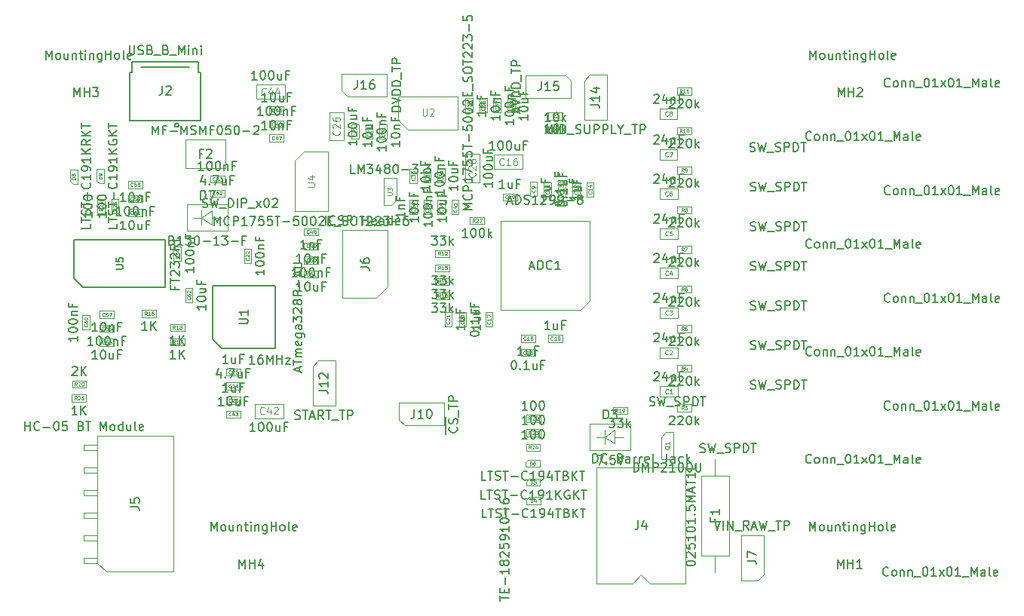
<source format=gbr>
G04 #@! TF.GenerationSoftware,KiCad,Pcbnew,(5.0.0)*
G04 #@! TF.CreationDate,2019-12-28T12:47:59+11:00*
G04 #@! TF.ProjectId,DAQ Board,44415120426F6172642E6B696361645F,rev?*
G04 #@! TF.SameCoordinates,Original*
G04 #@! TF.FileFunction,Other,Fab,Top*
%FSLAX46Y46*%
G04 Gerber Fmt 4.6, Leading zero omitted, Abs format (unit mm)*
G04 Created by KiCad (PCBNEW (5.0.0)) date 12/28/19 12:47:59*
%MOMM*%
%LPD*%
G01*
G04 APERTURE LIST*
%ADD10C,0.100000*%
%ADD11C,0.150000*%
%ADD12C,0.060000*%
%ADD13C,0.120000*%
%ADD14C,0.080000*%
%ADD15C,0.075000*%
G04 APERTURE END LIST*
D10*
G04 #@! TO.C,R27*
X173160000Y-84770000D02*
X173160000Y-83970000D01*
X173160000Y-83970000D02*
X174760000Y-83970000D01*
X174760000Y-83970000D02*
X174760000Y-84770000D01*
X174760000Y-84770000D02*
X173160000Y-84770000D01*
G04 #@! TO.C,C62*
X142010000Y-93550000D02*
X141210000Y-93550000D01*
X141210000Y-93550000D02*
X141210000Y-91950000D01*
X141210000Y-91950000D02*
X142010000Y-91950000D01*
X142010000Y-91950000D02*
X142010000Y-93550000D01*
G04 #@! TO.C,J5*
X129830428Y-109541482D02*
X129830428Y-110141482D01*
X131350428Y-109541482D02*
X129830428Y-109541482D01*
X129830428Y-110141482D02*
X131350428Y-110141482D01*
X129830428Y-112081482D02*
X129830428Y-112681482D01*
X131350428Y-112081482D02*
X129830428Y-112081482D01*
X129830428Y-112681482D02*
X131350428Y-112681482D01*
X129830428Y-114621482D02*
X129830428Y-115221482D01*
X131350428Y-114621482D02*
X129830428Y-114621482D01*
X129830428Y-115221482D02*
X131350428Y-115221482D01*
X129830428Y-117161482D02*
X129830428Y-117761482D01*
X131350428Y-117161482D02*
X129830428Y-117161482D01*
X129830428Y-117761482D02*
X131350428Y-117761482D01*
X129830428Y-119701482D02*
X129830428Y-120301482D01*
X131350428Y-119701482D02*
X129830428Y-119701482D01*
X129830428Y-120301482D02*
X131350428Y-120301482D01*
X129830428Y-122241482D02*
X129830428Y-122841482D01*
X131350428Y-122241482D02*
X129830428Y-122241482D01*
X129830428Y-122841482D02*
X131350428Y-122841482D01*
X139860428Y-108571482D02*
X139860428Y-123811482D01*
X131350428Y-108571482D02*
X139860428Y-108571482D01*
X131350428Y-122841482D02*
X131350428Y-108571482D01*
X132320428Y-123811482D02*
X131350428Y-122841482D01*
X139860428Y-123811482D02*
X132320428Y-123811482D01*
G04 #@! TO.C,J12*
X156135428Y-100111482D02*
X158040428Y-100111482D01*
X158040428Y-100111482D02*
X158040428Y-105191482D01*
X158040428Y-105191482D02*
X155500428Y-105191482D01*
X155500428Y-105191482D02*
X155500428Y-100746482D01*
X155500428Y-100746482D02*
X156135428Y-100111482D01*
G04 #@! TO.C,J7*
X206130428Y-124156482D02*
X205495428Y-124791482D01*
X206130428Y-119711482D02*
X206130428Y-124156482D01*
X203590428Y-119711482D02*
X206130428Y-119711482D01*
X203590428Y-124791482D02*
X203590428Y-119711482D01*
X205495428Y-124791482D02*
X203590428Y-124791482D01*
G04 #@! TO.C,J16*
X158790428Y-69786482D02*
X158790428Y-67881482D01*
X158790428Y-67881482D02*
X163870428Y-67881482D01*
X163870428Y-67881482D02*
X163870428Y-70421482D01*
X163870428Y-70421482D02*
X159425428Y-70421482D01*
X159425428Y-70421482D02*
X158790428Y-69786482D01*
G04 #@! TO.C,J15*
X183885428Y-68051482D02*
X184520428Y-68686482D01*
X179440428Y-68051482D02*
X183885428Y-68051482D01*
X179440428Y-70591482D02*
X179440428Y-68051482D01*
X184520428Y-70591482D02*
X179440428Y-70591482D01*
X184520428Y-68686482D02*
X184520428Y-70591482D01*
G04 #@! TO.C,J14*
X186635428Y-68021482D02*
X188540428Y-68021482D01*
X188540428Y-68021482D02*
X188540428Y-73101482D01*
X188540428Y-73101482D02*
X186000428Y-73101482D01*
X186000428Y-73101482D02*
X186000428Y-68656482D01*
X186000428Y-68656482D02*
X186635428Y-68021482D01*
G04 #@! TO.C,J10*
X165190000Y-106765000D02*
X165190000Y-104860000D01*
X165190000Y-104860000D02*
X170270000Y-104860000D01*
X170270000Y-104860000D02*
X170270000Y-107400000D01*
X170270000Y-107400000D02*
X165825000Y-107400000D01*
X165825000Y-107400000D02*
X165190000Y-106765000D01*
G04 #@! TO.C,U4*
X157192928Y-76611482D02*
X157192928Y-83311482D01*
X153492928Y-83311482D02*
X157192928Y-83311482D01*
X154542928Y-76611482D02*
X157192928Y-76611482D01*
X153492928Y-77661482D02*
X153492928Y-83311482D01*
X153492928Y-77661482D02*
X154542928Y-76611482D01*
G04 #@! TO.C,U2*
X166170428Y-74138982D02*
X165120428Y-73088982D01*
X166170428Y-74138982D02*
X171820428Y-74138982D01*
X165120428Y-73088982D02*
X165120428Y-70438982D01*
X171820428Y-74138982D02*
X171820428Y-70438982D01*
X165120428Y-70438982D02*
X171820428Y-70438982D01*
G04 #@! TO.C,D6*
X180997928Y-111241482D02*
X179697928Y-111241482D01*
X179697928Y-111241482D02*
X179397928Y-111541482D01*
X179397928Y-111541482D02*
X179397928Y-112041482D01*
X179397928Y-112041482D02*
X180997928Y-112041482D01*
X180997928Y-112041482D02*
X180997928Y-111241482D01*
G04 #@! TO.C,ADC1*
X185602928Y-94423482D02*
X176602928Y-94423482D01*
X176602928Y-94423482D02*
X176602928Y-84423482D01*
X176602928Y-84423482D02*
X186602928Y-84423482D01*
X186602928Y-84423482D02*
X186602928Y-93423482D01*
X186602928Y-93423482D02*
X185602928Y-94423482D01*
G04 #@! TO.C,C1*
X194490768Y-102987522D02*
X196490768Y-102987522D01*
X194490768Y-104187522D02*
X194490768Y-102987522D01*
X196490768Y-104187522D02*
X194490768Y-104187522D01*
X196490768Y-102987522D02*
X196490768Y-104187522D01*
G04 #@! TO.C,C2*
X194477828Y-98606022D02*
X196477828Y-98606022D01*
X194477828Y-99806022D02*
X194477828Y-98606022D01*
X196477828Y-99806022D02*
X194477828Y-99806022D01*
X196477828Y-98606022D02*
X196477828Y-99806022D01*
G04 #@! TO.C,C3*
X196488228Y-94140702D02*
X196488228Y-95340702D01*
X196488228Y-95340702D02*
X194488228Y-95340702D01*
X194488228Y-95340702D02*
X194488228Y-94140702D01*
X194488228Y-94140702D02*
X196488228Y-94140702D01*
G04 #@! TO.C,C4*
X196488228Y-89695702D02*
X196488228Y-90895702D01*
X196488228Y-90895702D02*
X194488228Y-90895702D01*
X194488228Y-90895702D02*
X194488228Y-89695702D01*
X194488228Y-89695702D02*
X196488228Y-89695702D01*
G04 #@! TO.C,C5*
X194498388Y-85243082D02*
X196498388Y-85243082D01*
X194498388Y-86443082D02*
X194498388Y-85243082D01*
X196498388Y-86443082D02*
X194498388Y-86443082D01*
X196498388Y-85243082D02*
X196498388Y-86443082D01*
G04 #@! TO.C,C6*
X196475768Y-80770142D02*
X196475768Y-81970142D01*
X196475768Y-81970142D02*
X194475768Y-81970142D01*
X194475768Y-81970142D02*
X194475768Y-80770142D01*
X194475768Y-80770142D02*
X196475768Y-80770142D01*
G04 #@! TO.C,C7*
X196465368Y-76365782D02*
X196465368Y-77565782D01*
X196465368Y-77565782D02*
X194465368Y-77565782D01*
X194465368Y-77565782D02*
X194465368Y-76365782D01*
X194465368Y-76365782D02*
X196465368Y-76365782D01*
G04 #@! TO.C,C8*
X194468148Y-71806482D02*
X196468148Y-71806482D01*
X194468148Y-73006482D02*
X194468148Y-71806482D01*
X196468148Y-73006482D02*
X194468148Y-73006482D01*
X196468148Y-71806482D02*
X196468148Y-73006482D01*
G04 #@! TO.C,C9*
X180690428Y-80051482D02*
X180690428Y-81651482D01*
X179890428Y-80051482D02*
X180690428Y-80051482D01*
X179890428Y-81651482D02*
X179890428Y-80051482D01*
X180690428Y-81651482D02*
X179890428Y-81651482D01*
G04 #@! TO.C,C10*
X183545928Y-97214982D02*
X183545928Y-98014982D01*
X183545928Y-98014982D02*
X181945928Y-98014982D01*
X181945928Y-98014982D02*
X181945928Y-97214982D01*
X181945928Y-97214982D02*
X183545928Y-97214982D01*
G04 #@! TO.C,C11*
X182270428Y-81671482D02*
X181470428Y-81671482D01*
X181470428Y-81671482D02*
X181470428Y-80071482D01*
X181470428Y-80071482D02*
X182270428Y-80071482D01*
X182270428Y-80071482D02*
X182270428Y-81671482D01*
G04 #@! TO.C,C12*
X184670428Y-81683982D02*
X184670428Y-80083982D01*
X185470428Y-81683982D02*
X184670428Y-81683982D01*
X185470428Y-80083982D02*
X185470428Y-81683982D01*
X184670428Y-80083982D02*
X185470428Y-80083982D01*
G04 #@! TO.C,C13*
X183870428Y-80081482D02*
X183870428Y-81681482D01*
X183070428Y-80081482D02*
X183870428Y-80081482D01*
X183070428Y-81681482D02*
X183070428Y-80081482D01*
X183870428Y-81681482D02*
X183070428Y-81681482D01*
G04 #@! TO.C,C14*
X186260428Y-81693982D02*
X186260428Y-80093982D01*
X187060428Y-81693982D02*
X186260428Y-81693982D01*
X187060428Y-80093982D02*
X187060428Y-81693982D01*
X186260428Y-80093982D02*
X187060428Y-80093982D01*
G04 #@! TO.C,C15*
X178890428Y-99611482D02*
X178890428Y-98811482D01*
X178890428Y-98811482D02*
X180490428Y-98811482D01*
X180490428Y-98811482D02*
X180490428Y-99611482D01*
X180490428Y-99611482D02*
X178890428Y-99611482D01*
G04 #@! TO.C,C16*
X175880428Y-77001482D02*
X179080428Y-77001482D01*
X175880428Y-78601482D02*
X175880428Y-77001482D01*
X179080428Y-78601482D02*
X175880428Y-78601482D01*
X179080428Y-77001482D02*
X179080428Y-78601482D01*
G04 #@! TO.C,C17*
X174910428Y-96281482D02*
X174910428Y-94681482D01*
X175710428Y-96281482D02*
X174910428Y-96281482D01*
X175710428Y-94681482D02*
X175710428Y-96281482D01*
X174910428Y-94681482D02*
X175710428Y-94681482D01*
G04 #@! TO.C,C18*
X178890428Y-98011482D02*
X178890428Y-97211482D01*
X178890428Y-97211482D02*
X180490428Y-97211482D01*
X180490428Y-97211482D02*
X180490428Y-98011482D01*
X180490428Y-98011482D02*
X178890428Y-98011482D01*
G04 #@! TO.C,C19*
X176840428Y-81341482D02*
X178440428Y-81341482D01*
X176840428Y-82141482D02*
X176840428Y-81341482D01*
X178440428Y-82141482D02*
X176840428Y-82141482D01*
X178440428Y-81341482D02*
X178440428Y-82141482D01*
G04 #@! TO.C,C20*
X172720428Y-94691482D02*
X172720428Y-96291482D01*
X171920428Y-94691482D02*
X172720428Y-94691482D01*
X171920428Y-96291482D02*
X171920428Y-94691482D01*
X172720428Y-96291482D02*
X171920428Y-96291482D01*
G04 #@! TO.C,C21*
X171110428Y-94688982D02*
X171110428Y-96288982D01*
X170310428Y-94688982D02*
X171110428Y-94688982D01*
X170310428Y-96288982D02*
X170310428Y-94688982D01*
X171110428Y-96288982D02*
X170310428Y-96288982D01*
G04 #@! TO.C,C22*
X148590428Y-89138982D02*
X147790428Y-89138982D01*
X147790428Y-89138982D02*
X147790428Y-87538982D01*
X147790428Y-87538982D02*
X148590428Y-87538982D01*
X148590428Y-87538982D02*
X148590428Y-89138982D01*
G04 #@! TO.C,C23*
X145780428Y-104181482D02*
X147380428Y-104181482D01*
X145780428Y-104981482D02*
X145780428Y-104181482D01*
X147380428Y-104981482D02*
X145780428Y-104981482D01*
X147380428Y-104181482D02*
X147380428Y-104981482D01*
G04 #@! TO.C,C24*
X147380428Y-102581482D02*
X147380428Y-103381482D01*
X147380428Y-103381482D02*
X145780428Y-103381482D01*
X145780428Y-103381482D02*
X145780428Y-102581482D01*
X145780428Y-102581482D02*
X147380428Y-102581482D01*
G04 #@! TO.C,C25*
X145790428Y-101011482D02*
X147390428Y-101011482D01*
X145790428Y-101811482D02*
X145790428Y-101011482D01*
X147390428Y-101811482D02*
X145790428Y-101811482D01*
X147390428Y-101011482D02*
X147390428Y-101811482D01*
G04 #@! TO.C,C26*
X159000428Y-75391482D02*
X157400428Y-75391482D01*
X157400428Y-75391482D02*
X157400428Y-72191482D01*
X157400428Y-72191482D02*
X159000428Y-72191482D01*
X159000428Y-72191482D02*
X159000428Y-75391482D01*
G04 #@! TO.C,C27*
X160670428Y-73611482D02*
X160670428Y-75211482D01*
X159870428Y-73611482D02*
X160670428Y-73611482D01*
X159870428Y-75211482D02*
X159870428Y-73611482D01*
X160670428Y-75211482D02*
X159870428Y-75211482D01*
G04 #@! TO.C,C28*
X174230428Y-80071482D02*
X172630428Y-80071482D01*
X172630428Y-80071482D02*
X172630428Y-76871482D01*
X172630428Y-76871482D02*
X174230428Y-76871482D01*
X174230428Y-76871482D02*
X174230428Y-80071482D01*
G04 #@! TO.C,C29*
X162240428Y-75211482D02*
X161440428Y-75211482D01*
X161440428Y-75211482D02*
X161440428Y-73611482D01*
X161440428Y-73611482D02*
X162240428Y-73611482D01*
X162240428Y-73611482D02*
X162240428Y-75211482D01*
G04 #@! TO.C,C30*
X170330428Y-80131482D02*
X169530428Y-80131482D01*
X169530428Y-80131482D02*
X169530428Y-78531482D01*
X169530428Y-78531482D02*
X170330428Y-78531482D01*
X170330428Y-78531482D02*
X170330428Y-80131482D01*
G04 #@! TO.C,C31*
X163820428Y-73611482D02*
X163820428Y-75211482D01*
X163020428Y-73611482D02*
X163820428Y-73611482D01*
X163020428Y-75211482D02*
X163020428Y-73611482D01*
X163820428Y-75211482D02*
X163020428Y-75211482D01*
G04 #@! TO.C,C32*
X168750428Y-78541482D02*
X168750428Y-80141482D01*
X167950428Y-78541482D02*
X168750428Y-78541482D01*
X167950428Y-80141482D02*
X167950428Y-78541482D01*
X168750428Y-80141482D02*
X167950428Y-80141482D01*
G04 #@! TO.C,C33*
X167190428Y-80151482D02*
X166390428Y-80151482D01*
X166390428Y-80151482D02*
X166390428Y-78551482D01*
X166390428Y-78551482D02*
X167190428Y-78551482D01*
X167190428Y-78551482D02*
X167190428Y-80151482D01*
G04 #@! TO.C,C34*
X173470428Y-72261482D02*
X172670428Y-72261482D01*
X172670428Y-72261482D02*
X172670428Y-70661482D01*
X172670428Y-70661482D02*
X173470428Y-70661482D01*
X173470428Y-70661482D02*
X173470428Y-72261482D01*
G04 #@! TO.C,C35*
X175050428Y-72261482D02*
X174250428Y-72261482D01*
X174250428Y-72261482D02*
X174250428Y-70661482D01*
X174250428Y-70661482D02*
X175050428Y-70661482D01*
X175050428Y-70661482D02*
X175050428Y-72261482D01*
G04 #@! TO.C,C36*
X166400428Y-82081482D02*
X167200428Y-82081482D01*
X167200428Y-82081482D02*
X167200428Y-83681482D01*
X167200428Y-83681482D02*
X166400428Y-83681482D01*
X166400428Y-83681482D02*
X166400428Y-82081482D01*
G04 #@! TO.C,C37*
X176610428Y-70661482D02*
X176610428Y-72261482D01*
X175810428Y-70661482D02*
X176610428Y-70661482D01*
X175810428Y-72261482D02*
X175810428Y-70661482D01*
X176610428Y-72261482D02*
X175810428Y-72261482D01*
G04 #@! TO.C,C38*
X167950428Y-83681482D02*
X167950428Y-82081482D01*
X168750428Y-83681482D02*
X167950428Y-83681482D01*
X168750428Y-82081482D02*
X168750428Y-83681482D01*
X167950428Y-82081482D02*
X168750428Y-82081482D01*
G04 #@! TO.C,C39*
X178190428Y-72253982D02*
X177390428Y-72253982D01*
X177390428Y-72253982D02*
X177390428Y-70653982D01*
X177390428Y-70653982D02*
X178190428Y-70653982D01*
X178190428Y-70653982D02*
X178190428Y-72253982D01*
G04 #@! TO.C,C40*
X169530428Y-82091482D02*
X170330428Y-82091482D01*
X170330428Y-82091482D02*
X170330428Y-83691482D01*
X170330428Y-83691482D02*
X169530428Y-83691482D01*
X169530428Y-83691482D02*
X169530428Y-82091482D01*
G04 #@! TO.C,C41*
X171100428Y-82081482D02*
X171900428Y-82081482D01*
X171900428Y-82081482D02*
X171900428Y-83681482D01*
X171900428Y-83681482D02*
X171100428Y-83681482D01*
X171100428Y-83681482D02*
X171100428Y-82081482D01*
G04 #@! TO.C,C42*
X148990428Y-106571482D02*
X148990428Y-104971482D01*
X148990428Y-104971482D02*
X152190428Y-104971482D01*
X152190428Y-104971482D02*
X152190428Y-106571482D01*
X152190428Y-106571482D02*
X148990428Y-106571482D01*
G04 #@! TO.C,C43*
X145780428Y-105721482D02*
X147380428Y-105721482D01*
X145780428Y-106521482D02*
X145780428Y-105721482D01*
X147380428Y-106521482D02*
X145780428Y-106521482D01*
X147380428Y-105721482D02*
X147380428Y-106521482D01*
G04 #@! TO.C,C44*
X149180428Y-69121482D02*
X152380428Y-69121482D01*
X149180428Y-70721482D02*
X149180428Y-69121482D01*
X152380428Y-70721482D02*
X149180428Y-70721482D01*
X152380428Y-69121482D02*
X152380428Y-70721482D01*
G04 #@! TO.C,C45*
X152260428Y-71591482D02*
X152260428Y-72391482D01*
X152260428Y-72391482D02*
X150660428Y-72391482D01*
X150660428Y-72391482D02*
X150660428Y-71591482D01*
X150660428Y-71591482D02*
X152260428Y-71591482D01*
G04 #@! TO.C,C46*
X150657928Y-73151482D02*
X152257928Y-73151482D01*
X150657928Y-73951482D02*
X150657928Y-73151482D01*
X152257928Y-73951482D02*
X150657928Y-73951482D01*
X152257928Y-73151482D02*
X152257928Y-73951482D01*
G04 #@! TO.C,C47*
X152250428Y-74721482D02*
X152250428Y-75521482D01*
X152250428Y-75521482D02*
X150650428Y-75521482D01*
X150650428Y-75521482D02*
X150650428Y-74721482D01*
X150650428Y-74721482D02*
X152250428Y-74721482D01*
G04 #@! TO.C,C48*
X154530428Y-86041482D02*
X154530428Y-85241482D01*
X154530428Y-85241482D02*
X156130428Y-85241482D01*
X156130428Y-85241482D02*
X156130428Y-86041482D01*
X156130428Y-86041482D02*
X154530428Y-86041482D01*
G04 #@! TO.C,C49*
X156130428Y-87641482D02*
X154530428Y-87641482D01*
X156130428Y-86841482D02*
X156130428Y-87641482D01*
X154530428Y-86841482D02*
X156130428Y-86841482D01*
X154530428Y-87641482D02*
X154530428Y-86841482D01*
G04 #@! TO.C,C50*
X156130428Y-89231482D02*
X154530428Y-89231482D01*
X156130428Y-88431482D02*
X156130428Y-89231482D01*
X154530428Y-88431482D02*
X156130428Y-88431482D01*
X154530428Y-89231482D02*
X154530428Y-88431482D01*
G04 #@! TO.C,C51*
X156130428Y-90801482D02*
X154530428Y-90801482D01*
X156130428Y-90001482D02*
X156130428Y-90801482D01*
X154530428Y-90001482D02*
X156130428Y-90001482D01*
X154530428Y-90801482D02*
X154530428Y-90001482D01*
G04 #@! TO.C,C52*
X145591843Y-80910245D02*
X145591843Y-81710245D01*
X145591843Y-81710245D02*
X143991843Y-81710245D01*
X143991843Y-81710245D02*
X143991843Y-80910245D01*
X143991843Y-80910245D02*
X145591843Y-80910245D01*
G04 #@! TO.C,C53*
X145591843Y-79320245D02*
X145591843Y-80120245D01*
X145591843Y-80120245D02*
X143991843Y-80120245D01*
X143991843Y-80120245D02*
X143991843Y-79320245D01*
X143991843Y-79320245D02*
X145591843Y-79320245D01*
G04 #@! TO.C,C54*
X140711843Y-87270245D02*
X140711843Y-88870245D01*
X139911843Y-87270245D02*
X140711843Y-87270245D01*
X139911843Y-88870245D02*
X139911843Y-87270245D01*
X140711843Y-88870245D02*
X139911843Y-88870245D01*
G04 #@! TO.C,C55*
X131581843Y-98460245D02*
X131581843Y-97660245D01*
X131581843Y-97660245D02*
X133181843Y-97660245D01*
X133181843Y-97660245D02*
X133181843Y-98460245D01*
X133181843Y-98460245D02*
X131581843Y-98460245D01*
G04 #@! TO.C,C56*
X133181843Y-96900245D02*
X131581843Y-96900245D01*
X133181843Y-96100245D02*
X133181843Y-96900245D01*
X131581843Y-96100245D02*
X133181843Y-96100245D01*
X131581843Y-96900245D02*
X131581843Y-96100245D01*
G04 #@! TO.C,C57*
X131581843Y-95330245D02*
X131581843Y-94530245D01*
X131581843Y-94530245D02*
X133181843Y-94530245D01*
X133181843Y-94530245D02*
X133181843Y-95330245D01*
X133181843Y-95330245D02*
X131581843Y-95330245D01*
G04 #@! TO.C,C58*
X136374060Y-80745179D02*
X134774060Y-80745179D01*
X136374060Y-79945179D02*
X136374060Y-80745179D01*
X134774060Y-79945179D02*
X136374060Y-79945179D01*
X134774060Y-80745179D02*
X134774060Y-79945179D01*
G04 #@! TO.C,C59*
X134774060Y-82325179D02*
X134774060Y-81525179D01*
X134774060Y-81525179D02*
X136374060Y-81525179D01*
X136374060Y-81525179D02*
X136374060Y-82325179D01*
X136374060Y-82325179D02*
X134774060Y-82325179D01*
G04 #@! TO.C,C60*
X129661843Y-94990245D02*
X130461843Y-94990245D01*
X130461843Y-94990245D02*
X130461843Y-96590245D01*
X130461843Y-96590245D02*
X129661843Y-96590245D01*
X129661843Y-96590245D02*
X129661843Y-94990245D01*
G04 #@! TO.C,C61*
X136384060Y-83905179D02*
X134784060Y-83905179D01*
X136384060Y-83105179D02*
X136384060Y-83905179D01*
X134784060Y-83105179D02*
X136384060Y-83105179D01*
X134784060Y-83905179D02*
X134784060Y-83105179D01*
G04 #@! TO.C,D3*
X191210428Y-110181482D02*
X186610428Y-110181482D01*
X186610428Y-110181482D02*
X186610428Y-107181482D01*
X191210428Y-107181482D02*
X191210428Y-110181482D01*
X191210428Y-107181482D02*
X186610428Y-107181482D01*
X188260988Y-108682502D02*
X187359288Y-108682502D01*
X189411608Y-108682502D02*
X190409828Y-108682502D01*
X188260988Y-107882402D02*
X188260988Y-109482602D01*
X189411608Y-109431802D02*
X189411608Y-107882402D01*
X188260988Y-108682502D02*
X189411608Y-109431802D01*
X188260988Y-108682502D02*
X189411608Y-107882402D01*
G04 #@! TO.C,D4*
X181080428Y-116241482D02*
X181080428Y-115441482D01*
X179480428Y-116241482D02*
X181080428Y-116241482D01*
X179480428Y-115741482D02*
X179480428Y-116241482D01*
X179780428Y-115441482D02*
X179480428Y-115741482D01*
X181080428Y-115441482D02*
X179780428Y-115441482D01*
G04 #@! TO.C,D5*
X181060428Y-113381482D02*
X179760428Y-113381482D01*
X179760428Y-113381482D02*
X179460428Y-113681482D01*
X179460428Y-113681482D02*
X179460428Y-114181482D01*
X179460428Y-114181482D02*
X181060428Y-114181482D01*
X181060428Y-114181482D02*
X181060428Y-113381482D01*
G04 #@! TO.C,D7*
X145971843Y-85560245D02*
X141371843Y-85560245D01*
X141371843Y-85560245D02*
X141371843Y-82560245D01*
X145971843Y-82560245D02*
X145971843Y-85560245D01*
X145971843Y-82560245D02*
X141371843Y-82560245D01*
X143022403Y-84061265D02*
X142120703Y-84061265D01*
X144173023Y-84061265D02*
X145171243Y-84061265D01*
X143022403Y-83261165D02*
X143022403Y-84861365D01*
X144173023Y-84810565D02*
X144173023Y-83261165D01*
X143022403Y-84061265D02*
X144173023Y-84810565D01*
X143022403Y-84061265D02*
X144173023Y-83261165D01*
G04 #@! TO.C,D8*
X129080428Y-78631482D02*
X128280428Y-78631482D01*
X129080428Y-80231482D02*
X129080428Y-78631482D01*
X128580428Y-80231482D02*
X129080428Y-80231482D01*
X128280428Y-79931482D02*
X128580428Y-80231482D01*
X128280428Y-78631482D02*
X128280428Y-79931482D01*
G04 #@! TO.C,D9*
X131271843Y-78610245D02*
X131271843Y-79910245D01*
X131271843Y-79910245D02*
X131571843Y-80210245D01*
X131571843Y-80210245D02*
X132071843Y-80210245D01*
X132071843Y-80210245D02*
X132071843Y-78610245D01*
X132071843Y-78610245D02*
X131271843Y-78610245D01*
G04 #@! TO.C,F1*
X202300428Y-113001482D02*
X199100428Y-113001482D01*
X199100428Y-113001482D02*
X199100428Y-122001482D01*
X199100428Y-122001482D02*
X202300428Y-122001482D01*
X202300428Y-122001482D02*
X202300428Y-113001482D01*
X200700428Y-111151482D02*
X200700428Y-113001482D01*
X200700428Y-123851482D02*
X200700428Y-122001482D01*
G04 #@! TO.C,F2*
X145711843Y-75320245D02*
X145711843Y-78520245D01*
X145711843Y-78520245D02*
X141211843Y-78520245D01*
X141211843Y-78520245D02*
X141211843Y-75320245D01*
X141211843Y-75320245D02*
X145711843Y-75320245D01*
D11*
G04 #@! TO.C,J2*
X142941843Y-73130245D02*
X142941843Y-67730245D01*
X142941843Y-67730245D02*
X142641843Y-67730245D01*
X142641843Y-67730245D02*
X142641843Y-66530245D01*
X142641843Y-66530245D02*
X135241843Y-66530245D01*
X135241843Y-66530245D02*
X135241843Y-67730245D01*
X135241843Y-67730245D02*
X134941843Y-67730245D01*
X134941843Y-67730245D02*
X134941843Y-73130245D01*
X134941843Y-73130245D02*
X142941843Y-73130245D01*
X141641843Y-67130245D02*
X136241843Y-67130245D01*
X140016843Y-73605245D02*
X140241843Y-73430245D01*
X140241843Y-73430245D02*
X140466843Y-73605245D01*
X140466843Y-73605245D02*
X140466843Y-73830245D01*
X140466843Y-73830245D02*
X140016843Y-73830245D01*
X140016843Y-73830245D02*
X140016843Y-73605245D01*
D10*
G04 #@! TO.C,J4*
X197390428Y-125111482D02*
X193390428Y-125111482D01*
X193390428Y-125111482D02*
X192390428Y-124111482D01*
X192390428Y-124111482D02*
X191390428Y-125111482D01*
X191390428Y-125111482D02*
X187390428Y-125111482D01*
X187390428Y-125111482D02*
X187390428Y-112111482D01*
X187390428Y-112111482D02*
X197390428Y-112111482D01*
X197390428Y-112111482D02*
X197390428Y-125111482D01*
G04 #@! TO.C,J6*
X162680428Y-93081482D02*
X158870428Y-93081482D01*
X158870428Y-93081482D02*
X158870428Y-85461482D01*
X158870428Y-85461482D02*
X163950428Y-85461482D01*
X163950428Y-85461482D02*
X163950428Y-91811482D01*
X163950428Y-91811482D02*
X162680428Y-93081482D01*
G04 #@! TO.C,Q1*
X194630428Y-111151482D02*
X196030428Y-111151482D01*
X196030428Y-108111482D02*
X196030428Y-111151482D01*
X194630428Y-108681482D02*
X195180428Y-108111482D01*
X195180428Y-108111482D02*
X196030428Y-108111482D01*
X194630428Y-108681482D02*
X194630428Y-111131482D01*
G04 #@! TO.C,R1*
X183557187Y-73838641D02*
X183557187Y-74638641D01*
X183557187Y-74638641D02*
X181957187Y-74638641D01*
X181957187Y-74638641D02*
X181957187Y-73838641D01*
X181957187Y-73838641D02*
X183557187Y-73838641D01*
G04 #@! TO.C,R2*
X183560428Y-73051482D02*
X181960428Y-73051482D01*
X183560428Y-72251482D02*
X183560428Y-73051482D01*
X181960428Y-72251482D02*
X183560428Y-72251482D01*
X181960428Y-73051482D02*
X181960428Y-72251482D01*
G04 #@! TO.C,R3*
X196415428Y-105826482D02*
X196415428Y-105026482D01*
X196415428Y-105026482D02*
X198015428Y-105026482D01*
X198015428Y-105026482D02*
X198015428Y-105826482D01*
X198015428Y-105826482D02*
X196415428Y-105826482D01*
G04 #@! TO.C,R4*
X198015428Y-101381482D02*
X196415428Y-101381482D01*
X198015428Y-100581482D02*
X198015428Y-101381482D01*
X196415428Y-100581482D02*
X198015428Y-100581482D01*
X196415428Y-101381482D02*
X196415428Y-100581482D01*
G04 #@! TO.C,R5*
X198015428Y-96936482D02*
X196415428Y-96936482D01*
X198015428Y-96136482D02*
X198015428Y-96936482D01*
X196415428Y-96136482D02*
X198015428Y-96136482D01*
X196415428Y-96936482D02*
X196415428Y-96136482D01*
G04 #@! TO.C,R6*
X198015428Y-92491482D02*
X196415428Y-92491482D01*
X198015428Y-91691482D02*
X198015428Y-92491482D01*
X196415428Y-91691482D02*
X198015428Y-91691482D01*
X196415428Y-92491482D02*
X196415428Y-91691482D01*
G04 #@! TO.C,R7*
X196415428Y-88046482D02*
X196415428Y-87246482D01*
X196415428Y-87246482D02*
X198015428Y-87246482D01*
X198015428Y-87246482D02*
X198015428Y-88046482D01*
X198015428Y-88046482D02*
X196415428Y-88046482D01*
G04 #@! TO.C,R8*
X196415428Y-83601482D02*
X196415428Y-82801482D01*
X196415428Y-82801482D02*
X198015428Y-82801482D01*
X198015428Y-82801482D02*
X198015428Y-83601482D01*
X198015428Y-83601482D02*
X196415428Y-83601482D01*
G04 #@! TO.C,R9*
X198015428Y-79156482D02*
X196415428Y-79156482D01*
X198015428Y-78356482D02*
X198015428Y-79156482D01*
X196415428Y-78356482D02*
X198015428Y-78356482D01*
X196415428Y-79156482D02*
X196415428Y-78356482D01*
G04 #@! TO.C,R10*
X196415428Y-74711482D02*
X196415428Y-73911482D01*
X196415428Y-73911482D02*
X198015428Y-73911482D01*
X198015428Y-73911482D02*
X198015428Y-74711482D01*
X198015428Y-74711482D02*
X196415428Y-74711482D01*
G04 #@! TO.C,R11*
X196415428Y-70266482D02*
X196415428Y-69466482D01*
X196415428Y-69466482D02*
X198015428Y-69466482D01*
X198015428Y-69466482D02*
X198015428Y-70266482D01*
X198015428Y-70266482D02*
X196415428Y-70266482D01*
G04 #@! TO.C,R12*
X170880428Y-87691482D02*
X170880428Y-88491482D01*
X170880428Y-88491482D02*
X169280428Y-88491482D01*
X169280428Y-88491482D02*
X169280428Y-87691482D01*
X169280428Y-87691482D02*
X170880428Y-87691482D01*
G04 #@! TO.C,R13*
X170900428Y-93191482D02*
X169300428Y-93191482D01*
X170900428Y-92391482D02*
X170900428Y-93191482D01*
X169300428Y-92391482D02*
X170900428Y-92391482D01*
X169300428Y-93191482D02*
X169300428Y-92391482D01*
G04 #@! TO.C,R14*
X170890428Y-91631482D02*
X169290428Y-91631482D01*
X170890428Y-90831482D02*
X170890428Y-91631482D01*
X169290428Y-90831482D02*
X170890428Y-90831482D01*
X169290428Y-91631482D02*
X169290428Y-90831482D01*
G04 #@! TO.C,R15*
X169290428Y-90091482D02*
X169290428Y-89291482D01*
X169290428Y-89291482D02*
X170890428Y-89291482D01*
X170890428Y-89291482D02*
X170890428Y-90091482D01*
X170890428Y-90091482D02*
X169290428Y-90091482D01*
G04 #@! TO.C,R16*
X136330428Y-95231482D02*
X136330428Y-94431482D01*
X136330428Y-94431482D02*
X137930428Y-94431482D01*
X137930428Y-94431482D02*
X137930428Y-95231482D01*
X137930428Y-95231482D02*
X136330428Y-95231482D01*
G04 #@! TO.C,R17*
X139520428Y-98401482D02*
X139520428Y-97601482D01*
X139520428Y-97601482D02*
X141120428Y-97601482D01*
X141120428Y-97601482D02*
X141120428Y-98401482D01*
X141120428Y-98401482D02*
X139520428Y-98401482D01*
G04 #@! TO.C,R18*
X141110428Y-96811482D02*
X139510428Y-96811482D01*
X141110428Y-96011482D02*
X141110428Y-96811482D01*
X139510428Y-96011482D02*
X141110428Y-96011482D01*
X139510428Y-96811482D02*
X139510428Y-96011482D01*
G04 #@! TO.C,R19*
X189200428Y-106111482D02*
X189200428Y-105311482D01*
X189200428Y-105311482D02*
X190800428Y-105311482D01*
X190800428Y-105311482D02*
X190800428Y-106111482D01*
X190800428Y-106111482D02*
X189200428Y-106111482D01*
G04 #@! TO.C,R20*
X128490428Y-102351482D02*
X130090428Y-102351482D01*
X128490428Y-103151482D02*
X128490428Y-102351482D01*
X130090428Y-103151482D02*
X128490428Y-103151482D01*
X130090428Y-102351482D02*
X130090428Y-103151482D01*
G04 #@! TO.C,R21*
X130078101Y-104725075D02*
X128478101Y-104725075D01*
X130078101Y-103925075D02*
X130078101Y-104725075D01*
X128478101Y-103925075D02*
X130078101Y-103925075D01*
X128478101Y-104725075D02*
X128478101Y-103925075D01*
G04 #@! TO.C,R22*
X181070428Y-106211482D02*
X181070428Y-107011482D01*
X181070428Y-107011482D02*
X179470428Y-107011482D01*
X179470428Y-107011482D02*
X179470428Y-106211482D01*
X179470428Y-106211482D02*
X181070428Y-106211482D01*
G04 #@! TO.C,R23*
X179470428Y-107831482D02*
X181070428Y-107831482D01*
X179470428Y-108631482D02*
X179470428Y-107831482D01*
X181070428Y-108631482D02*
X179470428Y-108631482D01*
X181070428Y-107831482D02*
X181070428Y-108631482D01*
G04 #@! TO.C,R24*
X179457928Y-109451482D02*
X181057928Y-109451482D01*
X179457928Y-110251482D02*
X179457928Y-109451482D01*
X181057928Y-110251482D02*
X179457928Y-110251482D01*
X181057928Y-109451482D02*
X181057928Y-110251482D01*
G04 #@! TO.C,R25*
X131331843Y-83570245D02*
X131331843Y-81970245D01*
X132131843Y-83570245D02*
X131331843Y-83570245D01*
X132131843Y-81970245D02*
X132131843Y-83570245D01*
X131331843Y-81970245D02*
X132131843Y-81970245D01*
G04 #@! TO.C,R26*
X132891843Y-81970245D02*
X133691843Y-81970245D01*
X133691843Y-81970245D02*
X133691843Y-83570245D01*
X133691843Y-83570245D02*
X132891843Y-83570245D01*
X132891843Y-83570245D02*
X132891843Y-81970245D01*
D11*
G04 #@! TO.C,U1*
X144290428Y-97711482D02*
X144290428Y-91711482D01*
X144290428Y-91711482D02*
X151290428Y-91711482D01*
X151290428Y-91711482D02*
X151290428Y-98711482D01*
X151290428Y-98711482D02*
X145290428Y-98711482D01*
X145290428Y-98711482D02*
X144290428Y-97711482D01*
D10*
G04 #@! TO.C,U3*
X164930428Y-82081482D02*
X164930428Y-79631482D01*
X164380428Y-82651482D02*
X163530428Y-82651482D01*
X164930428Y-82081482D02*
X164380428Y-82651482D01*
X163530428Y-82651482D02*
X163530428Y-79611482D01*
X164930428Y-79611482D02*
X163530428Y-79611482D01*
D11*
G04 #@! TO.C,U5*
X128731843Y-90870245D02*
X128731843Y-86570245D01*
X128731843Y-86570245D02*
X138931843Y-86570245D01*
X138931843Y-86570245D02*
X138931843Y-91870245D01*
X138931843Y-91870245D02*
X129731843Y-91870245D01*
X129731843Y-91870245D02*
X128731843Y-90870245D01*
G04 #@! TD*
G04 #@! TO.C,SW10*
X204675189Y-81016243D02*
X204818047Y-81063862D01*
X205056142Y-81063862D01*
X205151380Y-81016243D01*
X205198999Y-80968624D01*
X205246618Y-80873386D01*
X205246618Y-80778148D01*
X205198999Y-80682910D01*
X205151380Y-80635291D01*
X205056142Y-80587672D01*
X204865666Y-80540053D01*
X204770428Y-80492434D01*
X204722808Y-80444815D01*
X204675189Y-80349577D01*
X204675189Y-80254339D01*
X204722808Y-80159101D01*
X204770428Y-80111482D01*
X204865666Y-80063862D01*
X205103761Y-80063862D01*
X205246618Y-80111482D01*
X205579951Y-80063862D02*
X205818047Y-81063862D01*
X206008523Y-80349577D01*
X206198999Y-81063862D01*
X206437094Y-80063862D01*
X206579951Y-81159101D02*
X207341856Y-81159101D01*
X207532332Y-81016243D02*
X207675189Y-81063862D01*
X207913285Y-81063862D01*
X208008523Y-81016243D01*
X208056142Y-80968624D01*
X208103761Y-80873386D01*
X208103761Y-80778148D01*
X208056142Y-80682910D01*
X208008523Y-80635291D01*
X207913285Y-80587672D01*
X207722808Y-80540053D01*
X207627570Y-80492434D01*
X207579951Y-80444815D01*
X207532332Y-80349577D01*
X207532332Y-80254339D01*
X207579951Y-80159101D01*
X207627570Y-80111482D01*
X207722808Y-80063862D01*
X207960904Y-80063862D01*
X208103761Y-80111482D01*
X208532332Y-81063862D02*
X208532332Y-80063862D01*
X208913285Y-80063862D01*
X209008523Y-80111482D01*
X209056142Y-80159101D01*
X209103761Y-80254339D01*
X209103761Y-80397196D01*
X209056142Y-80492434D01*
X209008523Y-80540053D01*
X208913285Y-80587672D01*
X208532332Y-80587672D01*
X209532332Y-81063862D02*
X209532332Y-80063862D01*
X209770428Y-80063862D01*
X209913285Y-80111482D01*
X210008523Y-80206720D01*
X210056142Y-80301958D01*
X210103761Y-80492434D01*
X210103761Y-80635291D01*
X210056142Y-80825767D01*
X210008523Y-80921005D01*
X209913285Y-81016243D01*
X209770428Y-81063862D01*
X209532332Y-81063862D01*
X210389475Y-80063862D02*
X210960904Y-80063862D01*
X210675189Y-81063862D02*
X210675189Y-80063862D01*
G04 #@! TO.C,J19*
X220316666Y-69287142D02*
X220269047Y-69334761D01*
X220126190Y-69382380D01*
X220030952Y-69382380D01*
X219888095Y-69334761D01*
X219792857Y-69239523D01*
X219745238Y-69144285D01*
X219697619Y-68953809D01*
X219697619Y-68810952D01*
X219745238Y-68620476D01*
X219792857Y-68525238D01*
X219888095Y-68430000D01*
X220030952Y-68382380D01*
X220126190Y-68382380D01*
X220269047Y-68430000D01*
X220316666Y-68477619D01*
X220888095Y-69382380D02*
X220792857Y-69334761D01*
X220745238Y-69287142D01*
X220697619Y-69191904D01*
X220697619Y-68906190D01*
X220745238Y-68810952D01*
X220792857Y-68763333D01*
X220888095Y-68715714D01*
X221030952Y-68715714D01*
X221126190Y-68763333D01*
X221173809Y-68810952D01*
X221221428Y-68906190D01*
X221221428Y-69191904D01*
X221173809Y-69287142D01*
X221126190Y-69334761D01*
X221030952Y-69382380D01*
X220888095Y-69382380D01*
X221650000Y-68715714D02*
X221650000Y-69382380D01*
X221650000Y-68810952D02*
X221697619Y-68763333D01*
X221792857Y-68715714D01*
X221935714Y-68715714D01*
X222030952Y-68763333D01*
X222078571Y-68858571D01*
X222078571Y-69382380D01*
X222554761Y-68715714D02*
X222554761Y-69382380D01*
X222554761Y-68810952D02*
X222602380Y-68763333D01*
X222697619Y-68715714D01*
X222840476Y-68715714D01*
X222935714Y-68763333D01*
X222983333Y-68858571D01*
X222983333Y-69382380D01*
X223221428Y-69477619D02*
X223983333Y-69477619D01*
X224411904Y-68382380D02*
X224507142Y-68382380D01*
X224602380Y-68430000D01*
X224650000Y-68477619D01*
X224697619Y-68572857D01*
X224745238Y-68763333D01*
X224745238Y-69001428D01*
X224697619Y-69191904D01*
X224650000Y-69287142D01*
X224602380Y-69334761D01*
X224507142Y-69382380D01*
X224411904Y-69382380D01*
X224316666Y-69334761D01*
X224269047Y-69287142D01*
X224221428Y-69191904D01*
X224173809Y-69001428D01*
X224173809Y-68763333D01*
X224221428Y-68572857D01*
X224269047Y-68477619D01*
X224316666Y-68430000D01*
X224411904Y-68382380D01*
X225697619Y-69382380D02*
X225126190Y-69382380D01*
X225411904Y-69382380D02*
X225411904Y-68382380D01*
X225316666Y-68525238D01*
X225221428Y-68620476D01*
X225126190Y-68668095D01*
X226030952Y-69382380D02*
X226554761Y-68715714D01*
X226030952Y-68715714D02*
X226554761Y-69382380D01*
X227126190Y-68382380D02*
X227221428Y-68382380D01*
X227316666Y-68430000D01*
X227364285Y-68477619D01*
X227411904Y-68572857D01*
X227459523Y-68763333D01*
X227459523Y-69001428D01*
X227411904Y-69191904D01*
X227364285Y-69287142D01*
X227316666Y-69334761D01*
X227221428Y-69382380D01*
X227126190Y-69382380D01*
X227030952Y-69334761D01*
X226983333Y-69287142D01*
X226935714Y-69191904D01*
X226888095Y-69001428D01*
X226888095Y-68763333D01*
X226935714Y-68572857D01*
X226983333Y-68477619D01*
X227030952Y-68430000D01*
X227126190Y-68382380D01*
X228411904Y-69382380D02*
X227840476Y-69382380D01*
X228126190Y-69382380D02*
X228126190Y-68382380D01*
X228030952Y-68525238D01*
X227935714Y-68620476D01*
X227840476Y-68668095D01*
X228602380Y-69477619D02*
X229364285Y-69477619D01*
X229602380Y-69382380D02*
X229602380Y-68382380D01*
X229935714Y-69096666D01*
X230269047Y-68382380D01*
X230269047Y-69382380D01*
X231173809Y-69382380D02*
X231173809Y-68858571D01*
X231126190Y-68763333D01*
X231030952Y-68715714D01*
X230840476Y-68715714D01*
X230745238Y-68763333D01*
X231173809Y-69334761D02*
X231078571Y-69382380D01*
X230840476Y-69382380D01*
X230745238Y-69334761D01*
X230697619Y-69239523D01*
X230697619Y-69144285D01*
X230745238Y-69049047D01*
X230840476Y-69001428D01*
X231078571Y-69001428D01*
X231173809Y-68953809D01*
X231792857Y-69382380D02*
X231697619Y-69334761D01*
X231650000Y-69239523D01*
X231650000Y-68382380D01*
X232554761Y-69334761D02*
X232459523Y-69382380D01*
X232269047Y-69382380D01*
X232173809Y-69334761D01*
X232126190Y-69239523D01*
X232126190Y-68858571D01*
X232173809Y-68763333D01*
X232269047Y-68715714D01*
X232459523Y-68715714D01*
X232554761Y-68763333D01*
X232602380Y-68858571D01*
X232602380Y-68953809D01*
X232126190Y-69049047D01*
G04 #@! TO.C,J18*
X211486666Y-75282142D02*
X211439047Y-75329761D01*
X211296190Y-75377380D01*
X211200952Y-75377380D01*
X211058095Y-75329761D01*
X210962857Y-75234523D01*
X210915238Y-75139285D01*
X210867619Y-74948809D01*
X210867619Y-74805952D01*
X210915238Y-74615476D01*
X210962857Y-74520238D01*
X211058095Y-74425000D01*
X211200952Y-74377380D01*
X211296190Y-74377380D01*
X211439047Y-74425000D01*
X211486666Y-74472619D01*
X212058095Y-75377380D02*
X211962857Y-75329761D01*
X211915238Y-75282142D01*
X211867619Y-75186904D01*
X211867619Y-74901190D01*
X211915238Y-74805952D01*
X211962857Y-74758333D01*
X212058095Y-74710714D01*
X212200952Y-74710714D01*
X212296190Y-74758333D01*
X212343809Y-74805952D01*
X212391428Y-74901190D01*
X212391428Y-75186904D01*
X212343809Y-75282142D01*
X212296190Y-75329761D01*
X212200952Y-75377380D01*
X212058095Y-75377380D01*
X212820000Y-74710714D02*
X212820000Y-75377380D01*
X212820000Y-74805952D02*
X212867619Y-74758333D01*
X212962857Y-74710714D01*
X213105714Y-74710714D01*
X213200952Y-74758333D01*
X213248571Y-74853571D01*
X213248571Y-75377380D01*
X213724761Y-74710714D02*
X213724761Y-75377380D01*
X213724761Y-74805952D02*
X213772380Y-74758333D01*
X213867619Y-74710714D01*
X214010476Y-74710714D01*
X214105714Y-74758333D01*
X214153333Y-74853571D01*
X214153333Y-75377380D01*
X214391428Y-75472619D02*
X215153333Y-75472619D01*
X215581904Y-74377380D02*
X215677142Y-74377380D01*
X215772380Y-74425000D01*
X215820000Y-74472619D01*
X215867619Y-74567857D01*
X215915238Y-74758333D01*
X215915238Y-74996428D01*
X215867619Y-75186904D01*
X215820000Y-75282142D01*
X215772380Y-75329761D01*
X215677142Y-75377380D01*
X215581904Y-75377380D01*
X215486666Y-75329761D01*
X215439047Y-75282142D01*
X215391428Y-75186904D01*
X215343809Y-74996428D01*
X215343809Y-74758333D01*
X215391428Y-74567857D01*
X215439047Y-74472619D01*
X215486666Y-74425000D01*
X215581904Y-74377380D01*
X216867619Y-75377380D02*
X216296190Y-75377380D01*
X216581904Y-75377380D02*
X216581904Y-74377380D01*
X216486666Y-74520238D01*
X216391428Y-74615476D01*
X216296190Y-74663095D01*
X217200952Y-75377380D02*
X217724761Y-74710714D01*
X217200952Y-74710714D02*
X217724761Y-75377380D01*
X218296190Y-74377380D02*
X218391428Y-74377380D01*
X218486666Y-74425000D01*
X218534285Y-74472619D01*
X218581904Y-74567857D01*
X218629523Y-74758333D01*
X218629523Y-74996428D01*
X218581904Y-75186904D01*
X218534285Y-75282142D01*
X218486666Y-75329761D01*
X218391428Y-75377380D01*
X218296190Y-75377380D01*
X218200952Y-75329761D01*
X218153333Y-75282142D01*
X218105714Y-75186904D01*
X218058095Y-74996428D01*
X218058095Y-74758333D01*
X218105714Y-74567857D01*
X218153333Y-74472619D01*
X218200952Y-74425000D01*
X218296190Y-74377380D01*
X219581904Y-75377380D02*
X219010476Y-75377380D01*
X219296190Y-75377380D02*
X219296190Y-74377380D01*
X219200952Y-74520238D01*
X219105714Y-74615476D01*
X219010476Y-74663095D01*
X219772380Y-75472619D02*
X220534285Y-75472619D01*
X220772380Y-75377380D02*
X220772380Y-74377380D01*
X221105714Y-75091666D01*
X221439047Y-74377380D01*
X221439047Y-75377380D01*
X222343809Y-75377380D02*
X222343809Y-74853571D01*
X222296190Y-74758333D01*
X222200952Y-74710714D01*
X222010476Y-74710714D01*
X221915238Y-74758333D01*
X222343809Y-75329761D02*
X222248571Y-75377380D01*
X222010476Y-75377380D01*
X221915238Y-75329761D01*
X221867619Y-75234523D01*
X221867619Y-75139285D01*
X221915238Y-75044047D01*
X222010476Y-74996428D01*
X222248571Y-74996428D01*
X222343809Y-74948809D01*
X222962857Y-75377380D02*
X222867619Y-75329761D01*
X222820000Y-75234523D01*
X222820000Y-74377380D01*
X223724761Y-75329761D02*
X223629523Y-75377380D01*
X223439047Y-75377380D01*
X223343809Y-75329761D01*
X223296190Y-75234523D01*
X223296190Y-74853571D01*
X223343809Y-74758333D01*
X223439047Y-74710714D01*
X223629523Y-74710714D01*
X223724761Y-74758333D01*
X223772380Y-74853571D01*
X223772380Y-74948809D01*
X223296190Y-75044047D01*
G04 #@! TO.C,J17*
X220316666Y-81372142D02*
X220269047Y-81419761D01*
X220126190Y-81467380D01*
X220030952Y-81467380D01*
X219888095Y-81419761D01*
X219792857Y-81324523D01*
X219745238Y-81229285D01*
X219697619Y-81038809D01*
X219697619Y-80895952D01*
X219745238Y-80705476D01*
X219792857Y-80610238D01*
X219888095Y-80515000D01*
X220030952Y-80467380D01*
X220126190Y-80467380D01*
X220269047Y-80515000D01*
X220316666Y-80562619D01*
X220888095Y-81467380D02*
X220792857Y-81419761D01*
X220745238Y-81372142D01*
X220697619Y-81276904D01*
X220697619Y-80991190D01*
X220745238Y-80895952D01*
X220792857Y-80848333D01*
X220888095Y-80800714D01*
X221030952Y-80800714D01*
X221126190Y-80848333D01*
X221173809Y-80895952D01*
X221221428Y-80991190D01*
X221221428Y-81276904D01*
X221173809Y-81372142D01*
X221126190Y-81419761D01*
X221030952Y-81467380D01*
X220888095Y-81467380D01*
X221650000Y-80800714D02*
X221650000Y-81467380D01*
X221650000Y-80895952D02*
X221697619Y-80848333D01*
X221792857Y-80800714D01*
X221935714Y-80800714D01*
X222030952Y-80848333D01*
X222078571Y-80943571D01*
X222078571Y-81467380D01*
X222554761Y-80800714D02*
X222554761Y-81467380D01*
X222554761Y-80895952D02*
X222602380Y-80848333D01*
X222697619Y-80800714D01*
X222840476Y-80800714D01*
X222935714Y-80848333D01*
X222983333Y-80943571D01*
X222983333Y-81467380D01*
X223221428Y-81562619D02*
X223983333Y-81562619D01*
X224411904Y-80467380D02*
X224507142Y-80467380D01*
X224602380Y-80515000D01*
X224650000Y-80562619D01*
X224697619Y-80657857D01*
X224745238Y-80848333D01*
X224745238Y-81086428D01*
X224697619Y-81276904D01*
X224650000Y-81372142D01*
X224602380Y-81419761D01*
X224507142Y-81467380D01*
X224411904Y-81467380D01*
X224316666Y-81419761D01*
X224269047Y-81372142D01*
X224221428Y-81276904D01*
X224173809Y-81086428D01*
X224173809Y-80848333D01*
X224221428Y-80657857D01*
X224269047Y-80562619D01*
X224316666Y-80515000D01*
X224411904Y-80467380D01*
X225697619Y-81467380D02*
X225126190Y-81467380D01*
X225411904Y-81467380D02*
X225411904Y-80467380D01*
X225316666Y-80610238D01*
X225221428Y-80705476D01*
X225126190Y-80753095D01*
X226030952Y-81467380D02*
X226554761Y-80800714D01*
X226030952Y-80800714D02*
X226554761Y-81467380D01*
X227126190Y-80467380D02*
X227221428Y-80467380D01*
X227316666Y-80515000D01*
X227364285Y-80562619D01*
X227411904Y-80657857D01*
X227459523Y-80848333D01*
X227459523Y-81086428D01*
X227411904Y-81276904D01*
X227364285Y-81372142D01*
X227316666Y-81419761D01*
X227221428Y-81467380D01*
X227126190Y-81467380D01*
X227030952Y-81419761D01*
X226983333Y-81372142D01*
X226935714Y-81276904D01*
X226888095Y-81086428D01*
X226888095Y-80848333D01*
X226935714Y-80657857D01*
X226983333Y-80562619D01*
X227030952Y-80515000D01*
X227126190Y-80467380D01*
X228411904Y-81467380D02*
X227840476Y-81467380D01*
X228126190Y-81467380D02*
X228126190Y-80467380D01*
X228030952Y-80610238D01*
X227935714Y-80705476D01*
X227840476Y-80753095D01*
X228602380Y-81562619D02*
X229364285Y-81562619D01*
X229602380Y-81467380D02*
X229602380Y-80467380D01*
X229935714Y-81181666D01*
X230269047Y-80467380D01*
X230269047Y-81467380D01*
X231173809Y-81467380D02*
X231173809Y-80943571D01*
X231126190Y-80848333D01*
X231030952Y-80800714D01*
X230840476Y-80800714D01*
X230745238Y-80848333D01*
X231173809Y-81419761D02*
X231078571Y-81467380D01*
X230840476Y-81467380D01*
X230745238Y-81419761D01*
X230697619Y-81324523D01*
X230697619Y-81229285D01*
X230745238Y-81134047D01*
X230840476Y-81086428D01*
X231078571Y-81086428D01*
X231173809Y-81038809D01*
X231792857Y-81467380D02*
X231697619Y-81419761D01*
X231650000Y-81324523D01*
X231650000Y-80467380D01*
X232554761Y-81419761D02*
X232459523Y-81467380D01*
X232269047Y-81467380D01*
X232173809Y-81419761D01*
X232126190Y-81324523D01*
X232126190Y-80943571D01*
X232173809Y-80848333D01*
X232269047Y-80800714D01*
X232459523Y-80800714D01*
X232554761Y-80848333D01*
X232602380Y-80943571D01*
X232602380Y-81038809D01*
X232126190Y-81134047D01*
G04 #@! TO.C,J13*
X211486666Y-87367142D02*
X211439047Y-87414761D01*
X211296190Y-87462380D01*
X211200952Y-87462380D01*
X211058095Y-87414761D01*
X210962857Y-87319523D01*
X210915238Y-87224285D01*
X210867619Y-87033809D01*
X210867619Y-86890952D01*
X210915238Y-86700476D01*
X210962857Y-86605238D01*
X211058095Y-86510000D01*
X211200952Y-86462380D01*
X211296190Y-86462380D01*
X211439047Y-86510000D01*
X211486666Y-86557619D01*
X212058095Y-87462380D02*
X211962857Y-87414761D01*
X211915238Y-87367142D01*
X211867619Y-87271904D01*
X211867619Y-86986190D01*
X211915238Y-86890952D01*
X211962857Y-86843333D01*
X212058095Y-86795714D01*
X212200952Y-86795714D01*
X212296190Y-86843333D01*
X212343809Y-86890952D01*
X212391428Y-86986190D01*
X212391428Y-87271904D01*
X212343809Y-87367142D01*
X212296190Y-87414761D01*
X212200952Y-87462380D01*
X212058095Y-87462380D01*
X212820000Y-86795714D02*
X212820000Y-87462380D01*
X212820000Y-86890952D02*
X212867619Y-86843333D01*
X212962857Y-86795714D01*
X213105714Y-86795714D01*
X213200952Y-86843333D01*
X213248571Y-86938571D01*
X213248571Y-87462380D01*
X213724761Y-86795714D02*
X213724761Y-87462380D01*
X213724761Y-86890952D02*
X213772380Y-86843333D01*
X213867619Y-86795714D01*
X214010476Y-86795714D01*
X214105714Y-86843333D01*
X214153333Y-86938571D01*
X214153333Y-87462380D01*
X214391428Y-87557619D02*
X215153333Y-87557619D01*
X215581904Y-86462380D02*
X215677142Y-86462380D01*
X215772380Y-86510000D01*
X215820000Y-86557619D01*
X215867619Y-86652857D01*
X215915238Y-86843333D01*
X215915238Y-87081428D01*
X215867619Y-87271904D01*
X215820000Y-87367142D01*
X215772380Y-87414761D01*
X215677142Y-87462380D01*
X215581904Y-87462380D01*
X215486666Y-87414761D01*
X215439047Y-87367142D01*
X215391428Y-87271904D01*
X215343809Y-87081428D01*
X215343809Y-86843333D01*
X215391428Y-86652857D01*
X215439047Y-86557619D01*
X215486666Y-86510000D01*
X215581904Y-86462380D01*
X216867619Y-87462380D02*
X216296190Y-87462380D01*
X216581904Y-87462380D02*
X216581904Y-86462380D01*
X216486666Y-86605238D01*
X216391428Y-86700476D01*
X216296190Y-86748095D01*
X217200952Y-87462380D02*
X217724761Y-86795714D01*
X217200952Y-86795714D02*
X217724761Y-87462380D01*
X218296190Y-86462380D02*
X218391428Y-86462380D01*
X218486666Y-86510000D01*
X218534285Y-86557619D01*
X218581904Y-86652857D01*
X218629523Y-86843333D01*
X218629523Y-87081428D01*
X218581904Y-87271904D01*
X218534285Y-87367142D01*
X218486666Y-87414761D01*
X218391428Y-87462380D01*
X218296190Y-87462380D01*
X218200952Y-87414761D01*
X218153333Y-87367142D01*
X218105714Y-87271904D01*
X218058095Y-87081428D01*
X218058095Y-86843333D01*
X218105714Y-86652857D01*
X218153333Y-86557619D01*
X218200952Y-86510000D01*
X218296190Y-86462380D01*
X219581904Y-87462380D02*
X219010476Y-87462380D01*
X219296190Y-87462380D02*
X219296190Y-86462380D01*
X219200952Y-86605238D01*
X219105714Y-86700476D01*
X219010476Y-86748095D01*
X219772380Y-87557619D02*
X220534285Y-87557619D01*
X220772380Y-87462380D02*
X220772380Y-86462380D01*
X221105714Y-87176666D01*
X221439047Y-86462380D01*
X221439047Y-87462380D01*
X222343809Y-87462380D02*
X222343809Y-86938571D01*
X222296190Y-86843333D01*
X222200952Y-86795714D01*
X222010476Y-86795714D01*
X221915238Y-86843333D01*
X222343809Y-87414761D02*
X222248571Y-87462380D01*
X222010476Y-87462380D01*
X221915238Y-87414761D01*
X221867619Y-87319523D01*
X221867619Y-87224285D01*
X221915238Y-87129047D01*
X222010476Y-87081428D01*
X222248571Y-87081428D01*
X222343809Y-87033809D01*
X222962857Y-87462380D02*
X222867619Y-87414761D01*
X222820000Y-87319523D01*
X222820000Y-86462380D01*
X223724761Y-87414761D02*
X223629523Y-87462380D01*
X223439047Y-87462380D01*
X223343809Y-87414761D01*
X223296190Y-87319523D01*
X223296190Y-86938571D01*
X223343809Y-86843333D01*
X223439047Y-86795714D01*
X223629523Y-86795714D01*
X223724761Y-86843333D01*
X223772380Y-86938571D01*
X223772380Y-87033809D01*
X223296190Y-87129047D01*
G04 #@! TO.C,J11*
X220316666Y-93457142D02*
X220269047Y-93504761D01*
X220126190Y-93552380D01*
X220030952Y-93552380D01*
X219888095Y-93504761D01*
X219792857Y-93409523D01*
X219745238Y-93314285D01*
X219697619Y-93123809D01*
X219697619Y-92980952D01*
X219745238Y-92790476D01*
X219792857Y-92695238D01*
X219888095Y-92600000D01*
X220030952Y-92552380D01*
X220126190Y-92552380D01*
X220269047Y-92600000D01*
X220316666Y-92647619D01*
X220888095Y-93552380D02*
X220792857Y-93504761D01*
X220745238Y-93457142D01*
X220697619Y-93361904D01*
X220697619Y-93076190D01*
X220745238Y-92980952D01*
X220792857Y-92933333D01*
X220888095Y-92885714D01*
X221030952Y-92885714D01*
X221126190Y-92933333D01*
X221173809Y-92980952D01*
X221221428Y-93076190D01*
X221221428Y-93361904D01*
X221173809Y-93457142D01*
X221126190Y-93504761D01*
X221030952Y-93552380D01*
X220888095Y-93552380D01*
X221650000Y-92885714D02*
X221650000Y-93552380D01*
X221650000Y-92980952D02*
X221697619Y-92933333D01*
X221792857Y-92885714D01*
X221935714Y-92885714D01*
X222030952Y-92933333D01*
X222078571Y-93028571D01*
X222078571Y-93552380D01*
X222554761Y-92885714D02*
X222554761Y-93552380D01*
X222554761Y-92980952D02*
X222602380Y-92933333D01*
X222697619Y-92885714D01*
X222840476Y-92885714D01*
X222935714Y-92933333D01*
X222983333Y-93028571D01*
X222983333Y-93552380D01*
X223221428Y-93647619D02*
X223983333Y-93647619D01*
X224411904Y-92552380D02*
X224507142Y-92552380D01*
X224602380Y-92600000D01*
X224650000Y-92647619D01*
X224697619Y-92742857D01*
X224745238Y-92933333D01*
X224745238Y-93171428D01*
X224697619Y-93361904D01*
X224650000Y-93457142D01*
X224602380Y-93504761D01*
X224507142Y-93552380D01*
X224411904Y-93552380D01*
X224316666Y-93504761D01*
X224269047Y-93457142D01*
X224221428Y-93361904D01*
X224173809Y-93171428D01*
X224173809Y-92933333D01*
X224221428Y-92742857D01*
X224269047Y-92647619D01*
X224316666Y-92600000D01*
X224411904Y-92552380D01*
X225697619Y-93552380D02*
X225126190Y-93552380D01*
X225411904Y-93552380D02*
X225411904Y-92552380D01*
X225316666Y-92695238D01*
X225221428Y-92790476D01*
X225126190Y-92838095D01*
X226030952Y-93552380D02*
X226554761Y-92885714D01*
X226030952Y-92885714D02*
X226554761Y-93552380D01*
X227126190Y-92552380D02*
X227221428Y-92552380D01*
X227316666Y-92600000D01*
X227364285Y-92647619D01*
X227411904Y-92742857D01*
X227459523Y-92933333D01*
X227459523Y-93171428D01*
X227411904Y-93361904D01*
X227364285Y-93457142D01*
X227316666Y-93504761D01*
X227221428Y-93552380D01*
X227126190Y-93552380D01*
X227030952Y-93504761D01*
X226983333Y-93457142D01*
X226935714Y-93361904D01*
X226888095Y-93171428D01*
X226888095Y-92933333D01*
X226935714Y-92742857D01*
X226983333Y-92647619D01*
X227030952Y-92600000D01*
X227126190Y-92552380D01*
X228411904Y-93552380D02*
X227840476Y-93552380D01*
X228126190Y-93552380D02*
X228126190Y-92552380D01*
X228030952Y-92695238D01*
X227935714Y-92790476D01*
X227840476Y-92838095D01*
X228602380Y-93647619D02*
X229364285Y-93647619D01*
X229602380Y-93552380D02*
X229602380Y-92552380D01*
X229935714Y-93266666D01*
X230269047Y-92552380D01*
X230269047Y-93552380D01*
X231173809Y-93552380D02*
X231173809Y-93028571D01*
X231126190Y-92933333D01*
X231030952Y-92885714D01*
X230840476Y-92885714D01*
X230745238Y-92933333D01*
X231173809Y-93504761D02*
X231078571Y-93552380D01*
X230840476Y-93552380D01*
X230745238Y-93504761D01*
X230697619Y-93409523D01*
X230697619Y-93314285D01*
X230745238Y-93219047D01*
X230840476Y-93171428D01*
X231078571Y-93171428D01*
X231173809Y-93123809D01*
X231792857Y-93552380D02*
X231697619Y-93504761D01*
X231650000Y-93409523D01*
X231650000Y-92552380D01*
X232554761Y-93504761D02*
X232459523Y-93552380D01*
X232269047Y-93552380D01*
X232173809Y-93504761D01*
X232126190Y-93409523D01*
X232126190Y-93028571D01*
X232173809Y-92933333D01*
X232269047Y-92885714D01*
X232459523Y-92885714D01*
X232554761Y-92933333D01*
X232602380Y-93028571D01*
X232602380Y-93123809D01*
X232126190Y-93219047D01*
G04 #@! TO.C,J9*
X211486666Y-99452142D02*
X211439047Y-99499761D01*
X211296190Y-99547380D01*
X211200952Y-99547380D01*
X211058095Y-99499761D01*
X210962857Y-99404523D01*
X210915238Y-99309285D01*
X210867619Y-99118809D01*
X210867619Y-98975952D01*
X210915238Y-98785476D01*
X210962857Y-98690238D01*
X211058095Y-98595000D01*
X211200952Y-98547380D01*
X211296190Y-98547380D01*
X211439047Y-98595000D01*
X211486666Y-98642619D01*
X212058095Y-99547380D02*
X211962857Y-99499761D01*
X211915238Y-99452142D01*
X211867619Y-99356904D01*
X211867619Y-99071190D01*
X211915238Y-98975952D01*
X211962857Y-98928333D01*
X212058095Y-98880714D01*
X212200952Y-98880714D01*
X212296190Y-98928333D01*
X212343809Y-98975952D01*
X212391428Y-99071190D01*
X212391428Y-99356904D01*
X212343809Y-99452142D01*
X212296190Y-99499761D01*
X212200952Y-99547380D01*
X212058095Y-99547380D01*
X212820000Y-98880714D02*
X212820000Y-99547380D01*
X212820000Y-98975952D02*
X212867619Y-98928333D01*
X212962857Y-98880714D01*
X213105714Y-98880714D01*
X213200952Y-98928333D01*
X213248571Y-99023571D01*
X213248571Y-99547380D01*
X213724761Y-98880714D02*
X213724761Y-99547380D01*
X213724761Y-98975952D02*
X213772380Y-98928333D01*
X213867619Y-98880714D01*
X214010476Y-98880714D01*
X214105714Y-98928333D01*
X214153333Y-99023571D01*
X214153333Y-99547380D01*
X214391428Y-99642619D02*
X215153333Y-99642619D01*
X215581904Y-98547380D02*
X215677142Y-98547380D01*
X215772380Y-98595000D01*
X215820000Y-98642619D01*
X215867619Y-98737857D01*
X215915238Y-98928333D01*
X215915238Y-99166428D01*
X215867619Y-99356904D01*
X215820000Y-99452142D01*
X215772380Y-99499761D01*
X215677142Y-99547380D01*
X215581904Y-99547380D01*
X215486666Y-99499761D01*
X215439047Y-99452142D01*
X215391428Y-99356904D01*
X215343809Y-99166428D01*
X215343809Y-98928333D01*
X215391428Y-98737857D01*
X215439047Y-98642619D01*
X215486666Y-98595000D01*
X215581904Y-98547380D01*
X216867619Y-99547380D02*
X216296190Y-99547380D01*
X216581904Y-99547380D02*
X216581904Y-98547380D01*
X216486666Y-98690238D01*
X216391428Y-98785476D01*
X216296190Y-98833095D01*
X217200952Y-99547380D02*
X217724761Y-98880714D01*
X217200952Y-98880714D02*
X217724761Y-99547380D01*
X218296190Y-98547380D02*
X218391428Y-98547380D01*
X218486666Y-98595000D01*
X218534285Y-98642619D01*
X218581904Y-98737857D01*
X218629523Y-98928333D01*
X218629523Y-99166428D01*
X218581904Y-99356904D01*
X218534285Y-99452142D01*
X218486666Y-99499761D01*
X218391428Y-99547380D01*
X218296190Y-99547380D01*
X218200952Y-99499761D01*
X218153333Y-99452142D01*
X218105714Y-99356904D01*
X218058095Y-99166428D01*
X218058095Y-98928333D01*
X218105714Y-98737857D01*
X218153333Y-98642619D01*
X218200952Y-98595000D01*
X218296190Y-98547380D01*
X219581904Y-99547380D02*
X219010476Y-99547380D01*
X219296190Y-99547380D02*
X219296190Y-98547380D01*
X219200952Y-98690238D01*
X219105714Y-98785476D01*
X219010476Y-98833095D01*
X219772380Y-99642619D02*
X220534285Y-99642619D01*
X220772380Y-99547380D02*
X220772380Y-98547380D01*
X221105714Y-99261666D01*
X221439047Y-98547380D01*
X221439047Y-99547380D01*
X222343809Y-99547380D02*
X222343809Y-99023571D01*
X222296190Y-98928333D01*
X222200952Y-98880714D01*
X222010476Y-98880714D01*
X221915238Y-98928333D01*
X222343809Y-99499761D02*
X222248571Y-99547380D01*
X222010476Y-99547380D01*
X221915238Y-99499761D01*
X221867619Y-99404523D01*
X221867619Y-99309285D01*
X221915238Y-99214047D01*
X222010476Y-99166428D01*
X222248571Y-99166428D01*
X222343809Y-99118809D01*
X222962857Y-99547380D02*
X222867619Y-99499761D01*
X222820000Y-99404523D01*
X222820000Y-98547380D01*
X223724761Y-99499761D02*
X223629523Y-99547380D01*
X223439047Y-99547380D01*
X223343809Y-99499761D01*
X223296190Y-99404523D01*
X223296190Y-99023571D01*
X223343809Y-98928333D01*
X223439047Y-98880714D01*
X223629523Y-98880714D01*
X223724761Y-98928333D01*
X223772380Y-99023571D01*
X223772380Y-99118809D01*
X223296190Y-99214047D01*
G04 #@! TO.C,J1*
X220136666Y-124207142D02*
X220089047Y-124254761D01*
X219946190Y-124302380D01*
X219850952Y-124302380D01*
X219708095Y-124254761D01*
X219612857Y-124159523D01*
X219565238Y-124064285D01*
X219517619Y-123873809D01*
X219517619Y-123730952D01*
X219565238Y-123540476D01*
X219612857Y-123445238D01*
X219708095Y-123350000D01*
X219850952Y-123302380D01*
X219946190Y-123302380D01*
X220089047Y-123350000D01*
X220136666Y-123397619D01*
X220708095Y-124302380D02*
X220612857Y-124254761D01*
X220565238Y-124207142D01*
X220517619Y-124111904D01*
X220517619Y-123826190D01*
X220565238Y-123730952D01*
X220612857Y-123683333D01*
X220708095Y-123635714D01*
X220850952Y-123635714D01*
X220946190Y-123683333D01*
X220993809Y-123730952D01*
X221041428Y-123826190D01*
X221041428Y-124111904D01*
X220993809Y-124207142D01*
X220946190Y-124254761D01*
X220850952Y-124302380D01*
X220708095Y-124302380D01*
X221470000Y-123635714D02*
X221470000Y-124302380D01*
X221470000Y-123730952D02*
X221517619Y-123683333D01*
X221612857Y-123635714D01*
X221755714Y-123635714D01*
X221850952Y-123683333D01*
X221898571Y-123778571D01*
X221898571Y-124302380D01*
X222374761Y-123635714D02*
X222374761Y-124302380D01*
X222374761Y-123730952D02*
X222422380Y-123683333D01*
X222517619Y-123635714D01*
X222660476Y-123635714D01*
X222755714Y-123683333D01*
X222803333Y-123778571D01*
X222803333Y-124302380D01*
X223041428Y-124397619D02*
X223803333Y-124397619D01*
X224231904Y-123302380D02*
X224327142Y-123302380D01*
X224422380Y-123350000D01*
X224470000Y-123397619D01*
X224517619Y-123492857D01*
X224565238Y-123683333D01*
X224565238Y-123921428D01*
X224517619Y-124111904D01*
X224470000Y-124207142D01*
X224422380Y-124254761D01*
X224327142Y-124302380D01*
X224231904Y-124302380D01*
X224136666Y-124254761D01*
X224089047Y-124207142D01*
X224041428Y-124111904D01*
X223993809Y-123921428D01*
X223993809Y-123683333D01*
X224041428Y-123492857D01*
X224089047Y-123397619D01*
X224136666Y-123350000D01*
X224231904Y-123302380D01*
X225517619Y-124302380D02*
X224946190Y-124302380D01*
X225231904Y-124302380D02*
X225231904Y-123302380D01*
X225136666Y-123445238D01*
X225041428Y-123540476D01*
X224946190Y-123588095D01*
X225850952Y-124302380D02*
X226374761Y-123635714D01*
X225850952Y-123635714D02*
X226374761Y-124302380D01*
X226946190Y-123302380D02*
X227041428Y-123302380D01*
X227136666Y-123350000D01*
X227184285Y-123397619D01*
X227231904Y-123492857D01*
X227279523Y-123683333D01*
X227279523Y-123921428D01*
X227231904Y-124111904D01*
X227184285Y-124207142D01*
X227136666Y-124254761D01*
X227041428Y-124302380D01*
X226946190Y-124302380D01*
X226850952Y-124254761D01*
X226803333Y-124207142D01*
X226755714Y-124111904D01*
X226708095Y-123921428D01*
X226708095Y-123683333D01*
X226755714Y-123492857D01*
X226803333Y-123397619D01*
X226850952Y-123350000D01*
X226946190Y-123302380D01*
X228231904Y-124302380D02*
X227660476Y-124302380D01*
X227946190Y-124302380D02*
X227946190Y-123302380D01*
X227850952Y-123445238D01*
X227755714Y-123540476D01*
X227660476Y-123588095D01*
X228422380Y-124397619D02*
X229184285Y-124397619D01*
X229422380Y-124302380D02*
X229422380Y-123302380D01*
X229755714Y-124016666D01*
X230089047Y-123302380D01*
X230089047Y-124302380D01*
X230993809Y-124302380D02*
X230993809Y-123778571D01*
X230946190Y-123683333D01*
X230850952Y-123635714D01*
X230660476Y-123635714D01*
X230565238Y-123683333D01*
X230993809Y-124254761D02*
X230898571Y-124302380D01*
X230660476Y-124302380D01*
X230565238Y-124254761D01*
X230517619Y-124159523D01*
X230517619Y-124064285D01*
X230565238Y-123969047D01*
X230660476Y-123921428D01*
X230898571Y-123921428D01*
X230993809Y-123873809D01*
X231612857Y-124302380D02*
X231517619Y-124254761D01*
X231470000Y-124159523D01*
X231470000Y-123302380D01*
X232374761Y-124254761D02*
X232279523Y-124302380D01*
X232089047Y-124302380D01*
X231993809Y-124254761D01*
X231946190Y-124159523D01*
X231946190Y-123778571D01*
X231993809Y-123683333D01*
X232089047Y-123635714D01*
X232279523Y-123635714D01*
X232374761Y-123683333D01*
X232422380Y-123778571D01*
X232422380Y-123873809D01*
X231946190Y-123969047D01*
G04 #@! TO.C,J3*
X211486666Y-111537142D02*
X211439047Y-111584761D01*
X211296190Y-111632380D01*
X211200952Y-111632380D01*
X211058095Y-111584761D01*
X210962857Y-111489523D01*
X210915238Y-111394285D01*
X210867619Y-111203809D01*
X210867619Y-111060952D01*
X210915238Y-110870476D01*
X210962857Y-110775238D01*
X211058095Y-110680000D01*
X211200952Y-110632380D01*
X211296190Y-110632380D01*
X211439047Y-110680000D01*
X211486666Y-110727619D01*
X212058095Y-111632380D02*
X211962857Y-111584761D01*
X211915238Y-111537142D01*
X211867619Y-111441904D01*
X211867619Y-111156190D01*
X211915238Y-111060952D01*
X211962857Y-111013333D01*
X212058095Y-110965714D01*
X212200952Y-110965714D01*
X212296190Y-111013333D01*
X212343809Y-111060952D01*
X212391428Y-111156190D01*
X212391428Y-111441904D01*
X212343809Y-111537142D01*
X212296190Y-111584761D01*
X212200952Y-111632380D01*
X212058095Y-111632380D01*
X212820000Y-110965714D02*
X212820000Y-111632380D01*
X212820000Y-111060952D02*
X212867619Y-111013333D01*
X212962857Y-110965714D01*
X213105714Y-110965714D01*
X213200952Y-111013333D01*
X213248571Y-111108571D01*
X213248571Y-111632380D01*
X213724761Y-110965714D02*
X213724761Y-111632380D01*
X213724761Y-111060952D02*
X213772380Y-111013333D01*
X213867619Y-110965714D01*
X214010476Y-110965714D01*
X214105714Y-111013333D01*
X214153333Y-111108571D01*
X214153333Y-111632380D01*
X214391428Y-111727619D02*
X215153333Y-111727619D01*
X215581904Y-110632380D02*
X215677142Y-110632380D01*
X215772380Y-110680000D01*
X215820000Y-110727619D01*
X215867619Y-110822857D01*
X215915238Y-111013333D01*
X215915238Y-111251428D01*
X215867619Y-111441904D01*
X215820000Y-111537142D01*
X215772380Y-111584761D01*
X215677142Y-111632380D01*
X215581904Y-111632380D01*
X215486666Y-111584761D01*
X215439047Y-111537142D01*
X215391428Y-111441904D01*
X215343809Y-111251428D01*
X215343809Y-111013333D01*
X215391428Y-110822857D01*
X215439047Y-110727619D01*
X215486666Y-110680000D01*
X215581904Y-110632380D01*
X216867619Y-111632380D02*
X216296190Y-111632380D01*
X216581904Y-111632380D02*
X216581904Y-110632380D01*
X216486666Y-110775238D01*
X216391428Y-110870476D01*
X216296190Y-110918095D01*
X217200952Y-111632380D02*
X217724761Y-110965714D01*
X217200952Y-110965714D02*
X217724761Y-111632380D01*
X218296190Y-110632380D02*
X218391428Y-110632380D01*
X218486666Y-110680000D01*
X218534285Y-110727619D01*
X218581904Y-110822857D01*
X218629523Y-111013333D01*
X218629523Y-111251428D01*
X218581904Y-111441904D01*
X218534285Y-111537142D01*
X218486666Y-111584761D01*
X218391428Y-111632380D01*
X218296190Y-111632380D01*
X218200952Y-111584761D01*
X218153333Y-111537142D01*
X218105714Y-111441904D01*
X218058095Y-111251428D01*
X218058095Y-111013333D01*
X218105714Y-110822857D01*
X218153333Y-110727619D01*
X218200952Y-110680000D01*
X218296190Y-110632380D01*
X219581904Y-111632380D02*
X219010476Y-111632380D01*
X219296190Y-111632380D02*
X219296190Y-110632380D01*
X219200952Y-110775238D01*
X219105714Y-110870476D01*
X219010476Y-110918095D01*
X219772380Y-111727619D02*
X220534285Y-111727619D01*
X220772380Y-111632380D02*
X220772380Y-110632380D01*
X221105714Y-111346666D01*
X221439047Y-110632380D01*
X221439047Y-111632380D01*
X222343809Y-111632380D02*
X222343809Y-111108571D01*
X222296190Y-111013333D01*
X222200952Y-110965714D01*
X222010476Y-110965714D01*
X221915238Y-111013333D01*
X222343809Y-111584761D02*
X222248571Y-111632380D01*
X222010476Y-111632380D01*
X221915238Y-111584761D01*
X221867619Y-111489523D01*
X221867619Y-111394285D01*
X221915238Y-111299047D01*
X222010476Y-111251428D01*
X222248571Y-111251428D01*
X222343809Y-111203809D01*
X222962857Y-111632380D02*
X222867619Y-111584761D01*
X222820000Y-111489523D01*
X222820000Y-110632380D01*
X223724761Y-111584761D02*
X223629523Y-111632380D01*
X223439047Y-111632380D01*
X223343809Y-111584761D01*
X223296190Y-111489523D01*
X223296190Y-111108571D01*
X223343809Y-111013333D01*
X223439047Y-110965714D01*
X223629523Y-110965714D01*
X223724761Y-111013333D01*
X223772380Y-111108571D01*
X223772380Y-111203809D01*
X223296190Y-111299047D01*
G04 #@! TO.C,J8*
X220316666Y-105542142D02*
X220269047Y-105589761D01*
X220126190Y-105637380D01*
X220030952Y-105637380D01*
X219888095Y-105589761D01*
X219792857Y-105494523D01*
X219745238Y-105399285D01*
X219697619Y-105208809D01*
X219697619Y-105065952D01*
X219745238Y-104875476D01*
X219792857Y-104780238D01*
X219888095Y-104685000D01*
X220030952Y-104637380D01*
X220126190Y-104637380D01*
X220269047Y-104685000D01*
X220316666Y-104732619D01*
X220888095Y-105637380D02*
X220792857Y-105589761D01*
X220745238Y-105542142D01*
X220697619Y-105446904D01*
X220697619Y-105161190D01*
X220745238Y-105065952D01*
X220792857Y-105018333D01*
X220888095Y-104970714D01*
X221030952Y-104970714D01*
X221126190Y-105018333D01*
X221173809Y-105065952D01*
X221221428Y-105161190D01*
X221221428Y-105446904D01*
X221173809Y-105542142D01*
X221126190Y-105589761D01*
X221030952Y-105637380D01*
X220888095Y-105637380D01*
X221650000Y-104970714D02*
X221650000Y-105637380D01*
X221650000Y-105065952D02*
X221697619Y-105018333D01*
X221792857Y-104970714D01*
X221935714Y-104970714D01*
X222030952Y-105018333D01*
X222078571Y-105113571D01*
X222078571Y-105637380D01*
X222554761Y-104970714D02*
X222554761Y-105637380D01*
X222554761Y-105065952D02*
X222602380Y-105018333D01*
X222697619Y-104970714D01*
X222840476Y-104970714D01*
X222935714Y-105018333D01*
X222983333Y-105113571D01*
X222983333Y-105637380D01*
X223221428Y-105732619D02*
X223983333Y-105732619D01*
X224411904Y-104637380D02*
X224507142Y-104637380D01*
X224602380Y-104685000D01*
X224650000Y-104732619D01*
X224697619Y-104827857D01*
X224745238Y-105018333D01*
X224745238Y-105256428D01*
X224697619Y-105446904D01*
X224650000Y-105542142D01*
X224602380Y-105589761D01*
X224507142Y-105637380D01*
X224411904Y-105637380D01*
X224316666Y-105589761D01*
X224269047Y-105542142D01*
X224221428Y-105446904D01*
X224173809Y-105256428D01*
X224173809Y-105018333D01*
X224221428Y-104827857D01*
X224269047Y-104732619D01*
X224316666Y-104685000D01*
X224411904Y-104637380D01*
X225697619Y-105637380D02*
X225126190Y-105637380D01*
X225411904Y-105637380D02*
X225411904Y-104637380D01*
X225316666Y-104780238D01*
X225221428Y-104875476D01*
X225126190Y-104923095D01*
X226030952Y-105637380D02*
X226554761Y-104970714D01*
X226030952Y-104970714D02*
X226554761Y-105637380D01*
X227126190Y-104637380D02*
X227221428Y-104637380D01*
X227316666Y-104685000D01*
X227364285Y-104732619D01*
X227411904Y-104827857D01*
X227459523Y-105018333D01*
X227459523Y-105256428D01*
X227411904Y-105446904D01*
X227364285Y-105542142D01*
X227316666Y-105589761D01*
X227221428Y-105637380D01*
X227126190Y-105637380D01*
X227030952Y-105589761D01*
X226983333Y-105542142D01*
X226935714Y-105446904D01*
X226888095Y-105256428D01*
X226888095Y-105018333D01*
X226935714Y-104827857D01*
X226983333Y-104732619D01*
X227030952Y-104685000D01*
X227126190Y-104637380D01*
X228411904Y-105637380D02*
X227840476Y-105637380D01*
X228126190Y-105637380D02*
X228126190Y-104637380D01*
X228030952Y-104780238D01*
X227935714Y-104875476D01*
X227840476Y-104923095D01*
X228602380Y-105732619D02*
X229364285Y-105732619D01*
X229602380Y-105637380D02*
X229602380Y-104637380D01*
X229935714Y-105351666D01*
X230269047Y-104637380D01*
X230269047Y-105637380D01*
X231173809Y-105637380D02*
X231173809Y-105113571D01*
X231126190Y-105018333D01*
X231030952Y-104970714D01*
X230840476Y-104970714D01*
X230745238Y-105018333D01*
X231173809Y-105589761D02*
X231078571Y-105637380D01*
X230840476Y-105637380D01*
X230745238Y-105589761D01*
X230697619Y-105494523D01*
X230697619Y-105399285D01*
X230745238Y-105304047D01*
X230840476Y-105256428D01*
X231078571Y-105256428D01*
X231173809Y-105208809D01*
X231792857Y-105637380D02*
X231697619Y-105589761D01*
X231650000Y-105494523D01*
X231650000Y-104637380D01*
X232554761Y-105589761D02*
X232459523Y-105637380D01*
X232269047Y-105637380D01*
X232173809Y-105589761D01*
X232126190Y-105494523D01*
X232126190Y-105113571D01*
X232173809Y-105018333D01*
X232269047Y-104970714D01*
X232459523Y-104970714D01*
X232554761Y-105018333D01*
X232602380Y-105113571D01*
X232602380Y-105208809D01*
X232126190Y-105304047D01*
G04 #@! TO.C,R27*
X172888571Y-86252380D02*
X172317142Y-86252380D01*
X172602857Y-86252380D02*
X172602857Y-85252380D01*
X172507619Y-85395238D01*
X172412380Y-85490476D01*
X172317142Y-85538095D01*
X173507619Y-85252380D02*
X173602857Y-85252380D01*
X173698095Y-85300000D01*
X173745714Y-85347619D01*
X173793333Y-85442857D01*
X173840952Y-85633333D01*
X173840952Y-85871428D01*
X173793333Y-86061904D01*
X173745714Y-86157142D01*
X173698095Y-86204761D01*
X173602857Y-86252380D01*
X173507619Y-86252380D01*
X173412380Y-86204761D01*
X173364761Y-86157142D01*
X173317142Y-86061904D01*
X173269523Y-85871428D01*
X173269523Y-85633333D01*
X173317142Y-85442857D01*
X173364761Y-85347619D01*
X173412380Y-85300000D01*
X173507619Y-85252380D01*
X174460000Y-85252380D02*
X174555238Y-85252380D01*
X174650476Y-85300000D01*
X174698095Y-85347619D01*
X174745714Y-85442857D01*
X174793333Y-85633333D01*
X174793333Y-85871428D01*
X174745714Y-86061904D01*
X174698095Y-86157142D01*
X174650476Y-86204761D01*
X174555238Y-86252380D01*
X174460000Y-86252380D01*
X174364761Y-86204761D01*
X174317142Y-86157142D01*
X174269523Y-86061904D01*
X174221904Y-85871428D01*
X174221904Y-85633333D01*
X174269523Y-85442857D01*
X174317142Y-85347619D01*
X174364761Y-85300000D01*
X174460000Y-85252380D01*
X175221904Y-86252380D02*
X175221904Y-85252380D01*
X175317142Y-85871428D02*
X175602857Y-86252380D01*
X175602857Y-85585714D02*
X175221904Y-85966666D01*
D12*
X173702857Y-84550952D02*
X173569523Y-84360476D01*
X173474285Y-84550952D02*
X173474285Y-84150952D01*
X173626666Y-84150952D01*
X173664761Y-84170000D01*
X173683809Y-84189047D01*
X173702857Y-84227142D01*
X173702857Y-84284285D01*
X173683809Y-84322380D01*
X173664761Y-84341428D01*
X173626666Y-84360476D01*
X173474285Y-84360476D01*
X173855238Y-84189047D02*
X173874285Y-84170000D01*
X173912380Y-84150952D01*
X174007619Y-84150952D01*
X174045714Y-84170000D01*
X174064761Y-84189047D01*
X174083809Y-84227142D01*
X174083809Y-84265238D01*
X174064761Y-84322380D01*
X173836190Y-84550952D01*
X174083809Y-84550952D01*
X174217142Y-84150952D02*
X174483809Y-84150952D01*
X174312380Y-84550952D01*
G04 #@! TO.C,C62*
D11*
X143492380Y-93821428D02*
X143492380Y-94392857D01*
X143492380Y-94107142D02*
X142492380Y-94107142D01*
X142635238Y-94202380D01*
X142730476Y-94297619D01*
X142778095Y-94392857D01*
X142492380Y-93202380D02*
X142492380Y-93107142D01*
X142540000Y-93011904D01*
X142587619Y-92964285D01*
X142682857Y-92916666D01*
X142873333Y-92869047D01*
X143111428Y-92869047D01*
X143301904Y-92916666D01*
X143397142Y-92964285D01*
X143444761Y-93011904D01*
X143492380Y-93107142D01*
X143492380Y-93202380D01*
X143444761Y-93297619D01*
X143397142Y-93345238D01*
X143301904Y-93392857D01*
X143111428Y-93440476D01*
X142873333Y-93440476D01*
X142682857Y-93392857D01*
X142587619Y-93345238D01*
X142540000Y-93297619D01*
X142492380Y-93202380D01*
X142825714Y-92011904D02*
X143492380Y-92011904D01*
X142825714Y-92440476D02*
X143349523Y-92440476D01*
X143444761Y-92392857D01*
X143492380Y-92297619D01*
X143492380Y-92154761D01*
X143444761Y-92059523D01*
X143397142Y-92011904D01*
X142968571Y-91202380D02*
X142968571Y-91535714D01*
X143492380Y-91535714D02*
X142492380Y-91535714D01*
X142492380Y-91059523D01*
D12*
X141752857Y-93007142D02*
X141771904Y-93026190D01*
X141790952Y-93083333D01*
X141790952Y-93121428D01*
X141771904Y-93178571D01*
X141733809Y-93216666D01*
X141695714Y-93235714D01*
X141619523Y-93254761D01*
X141562380Y-93254761D01*
X141486190Y-93235714D01*
X141448095Y-93216666D01*
X141410000Y-93178571D01*
X141390952Y-93121428D01*
X141390952Y-93083333D01*
X141410000Y-93026190D01*
X141429047Y-93007142D01*
X141390952Y-92664285D02*
X141390952Y-92740476D01*
X141410000Y-92778571D01*
X141429047Y-92797619D01*
X141486190Y-92835714D01*
X141562380Y-92854761D01*
X141714761Y-92854761D01*
X141752857Y-92835714D01*
X141771904Y-92816666D01*
X141790952Y-92778571D01*
X141790952Y-92702380D01*
X141771904Y-92664285D01*
X141752857Y-92645238D01*
X141714761Y-92626190D01*
X141619523Y-92626190D01*
X141581428Y-92645238D01*
X141562380Y-92664285D01*
X141543333Y-92702380D01*
X141543333Y-92778571D01*
X141562380Y-92816666D01*
X141581428Y-92835714D01*
X141619523Y-92854761D01*
X141429047Y-92473809D02*
X141410000Y-92454761D01*
X141390952Y-92416666D01*
X141390952Y-92321428D01*
X141410000Y-92283333D01*
X141429047Y-92264285D01*
X141467142Y-92245238D01*
X141505238Y-92245238D01*
X141562380Y-92264285D01*
X141790952Y-92492857D01*
X141790952Y-92245238D01*
G04 #@! TO.C,J5*
D11*
X123211380Y-107963862D02*
X123211380Y-106963862D01*
X123211380Y-107440053D02*
X123782808Y-107440053D01*
X123782808Y-107963862D02*
X123782808Y-106963862D01*
X124830428Y-107868624D02*
X124782808Y-107916243D01*
X124639951Y-107963862D01*
X124544713Y-107963862D01*
X124401856Y-107916243D01*
X124306618Y-107821005D01*
X124258999Y-107725767D01*
X124211380Y-107535291D01*
X124211380Y-107392434D01*
X124258999Y-107201958D01*
X124306618Y-107106720D01*
X124401856Y-107011482D01*
X124544713Y-106963862D01*
X124639951Y-106963862D01*
X124782808Y-107011482D01*
X124830428Y-107059101D01*
X125258999Y-107582910D02*
X126020904Y-107582910D01*
X126687570Y-106963862D02*
X126782808Y-106963862D01*
X126878047Y-107011482D01*
X126925666Y-107059101D01*
X126973285Y-107154339D01*
X127020904Y-107344815D01*
X127020904Y-107582910D01*
X126973285Y-107773386D01*
X126925666Y-107868624D01*
X126878047Y-107916243D01*
X126782808Y-107963862D01*
X126687570Y-107963862D01*
X126592332Y-107916243D01*
X126544713Y-107868624D01*
X126497094Y-107773386D01*
X126449475Y-107582910D01*
X126449475Y-107344815D01*
X126497094Y-107154339D01*
X126544713Y-107059101D01*
X126592332Y-107011482D01*
X126687570Y-106963862D01*
X127925666Y-106963862D02*
X127449475Y-106963862D01*
X127401856Y-107440053D01*
X127449475Y-107392434D01*
X127544713Y-107344815D01*
X127782808Y-107344815D01*
X127878047Y-107392434D01*
X127925666Y-107440053D01*
X127973285Y-107535291D01*
X127973285Y-107773386D01*
X127925666Y-107868624D01*
X127878047Y-107916243D01*
X127782808Y-107963862D01*
X127544713Y-107963862D01*
X127449475Y-107916243D01*
X127401856Y-107868624D01*
X129497094Y-107440053D02*
X129639951Y-107487672D01*
X129687570Y-107535291D01*
X129735189Y-107630529D01*
X129735189Y-107773386D01*
X129687570Y-107868624D01*
X129639951Y-107916243D01*
X129544713Y-107963862D01*
X129163761Y-107963862D01*
X129163761Y-106963862D01*
X129497094Y-106963862D01*
X129592332Y-107011482D01*
X129639951Y-107059101D01*
X129687570Y-107154339D01*
X129687570Y-107249577D01*
X129639951Y-107344815D01*
X129592332Y-107392434D01*
X129497094Y-107440053D01*
X129163761Y-107440053D01*
X130020904Y-106963862D02*
X130592332Y-106963862D01*
X130306618Y-107963862D02*
X130306618Y-106963862D01*
X131687570Y-107963862D02*
X131687570Y-106963862D01*
X132020904Y-107678148D01*
X132354237Y-106963862D01*
X132354237Y-107963862D01*
X132973285Y-107963862D02*
X132878047Y-107916243D01*
X132830428Y-107868624D01*
X132782808Y-107773386D01*
X132782808Y-107487672D01*
X132830428Y-107392434D01*
X132878047Y-107344815D01*
X132973285Y-107297196D01*
X133116142Y-107297196D01*
X133211380Y-107344815D01*
X133258999Y-107392434D01*
X133306618Y-107487672D01*
X133306618Y-107773386D01*
X133258999Y-107868624D01*
X133211380Y-107916243D01*
X133116142Y-107963862D01*
X132973285Y-107963862D01*
X134163761Y-107963862D02*
X134163761Y-106963862D01*
X134163761Y-107916243D02*
X134068523Y-107963862D01*
X133878047Y-107963862D01*
X133782808Y-107916243D01*
X133735189Y-107868624D01*
X133687570Y-107773386D01*
X133687570Y-107487672D01*
X133735189Y-107392434D01*
X133782808Y-107344815D01*
X133878047Y-107297196D01*
X134068523Y-107297196D01*
X134163761Y-107344815D01*
X135068523Y-107297196D02*
X135068523Y-107963862D01*
X134639951Y-107297196D02*
X134639951Y-107821005D01*
X134687570Y-107916243D01*
X134782808Y-107963862D01*
X134925666Y-107963862D01*
X135020904Y-107916243D01*
X135068523Y-107868624D01*
X135687570Y-107963862D02*
X135592332Y-107916243D01*
X135544713Y-107821005D01*
X135544713Y-106963862D01*
X136449475Y-107916243D02*
X136354237Y-107963862D01*
X136163761Y-107963862D01*
X136068523Y-107916243D01*
X136020904Y-107821005D01*
X136020904Y-107440053D01*
X136068523Y-107344815D01*
X136163761Y-107297196D01*
X136354237Y-107297196D01*
X136449475Y-107344815D01*
X136497094Y-107440053D01*
X136497094Y-107535291D01*
X136020904Y-107630529D01*
X135057808Y-116524815D02*
X135772094Y-116524815D01*
X135914951Y-116572434D01*
X136010189Y-116667672D01*
X136057808Y-116810529D01*
X136057808Y-116905767D01*
X135057808Y-115572434D02*
X135057808Y-116048624D01*
X135533999Y-116096243D01*
X135486380Y-116048624D01*
X135438761Y-115953386D01*
X135438761Y-115715291D01*
X135486380Y-115620053D01*
X135533999Y-115572434D01*
X135629237Y-115524815D01*
X135867332Y-115524815D01*
X135962570Y-115572434D01*
X136010189Y-115620053D01*
X136057808Y-115715291D01*
X136057808Y-115953386D01*
X136010189Y-116048624D01*
X135962570Y-116096243D01*
G04 #@! TO.C,J12*
X153532332Y-106656243D02*
X153675189Y-106703862D01*
X153913285Y-106703862D01*
X154008523Y-106656243D01*
X154056142Y-106608624D01*
X154103761Y-106513386D01*
X154103761Y-106418148D01*
X154056142Y-106322910D01*
X154008523Y-106275291D01*
X153913285Y-106227672D01*
X153722808Y-106180053D01*
X153627570Y-106132434D01*
X153579951Y-106084815D01*
X153532332Y-105989577D01*
X153532332Y-105894339D01*
X153579951Y-105799101D01*
X153627570Y-105751482D01*
X153722808Y-105703862D01*
X153960904Y-105703862D01*
X154103761Y-105751482D01*
X154389475Y-105703862D02*
X154960904Y-105703862D01*
X154675189Y-106703862D02*
X154675189Y-105703862D01*
X155246618Y-106418148D02*
X155722808Y-106418148D01*
X155151380Y-106703862D02*
X155484713Y-105703862D01*
X155818047Y-106703862D01*
X156722808Y-106703862D02*
X156389475Y-106227672D01*
X156151380Y-106703862D02*
X156151380Y-105703862D01*
X156532332Y-105703862D01*
X156627570Y-105751482D01*
X156675189Y-105799101D01*
X156722808Y-105894339D01*
X156722808Y-106037196D01*
X156675189Y-106132434D01*
X156627570Y-106180053D01*
X156532332Y-106227672D01*
X156151380Y-106227672D01*
X157008523Y-105703862D02*
X157579951Y-105703862D01*
X157294237Y-106703862D02*
X157294237Y-105703862D01*
X157675189Y-106799101D02*
X158437094Y-106799101D01*
X158532332Y-105703862D02*
X159103761Y-105703862D01*
X158818047Y-106703862D02*
X158818047Y-105703862D01*
X159437094Y-106703862D02*
X159437094Y-105703862D01*
X159818047Y-105703862D01*
X159913285Y-105751482D01*
X159960904Y-105799101D01*
X160008523Y-105894339D01*
X160008523Y-106037196D01*
X159960904Y-106132434D01*
X159913285Y-106180053D01*
X159818047Y-106227672D01*
X159437094Y-106227672D01*
X156222808Y-103461005D02*
X156937094Y-103461005D01*
X157079951Y-103508624D01*
X157175189Y-103603862D01*
X157222808Y-103746720D01*
X157222808Y-103841958D01*
X157222808Y-102461005D02*
X157222808Y-103032434D01*
X157222808Y-102746720D02*
X156222808Y-102746720D01*
X156365666Y-102841958D01*
X156460904Y-102937196D01*
X156508523Y-103032434D01*
X156318047Y-102080053D02*
X156270428Y-102032434D01*
X156222808Y-101937196D01*
X156222808Y-101699101D01*
X156270428Y-101603862D01*
X156318047Y-101556243D01*
X156413285Y-101508624D01*
X156508523Y-101508624D01*
X156651380Y-101556243D01*
X157222808Y-102127672D01*
X157222808Y-101508624D01*
G04 #@! TO.C,J7*
X200622332Y-118103862D02*
X200955666Y-119103862D01*
X201288999Y-118103862D01*
X201622332Y-119103862D02*
X201622332Y-118103862D01*
X202098523Y-119103862D02*
X202098523Y-118103862D01*
X202669951Y-119103862D01*
X202669951Y-118103862D01*
X202908047Y-119199101D02*
X203669951Y-119199101D01*
X204479475Y-119103862D02*
X204146142Y-118627672D01*
X203908047Y-119103862D02*
X203908047Y-118103862D01*
X204288999Y-118103862D01*
X204384237Y-118151482D01*
X204431856Y-118199101D01*
X204479475Y-118294339D01*
X204479475Y-118437196D01*
X204431856Y-118532434D01*
X204384237Y-118580053D01*
X204288999Y-118627672D01*
X203908047Y-118627672D01*
X204860428Y-118818148D02*
X205336618Y-118818148D01*
X204765189Y-119103862D02*
X205098523Y-118103862D01*
X205431856Y-119103862D01*
X205669951Y-118103862D02*
X205908047Y-119103862D01*
X206098523Y-118389577D01*
X206288999Y-119103862D01*
X206527094Y-118103862D01*
X206669951Y-119199101D02*
X207431856Y-119199101D01*
X207527094Y-118103862D02*
X208098523Y-118103862D01*
X207812808Y-119103862D02*
X207812808Y-118103862D01*
X208431856Y-119103862D02*
X208431856Y-118103862D01*
X208812808Y-118103862D01*
X208908047Y-118151482D01*
X208955666Y-118199101D01*
X209003285Y-118294339D01*
X209003285Y-118437196D01*
X208955666Y-118532434D01*
X208908047Y-118580053D01*
X208812808Y-118627672D01*
X208431856Y-118627672D01*
X204312808Y-122584815D02*
X205027094Y-122584815D01*
X205169951Y-122632434D01*
X205265189Y-122727672D01*
X205312808Y-122870529D01*
X205312808Y-122965767D01*
X204312808Y-122203862D02*
X204312808Y-121537196D01*
X205312808Y-121965767D01*
G04 #@! TO.C,J16*
X165382808Y-72103862D02*
X164382808Y-72103862D01*
X164382808Y-71865767D01*
X164430428Y-71722910D01*
X164525666Y-71627672D01*
X164620904Y-71580053D01*
X164811380Y-71532434D01*
X164954237Y-71532434D01*
X165144713Y-71580053D01*
X165239951Y-71627672D01*
X165335189Y-71722910D01*
X165382808Y-71865767D01*
X165382808Y-72103862D01*
X164382808Y-71246720D02*
X165382808Y-70913386D01*
X164382808Y-70580053D01*
X165382808Y-70246720D02*
X164382808Y-70246720D01*
X164382808Y-70008624D01*
X164430428Y-69865767D01*
X164525666Y-69770529D01*
X164620904Y-69722910D01*
X164811380Y-69675291D01*
X164954237Y-69675291D01*
X165144713Y-69722910D01*
X165239951Y-69770529D01*
X165335189Y-69865767D01*
X165382808Y-70008624D01*
X165382808Y-70246720D01*
X165382808Y-69246720D02*
X164382808Y-69246720D01*
X164382808Y-69008624D01*
X164430428Y-68865767D01*
X164525666Y-68770529D01*
X164620904Y-68722910D01*
X164811380Y-68675291D01*
X164954237Y-68675291D01*
X165144713Y-68722910D01*
X165239951Y-68770529D01*
X165335189Y-68865767D01*
X165382808Y-69008624D01*
X165382808Y-69246720D01*
X165478047Y-68484815D02*
X165478047Y-67722910D01*
X164382808Y-67627672D02*
X164382808Y-67056243D01*
X165382808Y-67341958D02*
X164382808Y-67341958D01*
X165382808Y-66722910D02*
X164382808Y-66722910D01*
X164382808Y-66341958D01*
X164430428Y-66246720D01*
X164478047Y-66199101D01*
X164573285Y-66151482D01*
X164716142Y-66151482D01*
X164811380Y-66199101D01*
X164858999Y-66246720D01*
X164906618Y-66341958D01*
X164906618Y-66722910D01*
X160520904Y-68603862D02*
X160520904Y-69318148D01*
X160473285Y-69461005D01*
X160378047Y-69556243D01*
X160235189Y-69603862D01*
X160139951Y-69603862D01*
X161520904Y-69603862D02*
X160949475Y-69603862D01*
X161235189Y-69603862D02*
X161235189Y-68603862D01*
X161139951Y-68746720D01*
X161044713Y-68841958D01*
X160949475Y-68889577D01*
X162378047Y-68603862D02*
X162187570Y-68603862D01*
X162092332Y-68651482D01*
X162044713Y-68699101D01*
X161949475Y-68841958D01*
X161901856Y-69032434D01*
X161901856Y-69413386D01*
X161949475Y-69508624D01*
X161997094Y-69556243D01*
X162092332Y-69603862D01*
X162282808Y-69603862D01*
X162378047Y-69556243D01*
X162425666Y-69508624D01*
X162473285Y-69413386D01*
X162473285Y-69175291D01*
X162425666Y-69080053D01*
X162378047Y-69032434D01*
X162282808Y-68984815D01*
X162092332Y-68984815D01*
X161997094Y-69032434D01*
X161949475Y-69080053D01*
X161901856Y-69175291D01*
G04 #@! TO.C,J15*
X178547094Y-72250053D02*
X178547094Y-71773862D01*
X178832808Y-72345291D02*
X177832808Y-72011958D01*
X178832808Y-71678624D01*
X177832808Y-71488148D02*
X178832808Y-71154815D01*
X177832808Y-70821482D01*
X178832808Y-70488148D02*
X177832808Y-70488148D01*
X177832808Y-70250053D01*
X177880428Y-70107196D01*
X177975666Y-70011958D01*
X178070904Y-69964339D01*
X178261380Y-69916720D01*
X178404237Y-69916720D01*
X178594713Y-69964339D01*
X178689951Y-70011958D01*
X178785189Y-70107196D01*
X178832808Y-70250053D01*
X178832808Y-70488148D01*
X178832808Y-69488148D02*
X177832808Y-69488148D01*
X177832808Y-69250053D01*
X177880428Y-69107196D01*
X177975666Y-69011958D01*
X178070904Y-68964339D01*
X178261380Y-68916720D01*
X178404237Y-68916720D01*
X178594713Y-68964339D01*
X178689951Y-69011958D01*
X178785189Y-69107196D01*
X178832808Y-69250053D01*
X178832808Y-69488148D01*
X178928047Y-68726243D02*
X178928047Y-67964339D01*
X177832808Y-67869101D02*
X177832808Y-67297672D01*
X178832808Y-67583386D02*
X177832808Y-67583386D01*
X178832808Y-66964339D02*
X177832808Y-66964339D01*
X177832808Y-66583386D01*
X177880428Y-66488148D01*
X177928047Y-66440529D01*
X178023285Y-66392910D01*
X178166142Y-66392910D01*
X178261380Y-66440529D01*
X178308999Y-66488148D01*
X178356618Y-66583386D01*
X178356618Y-66964339D01*
X181170904Y-68773862D02*
X181170904Y-69488148D01*
X181123285Y-69631005D01*
X181028047Y-69726243D01*
X180885189Y-69773862D01*
X180789951Y-69773862D01*
X182170904Y-69773862D02*
X181599475Y-69773862D01*
X181885189Y-69773862D02*
X181885189Y-68773862D01*
X181789951Y-68916720D01*
X181694713Y-69011958D01*
X181599475Y-69059577D01*
X183075666Y-68773862D02*
X182599475Y-68773862D01*
X182551856Y-69250053D01*
X182599475Y-69202434D01*
X182694713Y-69154815D01*
X182932808Y-69154815D01*
X183028047Y-69202434D01*
X183075666Y-69250053D01*
X183123285Y-69345291D01*
X183123285Y-69583386D01*
X183075666Y-69678624D01*
X183028047Y-69726243D01*
X182932808Y-69773862D01*
X182694713Y-69773862D01*
X182599475Y-69726243D01*
X182551856Y-69678624D01*
G04 #@! TO.C,J14*
X181722808Y-74613862D02*
X181722808Y-73613862D01*
X182056142Y-74328148D01*
X182389475Y-73613862D01*
X182389475Y-74613862D01*
X182865666Y-74613862D02*
X182865666Y-73613862D01*
X183341856Y-74613862D02*
X183341856Y-73613862D01*
X183579951Y-73613862D01*
X183722808Y-73661482D01*
X183818047Y-73756720D01*
X183865666Y-73851958D01*
X183913285Y-74042434D01*
X183913285Y-74185291D01*
X183865666Y-74375767D01*
X183818047Y-74471005D01*
X183722808Y-74566243D01*
X183579951Y-74613862D01*
X183341856Y-74613862D01*
X184103761Y-74709101D02*
X184865666Y-74709101D01*
X185056142Y-74566243D02*
X185198999Y-74613862D01*
X185437094Y-74613862D01*
X185532332Y-74566243D01*
X185579951Y-74518624D01*
X185627570Y-74423386D01*
X185627570Y-74328148D01*
X185579951Y-74232910D01*
X185532332Y-74185291D01*
X185437094Y-74137672D01*
X185246618Y-74090053D01*
X185151380Y-74042434D01*
X185103761Y-73994815D01*
X185056142Y-73899577D01*
X185056142Y-73804339D01*
X185103761Y-73709101D01*
X185151380Y-73661482D01*
X185246618Y-73613862D01*
X185484713Y-73613862D01*
X185627570Y-73661482D01*
X186056142Y-73613862D02*
X186056142Y-74423386D01*
X186103761Y-74518624D01*
X186151380Y-74566243D01*
X186246618Y-74613862D01*
X186437094Y-74613862D01*
X186532332Y-74566243D01*
X186579951Y-74518624D01*
X186627570Y-74423386D01*
X186627570Y-73613862D01*
X187103761Y-74613862D02*
X187103761Y-73613862D01*
X187484713Y-73613862D01*
X187579951Y-73661482D01*
X187627570Y-73709101D01*
X187675189Y-73804339D01*
X187675189Y-73947196D01*
X187627570Y-74042434D01*
X187579951Y-74090053D01*
X187484713Y-74137672D01*
X187103761Y-74137672D01*
X188103761Y-74613862D02*
X188103761Y-73613862D01*
X188484713Y-73613862D01*
X188579951Y-73661482D01*
X188627570Y-73709101D01*
X188675189Y-73804339D01*
X188675189Y-73947196D01*
X188627570Y-74042434D01*
X188579951Y-74090053D01*
X188484713Y-74137672D01*
X188103761Y-74137672D01*
X189579951Y-74613862D02*
X189103761Y-74613862D01*
X189103761Y-73613862D01*
X190103761Y-74137672D02*
X190103761Y-74613862D01*
X189770428Y-73613862D02*
X190103761Y-74137672D01*
X190437094Y-73613862D01*
X190532332Y-74709101D02*
X191294237Y-74709101D01*
X191389475Y-73613862D02*
X191960904Y-73613862D01*
X191675189Y-74613862D02*
X191675189Y-73613862D01*
X192294237Y-74613862D02*
X192294237Y-73613862D01*
X192675189Y-73613862D01*
X192770428Y-73661482D01*
X192818047Y-73709101D01*
X192865666Y-73804339D01*
X192865666Y-73947196D01*
X192818047Y-74042434D01*
X192770428Y-74090053D01*
X192675189Y-74137672D01*
X192294237Y-74137672D01*
X186722808Y-71371005D02*
X187437094Y-71371005D01*
X187579951Y-71418624D01*
X187675189Y-71513862D01*
X187722808Y-71656720D01*
X187722808Y-71751958D01*
X187722808Y-70371005D02*
X187722808Y-70942434D01*
X187722808Y-70656720D02*
X186722808Y-70656720D01*
X186865666Y-70751958D01*
X186960904Y-70847196D01*
X187008523Y-70942434D01*
X187056142Y-69513862D02*
X187722808Y-69513862D01*
X186675189Y-69751958D02*
X187389475Y-69990053D01*
X187389475Y-69371005D01*
G04 #@! TO.C,J10*
X170415000Y-108368095D02*
X170415000Y-107368095D01*
X171687142Y-107558571D02*
X171734761Y-107606190D01*
X171782380Y-107749047D01*
X171782380Y-107844285D01*
X171734761Y-107987142D01*
X171639523Y-108082380D01*
X171544285Y-108130000D01*
X171353809Y-108177619D01*
X171210952Y-108177619D01*
X171020476Y-108130000D01*
X170925238Y-108082380D01*
X170830000Y-107987142D01*
X170782380Y-107844285D01*
X170782380Y-107749047D01*
X170830000Y-107606190D01*
X170877619Y-107558571D01*
X170415000Y-107368095D02*
X170415000Y-106415714D01*
X171734761Y-107177619D02*
X171782380Y-107034761D01*
X171782380Y-106796666D01*
X171734761Y-106701428D01*
X171687142Y-106653809D01*
X171591904Y-106606190D01*
X171496666Y-106606190D01*
X171401428Y-106653809D01*
X171353809Y-106701428D01*
X171306190Y-106796666D01*
X171258571Y-106987142D01*
X171210952Y-107082380D01*
X171163333Y-107130000D01*
X171068095Y-107177619D01*
X170972857Y-107177619D01*
X170877619Y-107130000D01*
X170830000Y-107082380D01*
X170782380Y-106987142D01*
X170782380Y-106749047D01*
X170830000Y-106606190D01*
X171877619Y-106415714D02*
X171877619Y-105653809D01*
X170782380Y-105558571D02*
X170782380Y-104987142D01*
X171782380Y-105272857D02*
X170782380Y-105272857D01*
X171782380Y-104653809D02*
X170782380Y-104653809D01*
X170782380Y-104272857D01*
X170830000Y-104177619D01*
X170877619Y-104130000D01*
X170972857Y-104082380D01*
X171115714Y-104082380D01*
X171210952Y-104130000D01*
X171258571Y-104177619D01*
X171306190Y-104272857D01*
X171306190Y-104653809D01*
X166920476Y-105582380D02*
X166920476Y-106296666D01*
X166872857Y-106439523D01*
X166777619Y-106534761D01*
X166634761Y-106582380D01*
X166539523Y-106582380D01*
X167920476Y-106582380D02*
X167349047Y-106582380D01*
X167634761Y-106582380D02*
X167634761Y-105582380D01*
X167539523Y-105725238D01*
X167444285Y-105820476D01*
X167349047Y-105868095D01*
X168539523Y-105582380D02*
X168634761Y-105582380D01*
X168730000Y-105630000D01*
X168777619Y-105677619D01*
X168825238Y-105772857D01*
X168872857Y-105963333D01*
X168872857Y-106201428D01*
X168825238Y-106391904D01*
X168777619Y-106487142D01*
X168730000Y-106534761D01*
X168634761Y-106582380D01*
X168539523Y-106582380D01*
X168444285Y-106534761D01*
X168396666Y-106487142D01*
X168349047Y-106391904D01*
X168301428Y-106201428D01*
X168301428Y-105963333D01*
X168349047Y-105772857D01*
X168396666Y-105677619D01*
X168444285Y-105630000D01*
X168539523Y-105582380D01*
G04 #@! TO.C,U4*
X144461975Y-84913862D02*
X144461975Y-83913862D01*
X144795308Y-84628148D01*
X145128642Y-83913862D01*
X145128642Y-84913862D01*
X146176261Y-84818624D02*
X146128642Y-84866243D01*
X145985785Y-84913862D01*
X145890547Y-84913862D01*
X145747689Y-84866243D01*
X145652451Y-84771005D01*
X145604832Y-84675767D01*
X145557213Y-84485291D01*
X145557213Y-84342434D01*
X145604832Y-84151958D01*
X145652451Y-84056720D01*
X145747689Y-83961482D01*
X145890547Y-83913862D01*
X145985785Y-83913862D01*
X146128642Y-83961482D01*
X146176261Y-84009101D01*
X146604832Y-84913862D02*
X146604832Y-83913862D01*
X146985785Y-83913862D01*
X147081023Y-83961482D01*
X147128642Y-84009101D01*
X147176261Y-84104339D01*
X147176261Y-84247196D01*
X147128642Y-84342434D01*
X147081023Y-84390053D01*
X146985785Y-84437672D01*
X146604832Y-84437672D01*
X148128642Y-84913862D02*
X147557213Y-84913862D01*
X147842928Y-84913862D02*
X147842928Y-83913862D01*
X147747689Y-84056720D01*
X147652451Y-84151958D01*
X147557213Y-84199577D01*
X148461975Y-83913862D02*
X149128642Y-83913862D01*
X148700070Y-84913862D01*
X149985785Y-83913862D02*
X149509594Y-83913862D01*
X149461975Y-84390053D01*
X149509594Y-84342434D01*
X149604832Y-84294815D01*
X149842928Y-84294815D01*
X149938166Y-84342434D01*
X149985785Y-84390053D01*
X150033404Y-84485291D01*
X150033404Y-84723386D01*
X149985785Y-84818624D01*
X149938166Y-84866243D01*
X149842928Y-84913862D01*
X149604832Y-84913862D01*
X149509594Y-84866243D01*
X149461975Y-84818624D01*
X150938166Y-83913862D02*
X150461975Y-83913862D01*
X150414356Y-84390053D01*
X150461975Y-84342434D01*
X150557213Y-84294815D01*
X150795308Y-84294815D01*
X150890547Y-84342434D01*
X150938166Y-84390053D01*
X150985785Y-84485291D01*
X150985785Y-84723386D01*
X150938166Y-84818624D01*
X150890547Y-84866243D01*
X150795308Y-84913862D01*
X150557213Y-84913862D01*
X150461975Y-84866243D01*
X150414356Y-84818624D01*
X151271499Y-83913862D02*
X151842928Y-83913862D01*
X151557213Y-84913862D02*
X151557213Y-83913862D01*
X152176261Y-84532910D02*
X152938166Y-84532910D01*
X153890547Y-83913862D02*
X153414356Y-83913862D01*
X153366737Y-84390053D01*
X153414356Y-84342434D01*
X153509594Y-84294815D01*
X153747689Y-84294815D01*
X153842928Y-84342434D01*
X153890547Y-84390053D01*
X153938166Y-84485291D01*
X153938166Y-84723386D01*
X153890547Y-84818624D01*
X153842928Y-84866243D01*
X153747689Y-84913862D01*
X153509594Y-84913862D01*
X153414356Y-84866243D01*
X153366737Y-84818624D01*
X154557213Y-83913862D02*
X154652451Y-83913862D01*
X154747689Y-83961482D01*
X154795308Y-84009101D01*
X154842928Y-84104339D01*
X154890547Y-84294815D01*
X154890547Y-84532910D01*
X154842928Y-84723386D01*
X154795308Y-84818624D01*
X154747689Y-84866243D01*
X154652451Y-84913862D01*
X154557213Y-84913862D01*
X154461975Y-84866243D01*
X154414356Y-84818624D01*
X154366737Y-84723386D01*
X154319118Y-84532910D01*
X154319118Y-84294815D01*
X154366737Y-84104339D01*
X154414356Y-84009101D01*
X154461975Y-83961482D01*
X154557213Y-83913862D01*
X155509594Y-83913862D02*
X155604832Y-83913862D01*
X155700070Y-83961482D01*
X155747689Y-84009101D01*
X155795308Y-84104339D01*
X155842928Y-84294815D01*
X155842928Y-84532910D01*
X155795308Y-84723386D01*
X155747689Y-84818624D01*
X155700070Y-84866243D01*
X155604832Y-84913862D01*
X155509594Y-84913862D01*
X155414356Y-84866243D01*
X155366737Y-84818624D01*
X155319118Y-84723386D01*
X155271499Y-84532910D01*
X155271499Y-84294815D01*
X155319118Y-84104339D01*
X155366737Y-84009101D01*
X155414356Y-83961482D01*
X155509594Y-83913862D01*
X156223880Y-84009101D02*
X156271499Y-83961482D01*
X156366737Y-83913862D01*
X156604832Y-83913862D01*
X156700070Y-83961482D01*
X156747689Y-84009101D01*
X156795308Y-84104339D01*
X156795308Y-84199577D01*
X156747689Y-84342434D01*
X156176261Y-84913862D01*
X156795308Y-84913862D01*
X157223880Y-84390053D02*
X157557213Y-84390053D01*
X157700070Y-84913862D02*
X157223880Y-84913862D01*
X157223880Y-83913862D01*
X157700070Y-83913862D01*
X157890547Y-85009101D02*
X158652451Y-85009101D01*
X158842928Y-84866243D02*
X158985785Y-84913862D01*
X159223880Y-84913862D01*
X159319118Y-84866243D01*
X159366737Y-84818624D01*
X159414356Y-84723386D01*
X159414356Y-84628148D01*
X159366737Y-84532910D01*
X159319118Y-84485291D01*
X159223880Y-84437672D01*
X159033404Y-84390053D01*
X158938166Y-84342434D01*
X158890547Y-84294815D01*
X158842928Y-84199577D01*
X158842928Y-84104339D01*
X158890547Y-84009101D01*
X158938166Y-83961482D01*
X159033404Y-83913862D01*
X159271499Y-83913862D01*
X159414356Y-83961482D01*
X160033404Y-83913862D02*
X160223880Y-83913862D01*
X160319118Y-83961482D01*
X160414356Y-84056720D01*
X160461975Y-84247196D01*
X160461975Y-84580529D01*
X160414356Y-84771005D01*
X160319118Y-84866243D01*
X160223880Y-84913862D01*
X160033404Y-84913862D01*
X159938166Y-84866243D01*
X159842928Y-84771005D01*
X159795308Y-84580529D01*
X159795308Y-84247196D01*
X159842928Y-84056720D01*
X159938166Y-83961482D01*
X160033404Y-83913862D01*
X160747689Y-83913862D02*
X161319118Y-83913862D01*
X161033404Y-84913862D02*
X161033404Y-83913862D01*
X161604832Y-84009101D02*
X161652451Y-83961482D01*
X161747689Y-83913862D01*
X161985785Y-83913862D01*
X162081023Y-83961482D01*
X162128642Y-84009101D01*
X162176261Y-84104339D01*
X162176261Y-84199577D01*
X162128642Y-84342434D01*
X161557213Y-84913862D01*
X162176261Y-84913862D01*
X162557213Y-84009101D02*
X162604832Y-83961482D01*
X162700070Y-83913862D01*
X162938166Y-83913862D01*
X163033404Y-83961482D01*
X163081023Y-84009101D01*
X163128642Y-84104339D01*
X163128642Y-84199577D01*
X163081023Y-84342434D01*
X162509594Y-84913862D01*
X163128642Y-84913862D01*
X163461975Y-83913862D02*
X164081023Y-83913862D01*
X163747689Y-84294815D01*
X163890547Y-84294815D01*
X163985785Y-84342434D01*
X164033404Y-84390053D01*
X164081023Y-84485291D01*
X164081023Y-84723386D01*
X164033404Y-84818624D01*
X163985785Y-84866243D01*
X163890547Y-84913862D01*
X163604832Y-84913862D01*
X163509594Y-84866243D01*
X163461975Y-84818624D01*
X164509594Y-84532910D02*
X165271499Y-84532910D01*
X166223880Y-83913862D02*
X165747689Y-83913862D01*
X165700070Y-84390053D01*
X165747689Y-84342434D01*
X165842928Y-84294815D01*
X166081023Y-84294815D01*
X166176261Y-84342434D01*
X166223880Y-84390053D01*
X166271499Y-84485291D01*
X166271499Y-84723386D01*
X166223880Y-84818624D01*
X166176261Y-84866243D01*
X166081023Y-84913862D01*
X165842928Y-84913862D01*
X165747689Y-84866243D01*
X165700070Y-84818624D01*
D13*
X154942332Y-80571005D02*
X155589951Y-80571005D01*
X155666142Y-80532910D01*
X155704237Y-80494815D01*
X155742332Y-80418624D01*
X155742332Y-80266243D01*
X155704237Y-80190053D01*
X155666142Y-80151958D01*
X155589951Y-80113862D01*
X154942332Y-80113862D01*
X155208999Y-79390053D02*
X155742332Y-79390053D01*
X154904237Y-79580529D02*
X155475666Y-79771005D01*
X155475666Y-79275767D01*
G04 #@! TO.C,U2*
D11*
X173422808Y-83169934D02*
X172422808Y-83169934D01*
X173137094Y-82836601D01*
X172422808Y-82503267D01*
X173422808Y-82503267D01*
X173327570Y-81455648D02*
X173375189Y-81503267D01*
X173422808Y-81646124D01*
X173422808Y-81741362D01*
X173375189Y-81884220D01*
X173279951Y-81979458D01*
X173184713Y-82027077D01*
X172994237Y-82074696D01*
X172851380Y-82074696D01*
X172660904Y-82027077D01*
X172565666Y-81979458D01*
X172470428Y-81884220D01*
X172422808Y-81741362D01*
X172422808Y-81646124D01*
X172470428Y-81503267D01*
X172518047Y-81455648D01*
X173422808Y-81027077D02*
X172422808Y-81027077D01*
X172422808Y-80646124D01*
X172470428Y-80550886D01*
X172518047Y-80503267D01*
X172613285Y-80455648D01*
X172756142Y-80455648D01*
X172851380Y-80503267D01*
X172898999Y-80550886D01*
X172946618Y-80646124D01*
X172946618Y-81027077D01*
X173422808Y-79503267D02*
X173422808Y-80074696D01*
X173422808Y-79788982D02*
X172422808Y-79788982D01*
X172565666Y-79884220D01*
X172660904Y-79979458D01*
X172708523Y-80074696D01*
X172422808Y-79169934D02*
X172422808Y-78503267D01*
X173422808Y-78931839D01*
X172422808Y-77646124D02*
X172422808Y-78122315D01*
X172898999Y-78169934D01*
X172851380Y-78122315D01*
X172803761Y-78027077D01*
X172803761Y-77788982D01*
X172851380Y-77693743D01*
X172898999Y-77646124D01*
X172994237Y-77598505D01*
X173232332Y-77598505D01*
X173327570Y-77646124D01*
X173375189Y-77693743D01*
X173422808Y-77788982D01*
X173422808Y-78027077D01*
X173375189Y-78122315D01*
X173327570Y-78169934D01*
X172422808Y-76693743D02*
X172422808Y-77169934D01*
X172898999Y-77217553D01*
X172851380Y-77169934D01*
X172803761Y-77074696D01*
X172803761Y-76836601D01*
X172851380Y-76741362D01*
X172898999Y-76693743D01*
X172994237Y-76646124D01*
X173232332Y-76646124D01*
X173327570Y-76693743D01*
X173375189Y-76741362D01*
X173422808Y-76836601D01*
X173422808Y-77074696D01*
X173375189Y-77169934D01*
X173327570Y-77217553D01*
X172422808Y-76360410D02*
X172422808Y-75788982D01*
X173422808Y-76074696D02*
X172422808Y-76074696D01*
X173041856Y-75455648D02*
X173041856Y-74693743D01*
X172422808Y-73741362D02*
X172422808Y-74217553D01*
X172898999Y-74265172D01*
X172851380Y-74217553D01*
X172803761Y-74122315D01*
X172803761Y-73884220D01*
X172851380Y-73788982D01*
X172898999Y-73741362D01*
X172994237Y-73693743D01*
X173232332Y-73693743D01*
X173327570Y-73741362D01*
X173375189Y-73788982D01*
X173422808Y-73884220D01*
X173422808Y-74122315D01*
X173375189Y-74217553D01*
X173327570Y-74265172D01*
X172422808Y-73074696D02*
X172422808Y-72979458D01*
X172470428Y-72884220D01*
X172518047Y-72836601D01*
X172613285Y-72788982D01*
X172803761Y-72741362D01*
X173041856Y-72741362D01*
X173232332Y-72788982D01*
X173327570Y-72836601D01*
X173375189Y-72884220D01*
X173422808Y-72979458D01*
X173422808Y-73074696D01*
X173375189Y-73169934D01*
X173327570Y-73217553D01*
X173232332Y-73265172D01*
X173041856Y-73312791D01*
X172803761Y-73312791D01*
X172613285Y-73265172D01*
X172518047Y-73217553D01*
X172470428Y-73169934D01*
X172422808Y-73074696D01*
X172422808Y-72122315D02*
X172422808Y-72027077D01*
X172470428Y-71931839D01*
X172518047Y-71884220D01*
X172613285Y-71836601D01*
X172803761Y-71788982D01*
X173041856Y-71788982D01*
X173232332Y-71836601D01*
X173327570Y-71884220D01*
X173375189Y-71931839D01*
X173422808Y-72027077D01*
X173422808Y-72122315D01*
X173375189Y-72217553D01*
X173327570Y-72265172D01*
X173232332Y-72312791D01*
X173041856Y-72360410D01*
X172803761Y-72360410D01*
X172613285Y-72312791D01*
X172518047Y-72265172D01*
X172470428Y-72217553D01*
X172422808Y-72122315D01*
X172518047Y-71408029D02*
X172470428Y-71360410D01*
X172422808Y-71265172D01*
X172422808Y-71027077D01*
X172470428Y-70931839D01*
X172518047Y-70884220D01*
X172613285Y-70836601D01*
X172708523Y-70836601D01*
X172851380Y-70884220D01*
X173422808Y-71455648D01*
X173422808Y-70836601D01*
X172898999Y-70408029D02*
X172898999Y-70074696D01*
X173422808Y-69931839D02*
X173422808Y-70408029D01*
X172422808Y-70408029D01*
X172422808Y-69931839D01*
X173518047Y-69741362D02*
X173518047Y-68979458D01*
X173375189Y-68788982D02*
X173422808Y-68646124D01*
X173422808Y-68408029D01*
X173375189Y-68312791D01*
X173327570Y-68265172D01*
X173232332Y-68217553D01*
X173137094Y-68217553D01*
X173041856Y-68265172D01*
X172994237Y-68312791D01*
X172946618Y-68408029D01*
X172898999Y-68598505D01*
X172851380Y-68693743D01*
X172803761Y-68741362D01*
X172708523Y-68788982D01*
X172613285Y-68788982D01*
X172518047Y-68741362D01*
X172470428Y-68693743D01*
X172422808Y-68598505D01*
X172422808Y-68360410D01*
X172470428Y-68217553D01*
X172422808Y-67598505D02*
X172422808Y-67408029D01*
X172470428Y-67312791D01*
X172565666Y-67217553D01*
X172756142Y-67169934D01*
X173089475Y-67169934D01*
X173279951Y-67217553D01*
X173375189Y-67312791D01*
X173422808Y-67408029D01*
X173422808Y-67598505D01*
X173375189Y-67693743D01*
X173279951Y-67788982D01*
X173089475Y-67836601D01*
X172756142Y-67836601D01*
X172565666Y-67788982D01*
X172470428Y-67693743D01*
X172422808Y-67598505D01*
X172422808Y-66884220D02*
X172422808Y-66312791D01*
X173422808Y-66598505D02*
X172422808Y-66598505D01*
X172518047Y-66027077D02*
X172470428Y-65979458D01*
X172422808Y-65884220D01*
X172422808Y-65646124D01*
X172470428Y-65550886D01*
X172518047Y-65503267D01*
X172613285Y-65455648D01*
X172708523Y-65455648D01*
X172851380Y-65503267D01*
X173422808Y-66074696D01*
X173422808Y-65455648D01*
X172518047Y-65074696D02*
X172470428Y-65027077D01*
X172422808Y-64931839D01*
X172422808Y-64693743D01*
X172470428Y-64598505D01*
X172518047Y-64550886D01*
X172613285Y-64503267D01*
X172708523Y-64503267D01*
X172851380Y-64550886D01*
X173422808Y-65122315D01*
X173422808Y-64503267D01*
X172422808Y-64169934D02*
X172422808Y-63550886D01*
X172803761Y-63884220D01*
X172803761Y-63741362D01*
X172851380Y-63646124D01*
X172898999Y-63598505D01*
X172994237Y-63550886D01*
X173232332Y-63550886D01*
X173327570Y-63598505D01*
X173375189Y-63646124D01*
X173422808Y-63741362D01*
X173422808Y-64027077D01*
X173375189Y-64122315D01*
X173327570Y-64169934D01*
X173041856Y-63122315D02*
X173041856Y-62360410D01*
X172422808Y-61408029D02*
X172422808Y-61884220D01*
X172898999Y-61931839D01*
X172851380Y-61884220D01*
X172803761Y-61788982D01*
X172803761Y-61550886D01*
X172851380Y-61455648D01*
X172898999Y-61408029D01*
X172994237Y-61360410D01*
X173232332Y-61360410D01*
X173327570Y-61408029D01*
X173375189Y-61455648D01*
X173422808Y-61550886D01*
X173422808Y-61788982D01*
X173375189Y-61884220D01*
X173327570Y-61931839D01*
D13*
X167860904Y-71813386D02*
X167860904Y-72461005D01*
X167898999Y-72537196D01*
X167937094Y-72575291D01*
X168013285Y-72613386D01*
X168165666Y-72613386D01*
X168241856Y-72575291D01*
X168279951Y-72537196D01*
X168318047Y-72461005D01*
X168318047Y-71813386D01*
X168660904Y-71889577D02*
X168698999Y-71851482D01*
X168775189Y-71813386D01*
X168965666Y-71813386D01*
X169041856Y-71851482D01*
X169079951Y-71889577D01*
X169118047Y-71965767D01*
X169118047Y-72041958D01*
X169079951Y-72156243D01*
X168622808Y-72613386D01*
X169118047Y-72613386D01*
G04 #@! TO.C,SW7*
D11*
X204675189Y-94351243D02*
X204818047Y-94398862D01*
X205056142Y-94398862D01*
X205151380Y-94351243D01*
X205198999Y-94303624D01*
X205246618Y-94208386D01*
X205246618Y-94113148D01*
X205198999Y-94017910D01*
X205151380Y-93970291D01*
X205056142Y-93922672D01*
X204865666Y-93875053D01*
X204770428Y-93827434D01*
X204722808Y-93779815D01*
X204675189Y-93684577D01*
X204675189Y-93589339D01*
X204722808Y-93494101D01*
X204770428Y-93446482D01*
X204865666Y-93398862D01*
X205103761Y-93398862D01*
X205246618Y-93446482D01*
X205579951Y-93398862D02*
X205818047Y-94398862D01*
X206008523Y-93684577D01*
X206198999Y-94398862D01*
X206437094Y-93398862D01*
X206579951Y-94494101D02*
X207341856Y-94494101D01*
X207532332Y-94351243D02*
X207675189Y-94398862D01*
X207913285Y-94398862D01*
X208008523Y-94351243D01*
X208056142Y-94303624D01*
X208103761Y-94208386D01*
X208103761Y-94113148D01*
X208056142Y-94017910D01*
X208008523Y-93970291D01*
X207913285Y-93922672D01*
X207722808Y-93875053D01*
X207627570Y-93827434D01*
X207579951Y-93779815D01*
X207532332Y-93684577D01*
X207532332Y-93589339D01*
X207579951Y-93494101D01*
X207627570Y-93446482D01*
X207722808Y-93398862D01*
X207960904Y-93398862D01*
X208103761Y-93446482D01*
X208532332Y-94398862D02*
X208532332Y-93398862D01*
X208913285Y-93398862D01*
X209008523Y-93446482D01*
X209056142Y-93494101D01*
X209103761Y-93589339D01*
X209103761Y-93732196D01*
X209056142Y-93827434D01*
X209008523Y-93875053D01*
X208913285Y-93922672D01*
X208532332Y-93922672D01*
X209532332Y-94398862D02*
X209532332Y-93398862D01*
X209770428Y-93398862D01*
X209913285Y-93446482D01*
X210008523Y-93541720D01*
X210056142Y-93636958D01*
X210103761Y-93827434D01*
X210103761Y-93970291D01*
X210056142Y-94160767D01*
X210008523Y-94256005D01*
X209913285Y-94351243D01*
X209770428Y-94398862D01*
X209532332Y-94398862D01*
X210389475Y-93398862D02*
X210960904Y-93398862D01*
X210675189Y-94398862D02*
X210675189Y-93398862D01*
G04 #@! TO.C,SW3*
X199004389Y-110373643D02*
X199147247Y-110421262D01*
X199385342Y-110421262D01*
X199480580Y-110373643D01*
X199528199Y-110326024D01*
X199575818Y-110230786D01*
X199575818Y-110135548D01*
X199528199Y-110040310D01*
X199480580Y-109992691D01*
X199385342Y-109945072D01*
X199194866Y-109897453D01*
X199099628Y-109849834D01*
X199052008Y-109802215D01*
X199004389Y-109706977D01*
X199004389Y-109611739D01*
X199052008Y-109516501D01*
X199099628Y-109468882D01*
X199194866Y-109421262D01*
X199432961Y-109421262D01*
X199575818Y-109468882D01*
X199909151Y-109421262D02*
X200147247Y-110421262D01*
X200337723Y-109706977D01*
X200528199Y-110421262D01*
X200766294Y-109421262D01*
X200909151Y-110516501D02*
X201671056Y-110516501D01*
X201861532Y-110373643D02*
X202004389Y-110421262D01*
X202242485Y-110421262D01*
X202337723Y-110373643D01*
X202385342Y-110326024D01*
X202432961Y-110230786D01*
X202432961Y-110135548D01*
X202385342Y-110040310D01*
X202337723Y-109992691D01*
X202242485Y-109945072D01*
X202052008Y-109897453D01*
X201956770Y-109849834D01*
X201909151Y-109802215D01*
X201861532Y-109706977D01*
X201861532Y-109611739D01*
X201909151Y-109516501D01*
X201956770Y-109468882D01*
X202052008Y-109421262D01*
X202290104Y-109421262D01*
X202432961Y-109468882D01*
X202861532Y-110421262D02*
X202861532Y-109421262D01*
X203242485Y-109421262D01*
X203337723Y-109468882D01*
X203385342Y-109516501D01*
X203432961Y-109611739D01*
X203432961Y-109754596D01*
X203385342Y-109849834D01*
X203337723Y-109897453D01*
X203242485Y-109945072D01*
X202861532Y-109945072D01*
X203861532Y-110421262D02*
X203861532Y-109421262D01*
X204099628Y-109421262D01*
X204242485Y-109468882D01*
X204337723Y-109564120D01*
X204385342Y-109659358D01*
X204432961Y-109849834D01*
X204432961Y-109992691D01*
X204385342Y-110183167D01*
X204337723Y-110278405D01*
X204242485Y-110373643D01*
X204099628Y-110421262D01*
X203861532Y-110421262D01*
X204718675Y-109421262D02*
X205290104Y-109421262D01*
X205004389Y-110421262D02*
X205004389Y-109421262D01*
G04 #@! TO.C,SW4*
X193340189Y-105141243D02*
X193483047Y-105188862D01*
X193721142Y-105188862D01*
X193816380Y-105141243D01*
X193863999Y-105093624D01*
X193911618Y-104998386D01*
X193911618Y-104903148D01*
X193863999Y-104807910D01*
X193816380Y-104760291D01*
X193721142Y-104712672D01*
X193530666Y-104665053D01*
X193435428Y-104617434D01*
X193387808Y-104569815D01*
X193340189Y-104474577D01*
X193340189Y-104379339D01*
X193387808Y-104284101D01*
X193435428Y-104236482D01*
X193530666Y-104188862D01*
X193768761Y-104188862D01*
X193911618Y-104236482D01*
X194244951Y-104188862D02*
X194483047Y-105188862D01*
X194673523Y-104474577D01*
X194863999Y-105188862D01*
X195102094Y-104188862D01*
X195244951Y-105284101D02*
X196006856Y-105284101D01*
X196197332Y-105141243D02*
X196340189Y-105188862D01*
X196578285Y-105188862D01*
X196673523Y-105141243D01*
X196721142Y-105093624D01*
X196768761Y-104998386D01*
X196768761Y-104903148D01*
X196721142Y-104807910D01*
X196673523Y-104760291D01*
X196578285Y-104712672D01*
X196387808Y-104665053D01*
X196292570Y-104617434D01*
X196244951Y-104569815D01*
X196197332Y-104474577D01*
X196197332Y-104379339D01*
X196244951Y-104284101D01*
X196292570Y-104236482D01*
X196387808Y-104188862D01*
X196625904Y-104188862D01*
X196768761Y-104236482D01*
X197197332Y-105188862D02*
X197197332Y-104188862D01*
X197578285Y-104188862D01*
X197673523Y-104236482D01*
X197721142Y-104284101D01*
X197768761Y-104379339D01*
X197768761Y-104522196D01*
X197721142Y-104617434D01*
X197673523Y-104665053D01*
X197578285Y-104712672D01*
X197197332Y-104712672D01*
X198197332Y-105188862D02*
X198197332Y-104188862D01*
X198435428Y-104188862D01*
X198578285Y-104236482D01*
X198673523Y-104331720D01*
X198721142Y-104426958D01*
X198768761Y-104617434D01*
X198768761Y-104760291D01*
X198721142Y-104950767D01*
X198673523Y-105046005D01*
X198578285Y-105141243D01*
X198435428Y-105188862D01*
X198197332Y-105188862D01*
X199054475Y-104188862D02*
X199625904Y-104188862D01*
X199340189Y-105188862D02*
X199340189Y-104188862D01*
G04 #@! TO.C,SW5*
X204675189Y-103241243D02*
X204818047Y-103288862D01*
X205056142Y-103288862D01*
X205151380Y-103241243D01*
X205198999Y-103193624D01*
X205246618Y-103098386D01*
X205246618Y-103003148D01*
X205198999Y-102907910D01*
X205151380Y-102860291D01*
X205056142Y-102812672D01*
X204865666Y-102765053D01*
X204770428Y-102717434D01*
X204722808Y-102669815D01*
X204675189Y-102574577D01*
X204675189Y-102479339D01*
X204722808Y-102384101D01*
X204770428Y-102336482D01*
X204865666Y-102288862D01*
X205103761Y-102288862D01*
X205246618Y-102336482D01*
X205579951Y-102288862D02*
X205818047Y-103288862D01*
X206008523Y-102574577D01*
X206198999Y-103288862D01*
X206437094Y-102288862D01*
X206579951Y-103384101D02*
X207341856Y-103384101D01*
X207532332Y-103241243D02*
X207675189Y-103288862D01*
X207913285Y-103288862D01*
X208008523Y-103241243D01*
X208056142Y-103193624D01*
X208103761Y-103098386D01*
X208103761Y-103003148D01*
X208056142Y-102907910D01*
X208008523Y-102860291D01*
X207913285Y-102812672D01*
X207722808Y-102765053D01*
X207627570Y-102717434D01*
X207579951Y-102669815D01*
X207532332Y-102574577D01*
X207532332Y-102479339D01*
X207579951Y-102384101D01*
X207627570Y-102336482D01*
X207722808Y-102288862D01*
X207960904Y-102288862D01*
X208103761Y-102336482D01*
X208532332Y-103288862D02*
X208532332Y-102288862D01*
X208913285Y-102288862D01*
X209008523Y-102336482D01*
X209056142Y-102384101D01*
X209103761Y-102479339D01*
X209103761Y-102622196D01*
X209056142Y-102717434D01*
X209008523Y-102765053D01*
X208913285Y-102812672D01*
X208532332Y-102812672D01*
X209532332Y-103288862D02*
X209532332Y-102288862D01*
X209770428Y-102288862D01*
X209913285Y-102336482D01*
X210008523Y-102431720D01*
X210056142Y-102526958D01*
X210103761Y-102717434D01*
X210103761Y-102860291D01*
X210056142Y-103050767D01*
X210008523Y-103146005D01*
X209913285Y-103241243D01*
X209770428Y-103288862D01*
X209532332Y-103288862D01*
X210389475Y-102288862D02*
X210960904Y-102288862D01*
X210675189Y-103288862D02*
X210675189Y-102288862D01*
G04 #@! TO.C,SW6*
X204675189Y-98796243D02*
X204818047Y-98843862D01*
X205056142Y-98843862D01*
X205151380Y-98796243D01*
X205198999Y-98748624D01*
X205246618Y-98653386D01*
X205246618Y-98558148D01*
X205198999Y-98462910D01*
X205151380Y-98415291D01*
X205056142Y-98367672D01*
X204865666Y-98320053D01*
X204770428Y-98272434D01*
X204722808Y-98224815D01*
X204675189Y-98129577D01*
X204675189Y-98034339D01*
X204722808Y-97939101D01*
X204770428Y-97891482D01*
X204865666Y-97843862D01*
X205103761Y-97843862D01*
X205246618Y-97891482D01*
X205579951Y-97843862D02*
X205818047Y-98843862D01*
X206008523Y-98129577D01*
X206198999Y-98843862D01*
X206437094Y-97843862D01*
X206579951Y-98939101D02*
X207341856Y-98939101D01*
X207532332Y-98796243D02*
X207675189Y-98843862D01*
X207913285Y-98843862D01*
X208008523Y-98796243D01*
X208056142Y-98748624D01*
X208103761Y-98653386D01*
X208103761Y-98558148D01*
X208056142Y-98462910D01*
X208008523Y-98415291D01*
X207913285Y-98367672D01*
X207722808Y-98320053D01*
X207627570Y-98272434D01*
X207579951Y-98224815D01*
X207532332Y-98129577D01*
X207532332Y-98034339D01*
X207579951Y-97939101D01*
X207627570Y-97891482D01*
X207722808Y-97843862D01*
X207960904Y-97843862D01*
X208103761Y-97891482D01*
X208532332Y-98843862D02*
X208532332Y-97843862D01*
X208913285Y-97843862D01*
X209008523Y-97891482D01*
X209056142Y-97939101D01*
X209103761Y-98034339D01*
X209103761Y-98177196D01*
X209056142Y-98272434D01*
X209008523Y-98320053D01*
X208913285Y-98367672D01*
X208532332Y-98367672D01*
X209532332Y-98843862D02*
X209532332Y-97843862D01*
X209770428Y-97843862D01*
X209913285Y-97891482D01*
X210008523Y-97986720D01*
X210056142Y-98081958D01*
X210103761Y-98272434D01*
X210103761Y-98415291D01*
X210056142Y-98605767D01*
X210008523Y-98701005D01*
X209913285Y-98796243D01*
X209770428Y-98843862D01*
X209532332Y-98843862D01*
X210389475Y-97843862D02*
X210960904Y-97843862D01*
X210675189Y-98843862D02*
X210675189Y-97843862D01*
G04 #@! TO.C,SW8*
X204675189Y-89906243D02*
X204818047Y-89953862D01*
X205056142Y-89953862D01*
X205151380Y-89906243D01*
X205198999Y-89858624D01*
X205246618Y-89763386D01*
X205246618Y-89668148D01*
X205198999Y-89572910D01*
X205151380Y-89525291D01*
X205056142Y-89477672D01*
X204865666Y-89430053D01*
X204770428Y-89382434D01*
X204722808Y-89334815D01*
X204675189Y-89239577D01*
X204675189Y-89144339D01*
X204722808Y-89049101D01*
X204770428Y-89001482D01*
X204865666Y-88953862D01*
X205103761Y-88953862D01*
X205246618Y-89001482D01*
X205579951Y-88953862D02*
X205818047Y-89953862D01*
X206008523Y-89239577D01*
X206198999Y-89953862D01*
X206437094Y-88953862D01*
X206579951Y-90049101D02*
X207341856Y-90049101D01*
X207532332Y-89906243D02*
X207675189Y-89953862D01*
X207913285Y-89953862D01*
X208008523Y-89906243D01*
X208056142Y-89858624D01*
X208103761Y-89763386D01*
X208103761Y-89668148D01*
X208056142Y-89572910D01*
X208008523Y-89525291D01*
X207913285Y-89477672D01*
X207722808Y-89430053D01*
X207627570Y-89382434D01*
X207579951Y-89334815D01*
X207532332Y-89239577D01*
X207532332Y-89144339D01*
X207579951Y-89049101D01*
X207627570Y-89001482D01*
X207722808Y-88953862D01*
X207960904Y-88953862D01*
X208103761Y-89001482D01*
X208532332Y-89953862D02*
X208532332Y-88953862D01*
X208913285Y-88953862D01*
X209008523Y-89001482D01*
X209056142Y-89049101D01*
X209103761Y-89144339D01*
X209103761Y-89287196D01*
X209056142Y-89382434D01*
X209008523Y-89430053D01*
X208913285Y-89477672D01*
X208532332Y-89477672D01*
X209532332Y-89953862D02*
X209532332Y-88953862D01*
X209770428Y-88953862D01*
X209913285Y-89001482D01*
X210008523Y-89096720D01*
X210056142Y-89191958D01*
X210103761Y-89382434D01*
X210103761Y-89525291D01*
X210056142Y-89715767D01*
X210008523Y-89811005D01*
X209913285Y-89906243D01*
X209770428Y-89953862D01*
X209532332Y-89953862D01*
X210389475Y-88953862D02*
X210960904Y-88953862D01*
X210675189Y-89953862D02*
X210675189Y-88953862D01*
G04 #@! TO.C,SW9*
X204675189Y-85461243D02*
X204818047Y-85508862D01*
X205056142Y-85508862D01*
X205151380Y-85461243D01*
X205198999Y-85413624D01*
X205246618Y-85318386D01*
X205246618Y-85223148D01*
X205198999Y-85127910D01*
X205151380Y-85080291D01*
X205056142Y-85032672D01*
X204865666Y-84985053D01*
X204770428Y-84937434D01*
X204722808Y-84889815D01*
X204675189Y-84794577D01*
X204675189Y-84699339D01*
X204722808Y-84604101D01*
X204770428Y-84556482D01*
X204865666Y-84508862D01*
X205103761Y-84508862D01*
X205246618Y-84556482D01*
X205579951Y-84508862D02*
X205818047Y-85508862D01*
X206008523Y-84794577D01*
X206198999Y-85508862D01*
X206437094Y-84508862D01*
X206579951Y-85604101D02*
X207341856Y-85604101D01*
X207532332Y-85461243D02*
X207675189Y-85508862D01*
X207913285Y-85508862D01*
X208008523Y-85461243D01*
X208056142Y-85413624D01*
X208103761Y-85318386D01*
X208103761Y-85223148D01*
X208056142Y-85127910D01*
X208008523Y-85080291D01*
X207913285Y-85032672D01*
X207722808Y-84985053D01*
X207627570Y-84937434D01*
X207579951Y-84889815D01*
X207532332Y-84794577D01*
X207532332Y-84699339D01*
X207579951Y-84604101D01*
X207627570Y-84556482D01*
X207722808Y-84508862D01*
X207960904Y-84508862D01*
X208103761Y-84556482D01*
X208532332Y-85508862D02*
X208532332Y-84508862D01*
X208913285Y-84508862D01*
X209008523Y-84556482D01*
X209056142Y-84604101D01*
X209103761Y-84699339D01*
X209103761Y-84842196D01*
X209056142Y-84937434D01*
X209008523Y-84985053D01*
X208913285Y-85032672D01*
X208532332Y-85032672D01*
X209532332Y-85508862D02*
X209532332Y-84508862D01*
X209770428Y-84508862D01*
X209913285Y-84556482D01*
X210008523Y-84651720D01*
X210056142Y-84746958D01*
X210103761Y-84937434D01*
X210103761Y-85080291D01*
X210056142Y-85270767D01*
X210008523Y-85366005D01*
X209913285Y-85461243D01*
X209770428Y-85508862D01*
X209532332Y-85508862D01*
X210389475Y-84508862D02*
X210960904Y-84508862D01*
X210675189Y-85508862D02*
X210675189Y-84508862D01*
G04 #@! TO.C,SW11*
X204619309Y-76571243D02*
X204762167Y-76618862D01*
X205000262Y-76618862D01*
X205095500Y-76571243D01*
X205143119Y-76523624D01*
X205190738Y-76428386D01*
X205190738Y-76333148D01*
X205143119Y-76237910D01*
X205095500Y-76190291D01*
X205000262Y-76142672D01*
X204809786Y-76095053D01*
X204714548Y-76047434D01*
X204666928Y-75999815D01*
X204619309Y-75904577D01*
X204619309Y-75809339D01*
X204666928Y-75714101D01*
X204714548Y-75666482D01*
X204809786Y-75618862D01*
X205047881Y-75618862D01*
X205190738Y-75666482D01*
X205524071Y-75618862D02*
X205762167Y-76618862D01*
X205952643Y-75904577D01*
X206143119Y-76618862D01*
X206381214Y-75618862D01*
X206524071Y-76714101D02*
X207285976Y-76714101D01*
X207476452Y-76571243D02*
X207619309Y-76618862D01*
X207857405Y-76618862D01*
X207952643Y-76571243D01*
X208000262Y-76523624D01*
X208047881Y-76428386D01*
X208047881Y-76333148D01*
X208000262Y-76237910D01*
X207952643Y-76190291D01*
X207857405Y-76142672D01*
X207666928Y-76095053D01*
X207571690Y-76047434D01*
X207524071Y-75999815D01*
X207476452Y-75904577D01*
X207476452Y-75809339D01*
X207524071Y-75714101D01*
X207571690Y-75666482D01*
X207666928Y-75618862D01*
X207905024Y-75618862D01*
X208047881Y-75666482D01*
X208476452Y-76618862D02*
X208476452Y-75618862D01*
X208857405Y-75618862D01*
X208952643Y-75666482D01*
X209000262Y-75714101D01*
X209047881Y-75809339D01*
X209047881Y-75952196D01*
X209000262Y-76047434D01*
X208952643Y-76095053D01*
X208857405Y-76142672D01*
X208476452Y-76142672D01*
X209476452Y-76618862D02*
X209476452Y-75618862D01*
X209714548Y-75618862D01*
X209857405Y-75666482D01*
X209952643Y-75761720D01*
X210000262Y-75856958D01*
X210047881Y-76047434D01*
X210047881Y-76190291D01*
X210000262Y-76380767D01*
X209952643Y-76476005D01*
X209857405Y-76571243D01*
X209714548Y-76618862D01*
X209476452Y-76618862D01*
X210333595Y-75618862D02*
X210905024Y-75618862D01*
X210619309Y-76618862D02*
X210619309Y-75618862D01*
G04 #@! TO.C,MH4*
X144124285Y-119213862D02*
X144124285Y-118213862D01*
X144457619Y-118928148D01*
X144790952Y-118213862D01*
X144790952Y-119213862D01*
X145410000Y-119213862D02*
X145314761Y-119166243D01*
X145267142Y-119118624D01*
X145219523Y-119023386D01*
X145219523Y-118737672D01*
X145267142Y-118642434D01*
X145314761Y-118594815D01*
X145410000Y-118547196D01*
X145552857Y-118547196D01*
X145648095Y-118594815D01*
X145695714Y-118642434D01*
X145743333Y-118737672D01*
X145743333Y-119023386D01*
X145695714Y-119118624D01*
X145648095Y-119166243D01*
X145552857Y-119213862D01*
X145410000Y-119213862D01*
X146600476Y-118547196D02*
X146600476Y-119213862D01*
X146171904Y-118547196D02*
X146171904Y-119071005D01*
X146219523Y-119166243D01*
X146314761Y-119213862D01*
X146457619Y-119213862D01*
X146552857Y-119166243D01*
X146600476Y-119118624D01*
X147076666Y-118547196D02*
X147076666Y-119213862D01*
X147076666Y-118642434D02*
X147124285Y-118594815D01*
X147219523Y-118547196D01*
X147362380Y-118547196D01*
X147457619Y-118594815D01*
X147505238Y-118690053D01*
X147505238Y-119213862D01*
X147838571Y-118547196D02*
X148219523Y-118547196D01*
X147981428Y-118213862D02*
X147981428Y-119071005D01*
X148029047Y-119166243D01*
X148124285Y-119213862D01*
X148219523Y-119213862D01*
X148552857Y-119213862D02*
X148552857Y-118547196D01*
X148552857Y-118213862D02*
X148505238Y-118261482D01*
X148552857Y-118309101D01*
X148600476Y-118261482D01*
X148552857Y-118213862D01*
X148552857Y-118309101D01*
X149029047Y-118547196D02*
X149029047Y-119213862D01*
X149029047Y-118642434D02*
X149076666Y-118594815D01*
X149171904Y-118547196D01*
X149314761Y-118547196D01*
X149410000Y-118594815D01*
X149457619Y-118690053D01*
X149457619Y-119213862D01*
X150362380Y-118547196D02*
X150362380Y-119356720D01*
X150314761Y-119451958D01*
X150267142Y-119499577D01*
X150171904Y-119547196D01*
X150029047Y-119547196D01*
X149933809Y-119499577D01*
X150362380Y-119166243D02*
X150267142Y-119213862D01*
X150076666Y-119213862D01*
X149981428Y-119166243D01*
X149933809Y-119118624D01*
X149886190Y-119023386D01*
X149886190Y-118737672D01*
X149933809Y-118642434D01*
X149981428Y-118594815D01*
X150076666Y-118547196D01*
X150267142Y-118547196D01*
X150362380Y-118594815D01*
X150838571Y-119213862D02*
X150838571Y-118213862D01*
X150838571Y-118690053D02*
X151410000Y-118690053D01*
X151410000Y-119213862D02*
X151410000Y-118213862D01*
X152029047Y-119213862D02*
X151933809Y-119166243D01*
X151886190Y-119118624D01*
X151838571Y-119023386D01*
X151838571Y-118737672D01*
X151886190Y-118642434D01*
X151933809Y-118594815D01*
X152029047Y-118547196D01*
X152171904Y-118547196D01*
X152267142Y-118594815D01*
X152314761Y-118642434D01*
X152362380Y-118737672D01*
X152362380Y-119023386D01*
X152314761Y-119118624D01*
X152267142Y-119166243D01*
X152171904Y-119213862D01*
X152029047Y-119213862D01*
X152933809Y-119213862D02*
X152838571Y-119166243D01*
X152790952Y-119071005D01*
X152790952Y-118213862D01*
X153695714Y-119166243D02*
X153600476Y-119213862D01*
X153410000Y-119213862D01*
X153314761Y-119166243D01*
X153267142Y-119071005D01*
X153267142Y-118690053D01*
X153314761Y-118594815D01*
X153410000Y-118547196D01*
X153600476Y-118547196D01*
X153695714Y-118594815D01*
X153743333Y-118690053D01*
X153743333Y-118785291D01*
X153267142Y-118880529D01*
X147276666Y-123413862D02*
X147276666Y-122413862D01*
X147610000Y-123128148D01*
X147943333Y-122413862D01*
X147943333Y-123413862D01*
X148419523Y-123413862D02*
X148419523Y-122413862D01*
X148419523Y-122890053D02*
X148990952Y-122890053D01*
X148990952Y-123413862D02*
X148990952Y-122413862D01*
X149895714Y-122747196D02*
X149895714Y-123413862D01*
X149657619Y-122366243D02*
X149419523Y-123080529D01*
X150038571Y-123080529D01*
G04 #@! TO.C,MH3*
X125574713Y-66263862D02*
X125574713Y-65263862D01*
X125908047Y-65978148D01*
X126241380Y-65263862D01*
X126241380Y-66263862D01*
X126860428Y-66263862D02*
X126765189Y-66216243D01*
X126717570Y-66168624D01*
X126669951Y-66073386D01*
X126669951Y-65787672D01*
X126717570Y-65692434D01*
X126765189Y-65644815D01*
X126860428Y-65597196D01*
X127003285Y-65597196D01*
X127098523Y-65644815D01*
X127146142Y-65692434D01*
X127193761Y-65787672D01*
X127193761Y-66073386D01*
X127146142Y-66168624D01*
X127098523Y-66216243D01*
X127003285Y-66263862D01*
X126860428Y-66263862D01*
X128050904Y-65597196D02*
X128050904Y-66263862D01*
X127622332Y-65597196D02*
X127622332Y-66121005D01*
X127669951Y-66216243D01*
X127765189Y-66263862D01*
X127908047Y-66263862D01*
X128003285Y-66216243D01*
X128050904Y-66168624D01*
X128527094Y-65597196D02*
X128527094Y-66263862D01*
X128527094Y-65692434D02*
X128574713Y-65644815D01*
X128669951Y-65597196D01*
X128812808Y-65597196D01*
X128908047Y-65644815D01*
X128955666Y-65740053D01*
X128955666Y-66263862D01*
X129288999Y-65597196D02*
X129669951Y-65597196D01*
X129431856Y-65263862D02*
X129431856Y-66121005D01*
X129479475Y-66216243D01*
X129574713Y-66263862D01*
X129669951Y-66263862D01*
X130003285Y-66263862D02*
X130003285Y-65597196D01*
X130003285Y-65263862D02*
X129955666Y-65311482D01*
X130003285Y-65359101D01*
X130050904Y-65311482D01*
X130003285Y-65263862D01*
X130003285Y-65359101D01*
X130479475Y-65597196D02*
X130479475Y-66263862D01*
X130479475Y-65692434D02*
X130527094Y-65644815D01*
X130622332Y-65597196D01*
X130765189Y-65597196D01*
X130860428Y-65644815D01*
X130908047Y-65740053D01*
X130908047Y-66263862D01*
X131812808Y-65597196D02*
X131812808Y-66406720D01*
X131765189Y-66501958D01*
X131717570Y-66549577D01*
X131622332Y-66597196D01*
X131479475Y-66597196D01*
X131384237Y-66549577D01*
X131812808Y-66216243D02*
X131717570Y-66263862D01*
X131527094Y-66263862D01*
X131431856Y-66216243D01*
X131384237Y-66168624D01*
X131336618Y-66073386D01*
X131336618Y-65787672D01*
X131384237Y-65692434D01*
X131431856Y-65644815D01*
X131527094Y-65597196D01*
X131717570Y-65597196D01*
X131812808Y-65644815D01*
X132288999Y-66263862D02*
X132288999Y-65263862D01*
X132288999Y-65740053D02*
X132860428Y-65740053D01*
X132860428Y-66263862D02*
X132860428Y-65263862D01*
X133479475Y-66263862D02*
X133384237Y-66216243D01*
X133336618Y-66168624D01*
X133288999Y-66073386D01*
X133288999Y-65787672D01*
X133336618Y-65692434D01*
X133384237Y-65644815D01*
X133479475Y-65597196D01*
X133622332Y-65597196D01*
X133717570Y-65644815D01*
X133765189Y-65692434D01*
X133812808Y-65787672D01*
X133812808Y-66073386D01*
X133765189Y-66168624D01*
X133717570Y-66216243D01*
X133622332Y-66263862D01*
X133479475Y-66263862D01*
X134384237Y-66263862D02*
X134288999Y-66216243D01*
X134241380Y-66121005D01*
X134241380Y-65263862D01*
X135146142Y-66216243D02*
X135050904Y-66263862D01*
X134860428Y-66263862D01*
X134765189Y-66216243D01*
X134717570Y-66121005D01*
X134717570Y-65740053D01*
X134765189Y-65644815D01*
X134860428Y-65597196D01*
X135050904Y-65597196D01*
X135146142Y-65644815D01*
X135193761Y-65740053D01*
X135193761Y-65835291D01*
X134717570Y-65930529D01*
X128727094Y-70463862D02*
X128727094Y-69463862D01*
X129060428Y-70178148D01*
X129393761Y-69463862D01*
X129393761Y-70463862D01*
X129869951Y-70463862D02*
X129869951Y-69463862D01*
X129869951Y-69940053D02*
X130441380Y-69940053D01*
X130441380Y-70463862D02*
X130441380Y-69463862D01*
X130822332Y-69463862D02*
X131441380Y-69463862D01*
X131108047Y-69844815D01*
X131250904Y-69844815D01*
X131346142Y-69892434D01*
X131393761Y-69940053D01*
X131441380Y-70035291D01*
X131441380Y-70273386D01*
X131393761Y-70368624D01*
X131346142Y-70416243D01*
X131250904Y-70463862D01*
X130965189Y-70463862D01*
X130869951Y-70416243D01*
X130822332Y-70368624D01*
G04 #@! TO.C,MH2*
X211364285Y-66263862D02*
X211364285Y-65263862D01*
X211697619Y-65978148D01*
X212030952Y-65263862D01*
X212030952Y-66263862D01*
X212650000Y-66263862D02*
X212554761Y-66216243D01*
X212507142Y-66168624D01*
X212459523Y-66073386D01*
X212459523Y-65787672D01*
X212507142Y-65692434D01*
X212554761Y-65644815D01*
X212650000Y-65597196D01*
X212792857Y-65597196D01*
X212888095Y-65644815D01*
X212935714Y-65692434D01*
X212983333Y-65787672D01*
X212983333Y-66073386D01*
X212935714Y-66168624D01*
X212888095Y-66216243D01*
X212792857Y-66263862D01*
X212650000Y-66263862D01*
X213840476Y-65597196D02*
X213840476Y-66263862D01*
X213411904Y-65597196D02*
X213411904Y-66121005D01*
X213459523Y-66216243D01*
X213554761Y-66263862D01*
X213697619Y-66263862D01*
X213792857Y-66216243D01*
X213840476Y-66168624D01*
X214316666Y-65597196D02*
X214316666Y-66263862D01*
X214316666Y-65692434D02*
X214364285Y-65644815D01*
X214459523Y-65597196D01*
X214602380Y-65597196D01*
X214697619Y-65644815D01*
X214745238Y-65740053D01*
X214745238Y-66263862D01*
X215078571Y-65597196D02*
X215459523Y-65597196D01*
X215221428Y-65263862D02*
X215221428Y-66121005D01*
X215269047Y-66216243D01*
X215364285Y-66263862D01*
X215459523Y-66263862D01*
X215792857Y-66263862D02*
X215792857Y-65597196D01*
X215792857Y-65263862D02*
X215745238Y-65311482D01*
X215792857Y-65359101D01*
X215840476Y-65311482D01*
X215792857Y-65263862D01*
X215792857Y-65359101D01*
X216269047Y-65597196D02*
X216269047Y-66263862D01*
X216269047Y-65692434D02*
X216316666Y-65644815D01*
X216411904Y-65597196D01*
X216554761Y-65597196D01*
X216650000Y-65644815D01*
X216697619Y-65740053D01*
X216697619Y-66263862D01*
X217602380Y-65597196D02*
X217602380Y-66406720D01*
X217554761Y-66501958D01*
X217507142Y-66549577D01*
X217411904Y-66597196D01*
X217269047Y-66597196D01*
X217173809Y-66549577D01*
X217602380Y-66216243D02*
X217507142Y-66263862D01*
X217316666Y-66263862D01*
X217221428Y-66216243D01*
X217173809Y-66168624D01*
X217126190Y-66073386D01*
X217126190Y-65787672D01*
X217173809Y-65692434D01*
X217221428Y-65644815D01*
X217316666Y-65597196D01*
X217507142Y-65597196D01*
X217602380Y-65644815D01*
X218078571Y-66263862D02*
X218078571Y-65263862D01*
X218078571Y-65740053D02*
X218650000Y-65740053D01*
X218650000Y-66263862D02*
X218650000Y-65263862D01*
X219269047Y-66263862D02*
X219173809Y-66216243D01*
X219126190Y-66168624D01*
X219078571Y-66073386D01*
X219078571Y-65787672D01*
X219126190Y-65692434D01*
X219173809Y-65644815D01*
X219269047Y-65597196D01*
X219411904Y-65597196D01*
X219507142Y-65644815D01*
X219554761Y-65692434D01*
X219602380Y-65787672D01*
X219602380Y-66073386D01*
X219554761Y-66168624D01*
X219507142Y-66216243D01*
X219411904Y-66263862D01*
X219269047Y-66263862D01*
X220173809Y-66263862D02*
X220078571Y-66216243D01*
X220030952Y-66121005D01*
X220030952Y-65263862D01*
X220935714Y-66216243D02*
X220840476Y-66263862D01*
X220650000Y-66263862D01*
X220554761Y-66216243D01*
X220507142Y-66121005D01*
X220507142Y-65740053D01*
X220554761Y-65644815D01*
X220650000Y-65597196D01*
X220840476Y-65597196D01*
X220935714Y-65644815D01*
X220983333Y-65740053D01*
X220983333Y-65835291D01*
X220507142Y-65930529D01*
X214516666Y-70463862D02*
X214516666Y-69463862D01*
X214850000Y-70178148D01*
X215183333Y-69463862D01*
X215183333Y-70463862D01*
X215659523Y-70463862D02*
X215659523Y-69463862D01*
X215659523Y-69940053D02*
X216230952Y-69940053D01*
X216230952Y-70463862D02*
X216230952Y-69463862D01*
X216659523Y-69559101D02*
X216707142Y-69511482D01*
X216802380Y-69463862D01*
X217040476Y-69463862D01*
X217135714Y-69511482D01*
X217183333Y-69559101D01*
X217230952Y-69654339D01*
X217230952Y-69749577D01*
X217183333Y-69892434D01*
X216611904Y-70463862D01*
X217230952Y-70463862D01*
G04 #@! TO.C,MH1*
X211294285Y-119213862D02*
X211294285Y-118213862D01*
X211627619Y-118928148D01*
X211960952Y-118213862D01*
X211960952Y-119213862D01*
X212580000Y-119213862D02*
X212484761Y-119166243D01*
X212437142Y-119118624D01*
X212389523Y-119023386D01*
X212389523Y-118737672D01*
X212437142Y-118642434D01*
X212484761Y-118594815D01*
X212580000Y-118547196D01*
X212722857Y-118547196D01*
X212818095Y-118594815D01*
X212865714Y-118642434D01*
X212913333Y-118737672D01*
X212913333Y-119023386D01*
X212865714Y-119118624D01*
X212818095Y-119166243D01*
X212722857Y-119213862D01*
X212580000Y-119213862D01*
X213770476Y-118547196D02*
X213770476Y-119213862D01*
X213341904Y-118547196D02*
X213341904Y-119071005D01*
X213389523Y-119166243D01*
X213484761Y-119213862D01*
X213627619Y-119213862D01*
X213722857Y-119166243D01*
X213770476Y-119118624D01*
X214246666Y-118547196D02*
X214246666Y-119213862D01*
X214246666Y-118642434D02*
X214294285Y-118594815D01*
X214389523Y-118547196D01*
X214532380Y-118547196D01*
X214627619Y-118594815D01*
X214675238Y-118690053D01*
X214675238Y-119213862D01*
X215008571Y-118547196D02*
X215389523Y-118547196D01*
X215151428Y-118213862D02*
X215151428Y-119071005D01*
X215199047Y-119166243D01*
X215294285Y-119213862D01*
X215389523Y-119213862D01*
X215722857Y-119213862D02*
X215722857Y-118547196D01*
X215722857Y-118213862D02*
X215675238Y-118261482D01*
X215722857Y-118309101D01*
X215770476Y-118261482D01*
X215722857Y-118213862D01*
X215722857Y-118309101D01*
X216199047Y-118547196D02*
X216199047Y-119213862D01*
X216199047Y-118642434D02*
X216246666Y-118594815D01*
X216341904Y-118547196D01*
X216484761Y-118547196D01*
X216580000Y-118594815D01*
X216627619Y-118690053D01*
X216627619Y-119213862D01*
X217532380Y-118547196D02*
X217532380Y-119356720D01*
X217484761Y-119451958D01*
X217437142Y-119499577D01*
X217341904Y-119547196D01*
X217199047Y-119547196D01*
X217103809Y-119499577D01*
X217532380Y-119166243D02*
X217437142Y-119213862D01*
X217246666Y-119213862D01*
X217151428Y-119166243D01*
X217103809Y-119118624D01*
X217056190Y-119023386D01*
X217056190Y-118737672D01*
X217103809Y-118642434D01*
X217151428Y-118594815D01*
X217246666Y-118547196D01*
X217437142Y-118547196D01*
X217532380Y-118594815D01*
X218008571Y-119213862D02*
X218008571Y-118213862D01*
X218008571Y-118690053D02*
X218580000Y-118690053D01*
X218580000Y-119213862D02*
X218580000Y-118213862D01*
X219199047Y-119213862D02*
X219103809Y-119166243D01*
X219056190Y-119118624D01*
X219008571Y-119023386D01*
X219008571Y-118737672D01*
X219056190Y-118642434D01*
X219103809Y-118594815D01*
X219199047Y-118547196D01*
X219341904Y-118547196D01*
X219437142Y-118594815D01*
X219484761Y-118642434D01*
X219532380Y-118737672D01*
X219532380Y-119023386D01*
X219484761Y-119118624D01*
X219437142Y-119166243D01*
X219341904Y-119213862D01*
X219199047Y-119213862D01*
X220103809Y-119213862D02*
X220008571Y-119166243D01*
X219960952Y-119071005D01*
X219960952Y-118213862D01*
X220865714Y-119166243D02*
X220770476Y-119213862D01*
X220580000Y-119213862D01*
X220484761Y-119166243D01*
X220437142Y-119071005D01*
X220437142Y-118690053D01*
X220484761Y-118594815D01*
X220580000Y-118547196D01*
X220770476Y-118547196D01*
X220865714Y-118594815D01*
X220913333Y-118690053D01*
X220913333Y-118785291D01*
X220437142Y-118880529D01*
X214446666Y-123413862D02*
X214446666Y-122413862D01*
X214780000Y-123128148D01*
X215113333Y-122413862D01*
X215113333Y-123413862D01*
X215589523Y-123413862D02*
X215589523Y-122413862D01*
X215589523Y-122890053D02*
X216160952Y-122890053D01*
X216160952Y-123413862D02*
X216160952Y-122413862D01*
X217160952Y-123413862D02*
X216589523Y-123413862D01*
X216875238Y-123413862D02*
X216875238Y-122413862D01*
X216780000Y-122556720D01*
X216684761Y-122651958D01*
X216589523Y-122699577D01*
G04 #@! TO.C,PB1*
X176542380Y-127065714D02*
X176542380Y-126494285D01*
X177542380Y-126780000D02*
X176542380Y-126780000D01*
X177018571Y-126160952D02*
X177018571Y-125827619D01*
X177542380Y-125684761D02*
X177542380Y-126160952D01*
X176542380Y-126160952D01*
X176542380Y-125684761D01*
X177161428Y-125256190D02*
X177161428Y-124494285D01*
X177542380Y-123494285D02*
X177542380Y-124065714D01*
X177542380Y-123780000D02*
X176542380Y-123780000D01*
X176685238Y-123875238D01*
X176780476Y-123970476D01*
X176828095Y-124065714D01*
X176970952Y-122922857D02*
X176923333Y-123018095D01*
X176875714Y-123065714D01*
X176780476Y-123113333D01*
X176732857Y-123113333D01*
X176637619Y-123065714D01*
X176590000Y-123018095D01*
X176542380Y-122922857D01*
X176542380Y-122732380D01*
X176590000Y-122637142D01*
X176637619Y-122589523D01*
X176732857Y-122541904D01*
X176780476Y-122541904D01*
X176875714Y-122589523D01*
X176923333Y-122637142D01*
X176970952Y-122732380D01*
X176970952Y-122922857D01*
X177018571Y-123018095D01*
X177066190Y-123065714D01*
X177161428Y-123113333D01*
X177351904Y-123113333D01*
X177447142Y-123065714D01*
X177494761Y-123018095D01*
X177542380Y-122922857D01*
X177542380Y-122732380D01*
X177494761Y-122637142D01*
X177447142Y-122589523D01*
X177351904Y-122541904D01*
X177161428Y-122541904D01*
X177066190Y-122589523D01*
X177018571Y-122637142D01*
X176970952Y-122732380D01*
X176637619Y-122160952D02*
X176590000Y-122113333D01*
X176542380Y-122018095D01*
X176542380Y-121780000D01*
X176590000Y-121684761D01*
X176637619Y-121637142D01*
X176732857Y-121589523D01*
X176828095Y-121589523D01*
X176970952Y-121637142D01*
X177542380Y-122208571D01*
X177542380Y-121589523D01*
X176542380Y-120684761D02*
X176542380Y-121160952D01*
X177018571Y-121208571D01*
X176970952Y-121160952D01*
X176923333Y-121065714D01*
X176923333Y-120827619D01*
X176970952Y-120732380D01*
X177018571Y-120684761D01*
X177113809Y-120637142D01*
X177351904Y-120637142D01*
X177447142Y-120684761D01*
X177494761Y-120732380D01*
X177542380Y-120827619D01*
X177542380Y-121065714D01*
X177494761Y-121160952D01*
X177447142Y-121208571D01*
X177542380Y-120160952D02*
X177542380Y-119970476D01*
X177494761Y-119875238D01*
X177447142Y-119827619D01*
X177304285Y-119732380D01*
X177113809Y-119684761D01*
X176732857Y-119684761D01*
X176637619Y-119732380D01*
X176590000Y-119780000D01*
X176542380Y-119875238D01*
X176542380Y-120065714D01*
X176590000Y-120160952D01*
X176637619Y-120208571D01*
X176732857Y-120256190D01*
X176970952Y-120256190D01*
X177066190Y-120208571D01*
X177113809Y-120160952D01*
X177161428Y-120065714D01*
X177161428Y-119875238D01*
X177113809Y-119780000D01*
X177066190Y-119732380D01*
X176970952Y-119684761D01*
X177542380Y-118732380D02*
X177542380Y-119303809D01*
X177542380Y-119018095D02*
X176542380Y-119018095D01*
X176685238Y-119113333D01*
X176780476Y-119208571D01*
X176828095Y-119303809D01*
X176542380Y-118113333D02*
X176542380Y-118018095D01*
X176590000Y-117922857D01*
X176637619Y-117875238D01*
X176732857Y-117827619D01*
X176923333Y-117780000D01*
X177161428Y-117780000D01*
X177351904Y-117827619D01*
X177447142Y-117875238D01*
X177494761Y-117922857D01*
X177542380Y-118018095D01*
X177542380Y-118113333D01*
X177494761Y-118208571D01*
X177447142Y-118256190D01*
X177351904Y-118303809D01*
X177161428Y-118351428D01*
X176923333Y-118351428D01*
X176732857Y-118303809D01*
X176637619Y-118256190D01*
X176590000Y-118208571D01*
X176542380Y-118113333D01*
X177161428Y-117351428D02*
X177161428Y-116589523D01*
X176542380Y-115684761D02*
X176542380Y-115875238D01*
X176590000Y-115970476D01*
X176637619Y-116018095D01*
X176780476Y-116113333D01*
X176970952Y-116160952D01*
X177351904Y-116160952D01*
X177447142Y-116113333D01*
X177494761Y-116065714D01*
X177542380Y-115970476D01*
X177542380Y-115780000D01*
X177494761Y-115684761D01*
X177447142Y-115637142D01*
X177351904Y-115589523D01*
X177113809Y-115589523D01*
X177018571Y-115637142D01*
X176970952Y-115684761D01*
X176923333Y-115780000D01*
X176923333Y-115970476D01*
X176970952Y-116065714D01*
X177018571Y-116113333D01*
X177113809Y-116160952D01*
G04 #@! TO.C,SW2*
X143143815Y-82839836D02*
X143286672Y-82887455D01*
X143524767Y-82887455D01*
X143620005Y-82839836D01*
X143667624Y-82792217D01*
X143715243Y-82696979D01*
X143715243Y-82601741D01*
X143667624Y-82506503D01*
X143620005Y-82458884D01*
X143524767Y-82411265D01*
X143334291Y-82363646D01*
X143239053Y-82316027D01*
X143191434Y-82268408D01*
X143143815Y-82173170D01*
X143143815Y-82077932D01*
X143191434Y-81982694D01*
X143239053Y-81935075D01*
X143334291Y-81887455D01*
X143572386Y-81887455D01*
X143715243Y-81935075D01*
X144048577Y-81887455D02*
X144286672Y-82887455D01*
X144477148Y-82173170D01*
X144667624Y-82887455D01*
X144905720Y-81887455D01*
X145048577Y-82982694D02*
X145810481Y-82982694D01*
X146048577Y-82887455D02*
X146048577Y-81887455D01*
X146286672Y-81887455D01*
X146429529Y-81935075D01*
X146524767Y-82030313D01*
X146572386Y-82125551D01*
X146620005Y-82316027D01*
X146620005Y-82458884D01*
X146572386Y-82649360D01*
X146524767Y-82744598D01*
X146429529Y-82839836D01*
X146286672Y-82887455D01*
X146048577Y-82887455D01*
X147048577Y-82887455D02*
X147048577Y-81887455D01*
X147524767Y-82887455D02*
X147524767Y-81887455D01*
X147905720Y-81887455D01*
X148000958Y-81935075D01*
X148048577Y-81982694D01*
X148096196Y-82077932D01*
X148096196Y-82220789D01*
X148048577Y-82316027D01*
X148000958Y-82363646D01*
X147905720Y-82411265D01*
X147524767Y-82411265D01*
X148286672Y-82982694D02*
X149048577Y-82982694D01*
X149191434Y-82887455D02*
X149715243Y-82220789D01*
X149191434Y-82220789D02*
X149715243Y-82887455D01*
X150286672Y-81887455D02*
X150381910Y-81887455D01*
X150477148Y-81935075D01*
X150524767Y-81982694D01*
X150572386Y-82077932D01*
X150620005Y-82268408D01*
X150620005Y-82506503D01*
X150572386Y-82696979D01*
X150524767Y-82792217D01*
X150477148Y-82839836D01*
X150381910Y-82887455D01*
X150286672Y-82887455D01*
X150191434Y-82839836D01*
X150143815Y-82792217D01*
X150096196Y-82696979D01*
X150048577Y-82506503D01*
X150048577Y-82268408D01*
X150096196Y-82077932D01*
X150143815Y-81982694D01*
X150191434Y-81935075D01*
X150286672Y-81887455D01*
X151000958Y-81982694D02*
X151048577Y-81935075D01*
X151143815Y-81887455D01*
X151381910Y-81887455D01*
X151477148Y-81935075D01*
X151524767Y-81982694D01*
X151572386Y-82077932D01*
X151572386Y-82173170D01*
X151524767Y-82316027D01*
X150953339Y-82887455D01*
X151572386Y-82887455D01*
G04 #@! TO.C,D6*
X174959832Y-113523862D02*
X174483642Y-113523862D01*
X174483642Y-112523862D01*
X175150308Y-112523862D02*
X175721737Y-112523862D01*
X175436023Y-113523862D02*
X175436023Y-112523862D01*
X176007451Y-113476243D02*
X176150308Y-113523862D01*
X176388404Y-113523862D01*
X176483642Y-113476243D01*
X176531261Y-113428624D01*
X176578880Y-113333386D01*
X176578880Y-113238148D01*
X176531261Y-113142910D01*
X176483642Y-113095291D01*
X176388404Y-113047672D01*
X176197928Y-113000053D01*
X176102689Y-112952434D01*
X176055070Y-112904815D01*
X176007451Y-112809577D01*
X176007451Y-112714339D01*
X176055070Y-112619101D01*
X176102689Y-112571482D01*
X176197928Y-112523862D01*
X176436023Y-112523862D01*
X176578880Y-112571482D01*
X176864594Y-112523862D02*
X177436023Y-112523862D01*
X177150308Y-113523862D02*
X177150308Y-112523862D01*
X177769356Y-113142910D02*
X178531261Y-113142910D01*
X179578880Y-113428624D02*
X179531261Y-113476243D01*
X179388404Y-113523862D01*
X179293166Y-113523862D01*
X179150308Y-113476243D01*
X179055070Y-113381005D01*
X179007451Y-113285767D01*
X178959832Y-113095291D01*
X178959832Y-112952434D01*
X179007451Y-112761958D01*
X179055070Y-112666720D01*
X179150308Y-112571482D01*
X179293166Y-112523862D01*
X179388404Y-112523862D01*
X179531261Y-112571482D01*
X179578880Y-112619101D01*
X180531261Y-113523862D02*
X179959832Y-113523862D01*
X180245547Y-113523862D02*
X180245547Y-112523862D01*
X180150308Y-112666720D01*
X180055070Y-112761958D01*
X179959832Y-112809577D01*
X181007451Y-113523862D02*
X181197928Y-113523862D01*
X181293166Y-113476243D01*
X181340785Y-113428624D01*
X181436023Y-113285767D01*
X181483642Y-113095291D01*
X181483642Y-112714339D01*
X181436023Y-112619101D01*
X181388404Y-112571482D01*
X181293166Y-112523862D01*
X181102689Y-112523862D01*
X181007451Y-112571482D01*
X180959832Y-112619101D01*
X180912213Y-112714339D01*
X180912213Y-112952434D01*
X180959832Y-113047672D01*
X181007451Y-113095291D01*
X181102689Y-113142910D01*
X181293166Y-113142910D01*
X181388404Y-113095291D01*
X181436023Y-113047672D01*
X181483642Y-112952434D01*
X182340785Y-112857196D02*
X182340785Y-113523862D01*
X182102689Y-112476243D02*
X181864594Y-113190529D01*
X182483642Y-113190529D01*
X182721737Y-112523862D02*
X183293166Y-112523862D01*
X183007451Y-113523862D02*
X183007451Y-112523862D01*
X183959832Y-113000053D02*
X184102689Y-113047672D01*
X184150308Y-113095291D01*
X184197928Y-113190529D01*
X184197928Y-113333386D01*
X184150308Y-113428624D01*
X184102689Y-113476243D01*
X184007451Y-113523862D01*
X183626499Y-113523862D01*
X183626499Y-112523862D01*
X183959832Y-112523862D01*
X184055070Y-112571482D01*
X184102689Y-112619101D01*
X184150308Y-112714339D01*
X184150308Y-112809577D01*
X184102689Y-112904815D01*
X184055070Y-112952434D01*
X183959832Y-113000053D01*
X183626499Y-113000053D01*
X184626499Y-113523862D02*
X184626499Y-112523862D01*
X185197928Y-113523862D02*
X184769356Y-112952434D01*
X185197928Y-112523862D02*
X184626499Y-113095291D01*
X185483642Y-112523862D02*
X186055070Y-112523862D01*
X185769356Y-113523862D02*
X185769356Y-112523862D01*
D12*
X179902689Y-111822434D02*
X179902689Y-111422434D01*
X179997928Y-111422434D01*
X180055070Y-111441482D01*
X180093166Y-111479577D01*
X180112213Y-111517672D01*
X180131261Y-111593862D01*
X180131261Y-111651005D01*
X180112213Y-111727196D01*
X180093166Y-111765291D01*
X180055070Y-111803386D01*
X179997928Y-111822434D01*
X179902689Y-111822434D01*
X180474118Y-111422434D02*
X180397928Y-111422434D01*
X180359832Y-111441482D01*
X180340785Y-111460529D01*
X180302689Y-111517672D01*
X180283642Y-111593862D01*
X180283642Y-111746243D01*
X180302689Y-111784339D01*
X180321737Y-111803386D01*
X180359832Y-111822434D01*
X180436023Y-111822434D01*
X180474118Y-111803386D01*
X180493166Y-111784339D01*
X180512213Y-111746243D01*
X180512213Y-111651005D01*
X180493166Y-111612910D01*
X180474118Y-111593862D01*
X180436023Y-111574815D01*
X180359832Y-111574815D01*
X180321737Y-111593862D01*
X180302689Y-111612910D01*
X180283642Y-111651005D01*
G04 #@! TO.C,ADC1*
D11*
X177388642Y-82240148D02*
X177864832Y-82240148D01*
X177293404Y-82525862D02*
X177626737Y-81525862D01*
X177960070Y-82525862D01*
X178293404Y-82525862D02*
X178293404Y-81525862D01*
X178531499Y-81525862D01*
X178674356Y-81573482D01*
X178769594Y-81668720D01*
X178817213Y-81763958D01*
X178864832Y-81954434D01*
X178864832Y-82097291D01*
X178817213Y-82287767D01*
X178769594Y-82383005D01*
X178674356Y-82478243D01*
X178531499Y-82525862D01*
X178293404Y-82525862D01*
X179245785Y-82478243D02*
X179388642Y-82525862D01*
X179626737Y-82525862D01*
X179721975Y-82478243D01*
X179769594Y-82430624D01*
X179817213Y-82335386D01*
X179817213Y-82240148D01*
X179769594Y-82144910D01*
X179721975Y-82097291D01*
X179626737Y-82049672D01*
X179436261Y-82002053D01*
X179341023Y-81954434D01*
X179293404Y-81906815D01*
X179245785Y-81811577D01*
X179245785Y-81716339D01*
X179293404Y-81621101D01*
X179341023Y-81573482D01*
X179436261Y-81525862D01*
X179674356Y-81525862D01*
X179817213Y-81573482D01*
X180769594Y-82525862D02*
X180198166Y-82525862D01*
X180483880Y-82525862D02*
X180483880Y-81525862D01*
X180388642Y-81668720D01*
X180293404Y-81763958D01*
X180198166Y-81811577D01*
X181150547Y-81621101D02*
X181198166Y-81573482D01*
X181293404Y-81525862D01*
X181531499Y-81525862D01*
X181626737Y-81573482D01*
X181674356Y-81621101D01*
X181721975Y-81716339D01*
X181721975Y-81811577D01*
X181674356Y-81954434D01*
X181102928Y-82525862D01*
X181721975Y-82525862D01*
X182198166Y-82525862D02*
X182388642Y-82525862D01*
X182483880Y-82478243D01*
X182531499Y-82430624D01*
X182626737Y-82287767D01*
X182674356Y-82097291D01*
X182674356Y-81716339D01*
X182626737Y-81621101D01*
X182579118Y-81573482D01*
X182483880Y-81525862D01*
X182293404Y-81525862D01*
X182198166Y-81573482D01*
X182150547Y-81621101D01*
X182102928Y-81716339D01*
X182102928Y-81954434D01*
X182150547Y-82049672D01*
X182198166Y-82097291D01*
X182293404Y-82144910D01*
X182483880Y-82144910D01*
X182579118Y-82097291D01*
X182626737Y-82049672D01*
X182674356Y-81954434D01*
X183150547Y-82525862D02*
X183341023Y-82525862D01*
X183436261Y-82478243D01*
X183483880Y-82430624D01*
X183579118Y-82287767D01*
X183626737Y-82097291D01*
X183626737Y-81716339D01*
X183579118Y-81621101D01*
X183531499Y-81573482D01*
X183436261Y-81525862D01*
X183245785Y-81525862D01*
X183150547Y-81573482D01*
X183102928Y-81621101D01*
X183055308Y-81716339D01*
X183055308Y-81954434D01*
X183102928Y-82049672D01*
X183150547Y-82097291D01*
X183245785Y-82144910D01*
X183436261Y-82144910D01*
X183531499Y-82097291D01*
X183579118Y-82049672D01*
X183626737Y-81954434D01*
X184055308Y-82144910D02*
X184817213Y-82144910D01*
X185436261Y-81954434D02*
X185341023Y-81906815D01*
X185293404Y-81859196D01*
X185245785Y-81763958D01*
X185245785Y-81716339D01*
X185293404Y-81621101D01*
X185341023Y-81573482D01*
X185436261Y-81525862D01*
X185626737Y-81525862D01*
X185721975Y-81573482D01*
X185769594Y-81621101D01*
X185817213Y-81716339D01*
X185817213Y-81763958D01*
X185769594Y-81859196D01*
X185721975Y-81906815D01*
X185626737Y-81954434D01*
X185436261Y-81954434D01*
X185341023Y-82002053D01*
X185293404Y-82049672D01*
X185245785Y-82144910D01*
X185245785Y-82335386D01*
X185293404Y-82430624D01*
X185341023Y-82478243D01*
X185436261Y-82525862D01*
X185626737Y-82525862D01*
X185721975Y-82478243D01*
X185769594Y-82430624D01*
X185817213Y-82335386D01*
X185817213Y-82144910D01*
X185769594Y-82049672D01*
X185721975Y-82002053D01*
X185626737Y-81954434D01*
X179888642Y-89590148D02*
X180364832Y-89590148D01*
X179793404Y-89875862D02*
X180126737Y-88875862D01*
X180460070Y-89875862D01*
X180793404Y-89875862D02*
X180793404Y-88875862D01*
X181031499Y-88875862D01*
X181174356Y-88923482D01*
X181269594Y-89018720D01*
X181317213Y-89113958D01*
X181364832Y-89304434D01*
X181364832Y-89447291D01*
X181317213Y-89637767D01*
X181269594Y-89733005D01*
X181174356Y-89828243D01*
X181031499Y-89875862D01*
X180793404Y-89875862D01*
X182364832Y-89780624D02*
X182317213Y-89828243D01*
X182174356Y-89875862D01*
X182079118Y-89875862D01*
X181936261Y-89828243D01*
X181841023Y-89733005D01*
X181793404Y-89637767D01*
X181745785Y-89447291D01*
X181745785Y-89304434D01*
X181793404Y-89113958D01*
X181841023Y-89018720D01*
X181936261Y-88923482D01*
X182079118Y-88875862D01*
X182174356Y-88875862D01*
X182317213Y-88923482D01*
X182364832Y-88971101D01*
X183317213Y-89875862D02*
X182745785Y-89875862D01*
X183031499Y-89875862D02*
X183031499Y-88875862D01*
X182936261Y-89018720D01*
X182841023Y-89113958D01*
X182745785Y-89161577D01*
G04 #@! TO.C,C1*
X193847910Y-101485141D02*
X193895529Y-101437522D01*
X193990768Y-101389902D01*
X194228863Y-101389902D01*
X194324101Y-101437522D01*
X194371720Y-101485141D01*
X194419339Y-101580379D01*
X194419339Y-101675617D01*
X194371720Y-101818474D01*
X193800291Y-102389902D01*
X194419339Y-102389902D01*
X195276482Y-101723236D02*
X195276482Y-102389902D01*
X195038387Y-101342283D02*
X194800291Y-102056569D01*
X195419339Y-102056569D01*
X195800291Y-101723236D02*
X195800291Y-102389902D01*
X195800291Y-101818474D02*
X195847910Y-101770855D01*
X195943148Y-101723236D01*
X196086006Y-101723236D01*
X196181244Y-101770855D01*
X196228863Y-101866093D01*
X196228863Y-102389902D01*
X197038387Y-101866093D02*
X196705053Y-101866093D01*
X196705053Y-102389902D02*
X196705053Y-101389902D01*
X197181244Y-101389902D01*
D14*
X195407434Y-103766093D02*
X195383625Y-103789902D01*
X195312196Y-103813712D01*
X195264577Y-103813712D01*
X195193148Y-103789902D01*
X195145529Y-103742283D01*
X195121720Y-103694664D01*
X195097910Y-103599426D01*
X195097910Y-103527998D01*
X195121720Y-103432760D01*
X195145529Y-103385141D01*
X195193148Y-103337522D01*
X195264577Y-103313712D01*
X195312196Y-103313712D01*
X195383625Y-103337522D01*
X195407434Y-103361331D01*
X195883625Y-103813712D02*
X195597910Y-103813712D01*
X195740768Y-103813712D02*
X195740768Y-103313712D01*
X195693148Y-103385141D01*
X195645529Y-103432760D01*
X195597910Y-103456569D01*
G04 #@! TO.C,C2*
D11*
X193834970Y-97103641D02*
X193882589Y-97056022D01*
X193977828Y-97008402D01*
X194215923Y-97008402D01*
X194311161Y-97056022D01*
X194358780Y-97103641D01*
X194406399Y-97198879D01*
X194406399Y-97294117D01*
X194358780Y-97436974D01*
X193787351Y-98008402D01*
X194406399Y-98008402D01*
X195263542Y-97341736D02*
X195263542Y-98008402D01*
X195025447Y-96960783D02*
X194787351Y-97675069D01*
X195406399Y-97675069D01*
X195787351Y-97341736D02*
X195787351Y-98008402D01*
X195787351Y-97436974D02*
X195834970Y-97389355D01*
X195930208Y-97341736D01*
X196073066Y-97341736D01*
X196168304Y-97389355D01*
X196215923Y-97484593D01*
X196215923Y-98008402D01*
X197025447Y-97484593D02*
X196692113Y-97484593D01*
X196692113Y-98008402D02*
X196692113Y-97008402D01*
X197168304Y-97008402D01*
D14*
X195394494Y-99384593D02*
X195370685Y-99408402D01*
X195299256Y-99432212D01*
X195251637Y-99432212D01*
X195180208Y-99408402D01*
X195132589Y-99360783D01*
X195108780Y-99313164D01*
X195084970Y-99217926D01*
X195084970Y-99146498D01*
X195108780Y-99051260D01*
X195132589Y-99003641D01*
X195180208Y-98956022D01*
X195251637Y-98932212D01*
X195299256Y-98932212D01*
X195370685Y-98956022D01*
X195394494Y-98979831D01*
X195584970Y-98979831D02*
X195608780Y-98956022D01*
X195656399Y-98932212D01*
X195775447Y-98932212D01*
X195823066Y-98956022D01*
X195846875Y-98979831D01*
X195870685Y-99027450D01*
X195870685Y-99075069D01*
X195846875Y-99146498D01*
X195561161Y-99432212D01*
X195870685Y-99432212D01*
G04 #@! TO.C,C3*
D11*
X193845370Y-92638321D02*
X193892989Y-92590702D01*
X193988228Y-92543082D01*
X194226323Y-92543082D01*
X194321561Y-92590702D01*
X194369180Y-92638321D01*
X194416799Y-92733559D01*
X194416799Y-92828797D01*
X194369180Y-92971654D01*
X193797751Y-93543082D01*
X194416799Y-93543082D01*
X195273942Y-92876416D02*
X195273942Y-93543082D01*
X195035847Y-92495463D02*
X194797751Y-93209749D01*
X195416799Y-93209749D01*
X195797751Y-92876416D02*
X195797751Y-93543082D01*
X195797751Y-92971654D02*
X195845370Y-92924035D01*
X195940608Y-92876416D01*
X196083466Y-92876416D01*
X196178704Y-92924035D01*
X196226323Y-93019273D01*
X196226323Y-93543082D01*
X197035847Y-93019273D02*
X196702513Y-93019273D01*
X196702513Y-93543082D02*
X196702513Y-92543082D01*
X197178704Y-92543082D01*
D14*
X195404894Y-94919273D02*
X195381085Y-94943082D01*
X195309656Y-94966892D01*
X195262037Y-94966892D01*
X195190608Y-94943082D01*
X195142989Y-94895463D01*
X195119180Y-94847844D01*
X195095370Y-94752606D01*
X195095370Y-94681178D01*
X195119180Y-94585940D01*
X195142989Y-94538321D01*
X195190608Y-94490702D01*
X195262037Y-94466892D01*
X195309656Y-94466892D01*
X195381085Y-94490702D01*
X195404894Y-94514511D01*
X195571561Y-94466892D02*
X195881085Y-94466892D01*
X195714418Y-94657368D01*
X195785847Y-94657368D01*
X195833466Y-94681178D01*
X195857275Y-94704987D01*
X195881085Y-94752606D01*
X195881085Y-94871654D01*
X195857275Y-94919273D01*
X195833466Y-94943082D01*
X195785847Y-94966892D01*
X195642989Y-94966892D01*
X195595370Y-94943082D01*
X195571561Y-94919273D01*
G04 #@! TO.C,C4*
D11*
X193845370Y-88193321D02*
X193892989Y-88145702D01*
X193988228Y-88098082D01*
X194226323Y-88098082D01*
X194321561Y-88145702D01*
X194369180Y-88193321D01*
X194416799Y-88288559D01*
X194416799Y-88383797D01*
X194369180Y-88526654D01*
X193797751Y-89098082D01*
X194416799Y-89098082D01*
X195273942Y-88431416D02*
X195273942Y-89098082D01*
X195035847Y-88050463D02*
X194797751Y-88764749D01*
X195416799Y-88764749D01*
X195797751Y-88431416D02*
X195797751Y-89098082D01*
X195797751Y-88526654D02*
X195845370Y-88479035D01*
X195940608Y-88431416D01*
X196083466Y-88431416D01*
X196178704Y-88479035D01*
X196226323Y-88574273D01*
X196226323Y-89098082D01*
X197035847Y-88574273D02*
X196702513Y-88574273D01*
X196702513Y-89098082D02*
X196702513Y-88098082D01*
X197178704Y-88098082D01*
D14*
X195404894Y-90474273D02*
X195381085Y-90498082D01*
X195309656Y-90521892D01*
X195262037Y-90521892D01*
X195190608Y-90498082D01*
X195142989Y-90450463D01*
X195119180Y-90402844D01*
X195095370Y-90307606D01*
X195095370Y-90236178D01*
X195119180Y-90140940D01*
X195142989Y-90093321D01*
X195190608Y-90045702D01*
X195262037Y-90021892D01*
X195309656Y-90021892D01*
X195381085Y-90045702D01*
X195404894Y-90069511D01*
X195833466Y-90188559D02*
X195833466Y-90521892D01*
X195714418Y-89998082D02*
X195595370Y-90355225D01*
X195904894Y-90355225D01*
G04 #@! TO.C,C5*
D11*
X193855530Y-83740701D02*
X193903149Y-83693082D01*
X193998388Y-83645462D01*
X194236483Y-83645462D01*
X194331721Y-83693082D01*
X194379340Y-83740701D01*
X194426959Y-83835939D01*
X194426959Y-83931177D01*
X194379340Y-84074034D01*
X193807911Y-84645462D01*
X194426959Y-84645462D01*
X195284102Y-83978796D02*
X195284102Y-84645462D01*
X195046007Y-83597843D02*
X194807911Y-84312129D01*
X195426959Y-84312129D01*
X195807911Y-83978796D02*
X195807911Y-84645462D01*
X195807911Y-84074034D02*
X195855530Y-84026415D01*
X195950768Y-83978796D01*
X196093626Y-83978796D01*
X196188864Y-84026415D01*
X196236483Y-84121653D01*
X196236483Y-84645462D01*
X197046007Y-84121653D02*
X196712673Y-84121653D01*
X196712673Y-84645462D02*
X196712673Y-83645462D01*
X197188864Y-83645462D01*
D14*
X195415054Y-86021653D02*
X195391245Y-86045462D01*
X195319816Y-86069272D01*
X195272197Y-86069272D01*
X195200768Y-86045462D01*
X195153149Y-85997843D01*
X195129340Y-85950224D01*
X195105530Y-85854986D01*
X195105530Y-85783558D01*
X195129340Y-85688320D01*
X195153149Y-85640701D01*
X195200768Y-85593082D01*
X195272197Y-85569272D01*
X195319816Y-85569272D01*
X195391245Y-85593082D01*
X195415054Y-85616891D01*
X195867435Y-85569272D02*
X195629340Y-85569272D01*
X195605530Y-85807367D01*
X195629340Y-85783558D01*
X195676959Y-85759748D01*
X195796007Y-85759748D01*
X195843626Y-85783558D01*
X195867435Y-85807367D01*
X195891245Y-85854986D01*
X195891245Y-85974034D01*
X195867435Y-86021653D01*
X195843626Y-86045462D01*
X195796007Y-86069272D01*
X195676959Y-86069272D01*
X195629340Y-86045462D01*
X195605530Y-86021653D01*
G04 #@! TO.C,C6*
D11*
X193832910Y-79267761D02*
X193880529Y-79220142D01*
X193975768Y-79172522D01*
X194213863Y-79172522D01*
X194309101Y-79220142D01*
X194356720Y-79267761D01*
X194404339Y-79362999D01*
X194404339Y-79458237D01*
X194356720Y-79601094D01*
X193785291Y-80172522D01*
X194404339Y-80172522D01*
X195261482Y-79505856D02*
X195261482Y-80172522D01*
X195023387Y-79124903D02*
X194785291Y-79839189D01*
X195404339Y-79839189D01*
X195785291Y-79505856D02*
X195785291Y-80172522D01*
X195785291Y-79601094D02*
X195832910Y-79553475D01*
X195928148Y-79505856D01*
X196071006Y-79505856D01*
X196166244Y-79553475D01*
X196213863Y-79648713D01*
X196213863Y-80172522D01*
X197023387Y-79648713D02*
X196690053Y-79648713D01*
X196690053Y-80172522D02*
X196690053Y-79172522D01*
X197166244Y-79172522D01*
D14*
X195392434Y-81548713D02*
X195368625Y-81572522D01*
X195297196Y-81596332D01*
X195249577Y-81596332D01*
X195178148Y-81572522D01*
X195130529Y-81524903D01*
X195106720Y-81477284D01*
X195082910Y-81382046D01*
X195082910Y-81310618D01*
X195106720Y-81215380D01*
X195130529Y-81167761D01*
X195178148Y-81120142D01*
X195249577Y-81096332D01*
X195297196Y-81096332D01*
X195368625Y-81120142D01*
X195392434Y-81143951D01*
X195821006Y-81096332D02*
X195725768Y-81096332D01*
X195678148Y-81120142D01*
X195654339Y-81143951D01*
X195606720Y-81215380D01*
X195582910Y-81310618D01*
X195582910Y-81501094D01*
X195606720Y-81548713D01*
X195630529Y-81572522D01*
X195678148Y-81596332D01*
X195773387Y-81596332D01*
X195821006Y-81572522D01*
X195844815Y-81548713D01*
X195868625Y-81501094D01*
X195868625Y-81382046D01*
X195844815Y-81334427D01*
X195821006Y-81310618D01*
X195773387Y-81286808D01*
X195678148Y-81286808D01*
X195630529Y-81310618D01*
X195606720Y-81334427D01*
X195582910Y-81382046D01*
G04 #@! TO.C,C7*
D11*
X193822510Y-74863401D02*
X193870129Y-74815782D01*
X193965368Y-74768162D01*
X194203463Y-74768162D01*
X194298701Y-74815782D01*
X194346320Y-74863401D01*
X194393939Y-74958639D01*
X194393939Y-75053877D01*
X194346320Y-75196734D01*
X193774891Y-75768162D01*
X194393939Y-75768162D01*
X195251082Y-75101496D02*
X195251082Y-75768162D01*
X195012987Y-74720543D02*
X194774891Y-75434829D01*
X195393939Y-75434829D01*
X195774891Y-75101496D02*
X195774891Y-75768162D01*
X195774891Y-75196734D02*
X195822510Y-75149115D01*
X195917748Y-75101496D01*
X196060606Y-75101496D01*
X196155844Y-75149115D01*
X196203463Y-75244353D01*
X196203463Y-75768162D01*
X197012987Y-75244353D02*
X196679653Y-75244353D01*
X196679653Y-75768162D02*
X196679653Y-74768162D01*
X197155844Y-74768162D01*
D14*
X195382034Y-77144353D02*
X195358225Y-77168162D01*
X195286796Y-77191972D01*
X195239177Y-77191972D01*
X195167748Y-77168162D01*
X195120129Y-77120543D01*
X195096320Y-77072924D01*
X195072510Y-76977686D01*
X195072510Y-76906258D01*
X195096320Y-76811020D01*
X195120129Y-76763401D01*
X195167748Y-76715782D01*
X195239177Y-76691972D01*
X195286796Y-76691972D01*
X195358225Y-76715782D01*
X195382034Y-76739591D01*
X195548701Y-76691972D02*
X195882034Y-76691972D01*
X195667748Y-77191972D01*
G04 #@! TO.C,C8*
D11*
X193825290Y-70304101D02*
X193872909Y-70256482D01*
X193968148Y-70208862D01*
X194206243Y-70208862D01*
X194301481Y-70256482D01*
X194349100Y-70304101D01*
X194396719Y-70399339D01*
X194396719Y-70494577D01*
X194349100Y-70637434D01*
X193777671Y-71208862D01*
X194396719Y-71208862D01*
X195253862Y-70542196D02*
X195253862Y-71208862D01*
X195015767Y-70161243D02*
X194777671Y-70875529D01*
X195396719Y-70875529D01*
X195777671Y-70542196D02*
X195777671Y-71208862D01*
X195777671Y-70637434D02*
X195825290Y-70589815D01*
X195920528Y-70542196D01*
X196063386Y-70542196D01*
X196158624Y-70589815D01*
X196206243Y-70685053D01*
X196206243Y-71208862D01*
X197015767Y-70685053D02*
X196682433Y-70685053D01*
X196682433Y-71208862D02*
X196682433Y-70208862D01*
X197158624Y-70208862D01*
D14*
X195384814Y-72585053D02*
X195361005Y-72608862D01*
X195289576Y-72632672D01*
X195241957Y-72632672D01*
X195170528Y-72608862D01*
X195122909Y-72561243D01*
X195099100Y-72513624D01*
X195075290Y-72418386D01*
X195075290Y-72346958D01*
X195099100Y-72251720D01*
X195122909Y-72204101D01*
X195170528Y-72156482D01*
X195241957Y-72132672D01*
X195289576Y-72132672D01*
X195361005Y-72156482D01*
X195384814Y-72180291D01*
X195670528Y-72346958D02*
X195622909Y-72323148D01*
X195599100Y-72299339D01*
X195575290Y-72251720D01*
X195575290Y-72227910D01*
X195599100Y-72180291D01*
X195622909Y-72156482D01*
X195670528Y-72132672D01*
X195765767Y-72132672D01*
X195813386Y-72156482D01*
X195837195Y-72180291D01*
X195861005Y-72227910D01*
X195861005Y-72251720D01*
X195837195Y-72299339D01*
X195813386Y-72323148D01*
X195765767Y-72346958D01*
X195670528Y-72346958D01*
X195622909Y-72370767D01*
X195599100Y-72394577D01*
X195575290Y-72442196D01*
X195575290Y-72537434D01*
X195599100Y-72585053D01*
X195622909Y-72608862D01*
X195670528Y-72632672D01*
X195765767Y-72632672D01*
X195813386Y-72608862D01*
X195837195Y-72585053D01*
X195861005Y-72537434D01*
X195861005Y-72442196D01*
X195837195Y-72394577D01*
X195813386Y-72370767D01*
X195765767Y-72346958D01*
G04 #@! TO.C,C9*
D11*
X182172808Y-81446720D02*
X182172808Y-82018148D01*
X182172808Y-81732434D02*
X181172808Y-81732434D01*
X181315666Y-81827672D01*
X181410904Y-81922910D01*
X181458523Y-82018148D01*
X181506142Y-80589577D02*
X182172808Y-80589577D01*
X181506142Y-81018148D02*
X182029951Y-81018148D01*
X182125189Y-80970529D01*
X182172808Y-80875291D01*
X182172808Y-80732434D01*
X182125189Y-80637196D01*
X182077570Y-80589577D01*
X181648999Y-79780053D02*
X181648999Y-80113386D01*
X182172808Y-80113386D02*
X181172808Y-80113386D01*
X181172808Y-79637196D01*
D12*
X180433285Y-80918148D02*
X180452332Y-80937196D01*
X180471380Y-80994339D01*
X180471380Y-81032434D01*
X180452332Y-81089577D01*
X180414237Y-81127672D01*
X180376142Y-81146720D01*
X180299951Y-81165767D01*
X180242808Y-81165767D01*
X180166618Y-81146720D01*
X180128523Y-81127672D01*
X180090428Y-81089577D01*
X180071380Y-81032434D01*
X180071380Y-80994339D01*
X180090428Y-80937196D01*
X180109475Y-80918148D01*
X180471380Y-80727672D02*
X180471380Y-80651482D01*
X180452332Y-80613386D01*
X180433285Y-80594339D01*
X180376142Y-80556243D01*
X180299951Y-80537196D01*
X180147570Y-80537196D01*
X180109475Y-80556243D01*
X180090428Y-80575291D01*
X180071380Y-80613386D01*
X180071380Y-80689577D01*
X180090428Y-80727672D01*
X180109475Y-80746720D01*
X180147570Y-80765767D01*
X180242808Y-80765767D01*
X180280904Y-80746720D01*
X180299951Y-80727672D01*
X180318999Y-80689577D01*
X180318999Y-80613386D01*
X180299951Y-80575291D01*
X180280904Y-80556243D01*
X180242808Y-80537196D01*
G04 #@! TO.C,C10*
D11*
X182150689Y-96637362D02*
X181579261Y-96637362D01*
X181864975Y-96637362D02*
X181864975Y-95637362D01*
X181769737Y-95780220D01*
X181674499Y-95875458D01*
X181579261Y-95923077D01*
X183007832Y-95970696D02*
X183007832Y-96637362D01*
X182579261Y-95970696D02*
X182579261Y-96494505D01*
X182626880Y-96589743D01*
X182722118Y-96637362D01*
X182864975Y-96637362D01*
X182960213Y-96589743D01*
X183007832Y-96542124D01*
X183817356Y-96113553D02*
X183484023Y-96113553D01*
X183484023Y-96637362D02*
X183484023Y-95637362D01*
X183960213Y-95637362D01*
D12*
X182488785Y-97757839D02*
X182469737Y-97776886D01*
X182412594Y-97795934D01*
X182374499Y-97795934D01*
X182317356Y-97776886D01*
X182279261Y-97738791D01*
X182260213Y-97700696D01*
X182241166Y-97624505D01*
X182241166Y-97567362D01*
X182260213Y-97491172D01*
X182279261Y-97453077D01*
X182317356Y-97414982D01*
X182374499Y-97395934D01*
X182412594Y-97395934D01*
X182469737Y-97414982D01*
X182488785Y-97434029D01*
X182869737Y-97795934D02*
X182641166Y-97795934D01*
X182755451Y-97795934D02*
X182755451Y-97395934D01*
X182717356Y-97453077D01*
X182679261Y-97491172D01*
X182641166Y-97510220D01*
X183117356Y-97395934D02*
X183155451Y-97395934D01*
X183193547Y-97414982D01*
X183212594Y-97434029D01*
X183231642Y-97472124D01*
X183250689Y-97548315D01*
X183250689Y-97643553D01*
X183231642Y-97719743D01*
X183212594Y-97757839D01*
X183193547Y-97776886D01*
X183155451Y-97795934D01*
X183117356Y-97795934D01*
X183079261Y-97776886D01*
X183060213Y-97757839D01*
X183041166Y-97719743D01*
X183022118Y-97643553D01*
X183022118Y-97548315D01*
X183041166Y-97472124D01*
X183060213Y-97434029D01*
X183079261Y-97414982D01*
X183117356Y-97395934D01*
G04 #@! TO.C,C11*
D11*
X182752808Y-82514339D02*
X182752808Y-82419101D01*
X182800428Y-82323862D01*
X182848047Y-82276243D01*
X182943285Y-82228624D01*
X183133761Y-82181005D01*
X183371856Y-82181005D01*
X183562332Y-82228624D01*
X183657570Y-82276243D01*
X183705189Y-82323862D01*
X183752808Y-82419101D01*
X183752808Y-82514339D01*
X183705189Y-82609577D01*
X183657570Y-82657196D01*
X183562332Y-82704815D01*
X183371856Y-82752434D01*
X183133761Y-82752434D01*
X182943285Y-82704815D01*
X182848047Y-82657196D01*
X182800428Y-82609577D01*
X182752808Y-82514339D01*
X183657570Y-81752434D02*
X183705189Y-81704815D01*
X183752808Y-81752434D01*
X183705189Y-81800053D01*
X183657570Y-81752434D01*
X183752808Y-81752434D01*
X183752808Y-80752434D02*
X183752808Y-81323862D01*
X183752808Y-81038148D02*
X182752808Y-81038148D01*
X182895666Y-81133386D01*
X182990904Y-81228624D01*
X183038523Y-81323862D01*
X183086142Y-79895291D02*
X183752808Y-79895291D01*
X183086142Y-80323862D02*
X183609951Y-80323862D01*
X183705189Y-80276243D01*
X183752808Y-80181005D01*
X183752808Y-80038148D01*
X183705189Y-79942910D01*
X183657570Y-79895291D01*
X183228999Y-79085767D02*
X183228999Y-79419101D01*
X183752808Y-79419101D02*
X182752808Y-79419101D01*
X182752808Y-78942910D01*
D12*
X182013285Y-81128624D02*
X182032332Y-81147672D01*
X182051380Y-81204815D01*
X182051380Y-81242910D01*
X182032332Y-81300053D01*
X181994237Y-81338148D01*
X181956142Y-81357196D01*
X181879951Y-81376243D01*
X181822808Y-81376243D01*
X181746618Y-81357196D01*
X181708523Y-81338148D01*
X181670428Y-81300053D01*
X181651380Y-81242910D01*
X181651380Y-81204815D01*
X181670428Y-81147672D01*
X181689475Y-81128624D01*
X182051380Y-80747672D02*
X182051380Y-80976243D01*
X182051380Y-80861958D02*
X181651380Y-80861958D01*
X181708523Y-80900053D01*
X181746618Y-80938148D01*
X181765666Y-80976243D01*
X182051380Y-80366720D02*
X182051380Y-80595291D01*
X182051380Y-80481005D02*
X181651380Y-80481005D01*
X181708523Y-80519101D01*
X181746618Y-80557196D01*
X181765666Y-80595291D01*
G04 #@! TO.C,C12*
D11*
X183092808Y-82526839D02*
X183092808Y-82431601D01*
X183140428Y-82336362D01*
X183188047Y-82288743D01*
X183283285Y-82241124D01*
X183473761Y-82193505D01*
X183711856Y-82193505D01*
X183902332Y-82241124D01*
X183997570Y-82288743D01*
X184045189Y-82336362D01*
X184092808Y-82431601D01*
X184092808Y-82526839D01*
X184045189Y-82622077D01*
X183997570Y-82669696D01*
X183902332Y-82717315D01*
X183711856Y-82764934D01*
X183473761Y-82764934D01*
X183283285Y-82717315D01*
X183188047Y-82669696D01*
X183140428Y-82622077D01*
X183092808Y-82526839D01*
X183997570Y-81764934D02*
X184045189Y-81717315D01*
X184092808Y-81764934D01*
X184045189Y-81812553D01*
X183997570Y-81764934D01*
X184092808Y-81764934D01*
X184092808Y-80764934D02*
X184092808Y-81336362D01*
X184092808Y-81050648D02*
X183092808Y-81050648D01*
X183235666Y-81145886D01*
X183330904Y-81241124D01*
X183378523Y-81336362D01*
X183426142Y-79907791D02*
X184092808Y-79907791D01*
X183426142Y-80336362D02*
X183949951Y-80336362D01*
X184045189Y-80288743D01*
X184092808Y-80193505D01*
X184092808Y-80050648D01*
X184045189Y-79955410D01*
X183997570Y-79907791D01*
X183568999Y-79098267D02*
X183568999Y-79431601D01*
X184092808Y-79431601D02*
X183092808Y-79431601D01*
X183092808Y-78955410D01*
D12*
X185213285Y-81141124D02*
X185232332Y-81160172D01*
X185251380Y-81217315D01*
X185251380Y-81255410D01*
X185232332Y-81312553D01*
X185194237Y-81350648D01*
X185156142Y-81369696D01*
X185079951Y-81388743D01*
X185022808Y-81388743D01*
X184946618Y-81369696D01*
X184908523Y-81350648D01*
X184870428Y-81312553D01*
X184851380Y-81255410D01*
X184851380Y-81217315D01*
X184870428Y-81160172D01*
X184889475Y-81141124D01*
X185251380Y-80760172D02*
X185251380Y-80988743D01*
X185251380Y-80874458D02*
X184851380Y-80874458D01*
X184908523Y-80912553D01*
X184946618Y-80950648D01*
X184965666Y-80988743D01*
X184889475Y-80607791D02*
X184870428Y-80588743D01*
X184851380Y-80550648D01*
X184851380Y-80455410D01*
X184870428Y-80417315D01*
X184889475Y-80398267D01*
X184927570Y-80379220D01*
X184965666Y-80379220D01*
X185022808Y-80398267D01*
X185251380Y-80626839D01*
X185251380Y-80379220D01*
G04 #@! TO.C,C13*
D11*
X185352808Y-81476720D02*
X185352808Y-82048148D01*
X185352808Y-81762434D02*
X184352808Y-81762434D01*
X184495666Y-81857672D01*
X184590904Y-81952910D01*
X184638523Y-82048148D01*
X184686142Y-80619577D02*
X185352808Y-80619577D01*
X184686142Y-81048148D02*
X185209951Y-81048148D01*
X185305189Y-81000529D01*
X185352808Y-80905291D01*
X185352808Y-80762434D01*
X185305189Y-80667196D01*
X185257570Y-80619577D01*
X184828999Y-79810053D02*
X184828999Y-80143386D01*
X185352808Y-80143386D02*
X184352808Y-80143386D01*
X184352808Y-79667196D01*
D12*
X183613285Y-81138624D02*
X183632332Y-81157672D01*
X183651380Y-81214815D01*
X183651380Y-81252910D01*
X183632332Y-81310053D01*
X183594237Y-81348148D01*
X183556142Y-81367196D01*
X183479951Y-81386243D01*
X183422808Y-81386243D01*
X183346618Y-81367196D01*
X183308523Y-81348148D01*
X183270428Y-81310053D01*
X183251380Y-81252910D01*
X183251380Y-81214815D01*
X183270428Y-81157672D01*
X183289475Y-81138624D01*
X183651380Y-80757672D02*
X183651380Y-80986243D01*
X183651380Y-80871958D02*
X183251380Y-80871958D01*
X183308523Y-80910053D01*
X183346618Y-80948148D01*
X183365666Y-80986243D01*
X183251380Y-80624339D02*
X183251380Y-80376720D01*
X183403761Y-80510053D01*
X183403761Y-80452910D01*
X183422808Y-80414815D01*
X183441856Y-80395767D01*
X183479951Y-80376720D01*
X183575189Y-80376720D01*
X183613285Y-80395767D01*
X183632332Y-80414815D01*
X183651380Y-80452910D01*
X183651380Y-80567196D01*
X183632332Y-80605291D01*
X183613285Y-80624339D01*
G04 #@! TO.C,C14*
D11*
X185682808Y-81489220D02*
X185682808Y-82060648D01*
X185682808Y-81774934D02*
X184682808Y-81774934D01*
X184825666Y-81870172D01*
X184920904Y-81965410D01*
X184968523Y-82060648D01*
X185016142Y-80632077D02*
X185682808Y-80632077D01*
X185016142Y-81060648D02*
X185539951Y-81060648D01*
X185635189Y-81013029D01*
X185682808Y-80917791D01*
X185682808Y-80774934D01*
X185635189Y-80679696D01*
X185587570Y-80632077D01*
X185158999Y-79822553D02*
X185158999Y-80155886D01*
X185682808Y-80155886D02*
X184682808Y-80155886D01*
X184682808Y-79679696D01*
D12*
X186803285Y-81151124D02*
X186822332Y-81170172D01*
X186841380Y-81227315D01*
X186841380Y-81265410D01*
X186822332Y-81322553D01*
X186784237Y-81360648D01*
X186746142Y-81379696D01*
X186669951Y-81398743D01*
X186612808Y-81398743D01*
X186536618Y-81379696D01*
X186498523Y-81360648D01*
X186460428Y-81322553D01*
X186441380Y-81265410D01*
X186441380Y-81227315D01*
X186460428Y-81170172D01*
X186479475Y-81151124D01*
X186841380Y-80770172D02*
X186841380Y-80998743D01*
X186841380Y-80884458D02*
X186441380Y-80884458D01*
X186498523Y-80922553D01*
X186536618Y-80960648D01*
X186555666Y-80998743D01*
X186574713Y-80427315D02*
X186841380Y-80427315D01*
X186422332Y-80522553D02*
X186708047Y-80617791D01*
X186708047Y-80370172D01*
G04 #@! TO.C,C15*
D11*
X178047570Y-100093862D02*
X178142808Y-100093862D01*
X178238047Y-100141482D01*
X178285666Y-100189101D01*
X178333285Y-100284339D01*
X178380904Y-100474815D01*
X178380904Y-100712910D01*
X178333285Y-100903386D01*
X178285666Y-100998624D01*
X178238047Y-101046243D01*
X178142808Y-101093862D01*
X178047570Y-101093862D01*
X177952332Y-101046243D01*
X177904713Y-100998624D01*
X177857094Y-100903386D01*
X177809475Y-100712910D01*
X177809475Y-100474815D01*
X177857094Y-100284339D01*
X177904713Y-100189101D01*
X177952332Y-100141482D01*
X178047570Y-100093862D01*
X178809475Y-100998624D02*
X178857094Y-101046243D01*
X178809475Y-101093862D01*
X178761856Y-101046243D01*
X178809475Y-100998624D01*
X178809475Y-101093862D01*
X179809475Y-101093862D02*
X179238047Y-101093862D01*
X179523761Y-101093862D02*
X179523761Y-100093862D01*
X179428523Y-100236720D01*
X179333285Y-100331958D01*
X179238047Y-100379577D01*
X180666618Y-100427196D02*
X180666618Y-101093862D01*
X180238047Y-100427196D02*
X180238047Y-100951005D01*
X180285666Y-101046243D01*
X180380904Y-101093862D01*
X180523761Y-101093862D01*
X180618999Y-101046243D01*
X180666618Y-100998624D01*
X181476142Y-100570053D02*
X181142808Y-100570053D01*
X181142808Y-101093862D02*
X181142808Y-100093862D01*
X181618999Y-100093862D01*
D12*
X179433285Y-99354339D02*
X179414237Y-99373386D01*
X179357094Y-99392434D01*
X179318999Y-99392434D01*
X179261856Y-99373386D01*
X179223761Y-99335291D01*
X179204713Y-99297196D01*
X179185666Y-99221005D01*
X179185666Y-99163862D01*
X179204713Y-99087672D01*
X179223761Y-99049577D01*
X179261856Y-99011482D01*
X179318999Y-98992434D01*
X179357094Y-98992434D01*
X179414237Y-99011482D01*
X179433285Y-99030529D01*
X179814237Y-99392434D02*
X179585666Y-99392434D01*
X179699951Y-99392434D02*
X179699951Y-98992434D01*
X179661856Y-99049577D01*
X179623761Y-99087672D01*
X179585666Y-99106720D01*
X180176142Y-98992434D02*
X179985666Y-98992434D01*
X179966618Y-99182910D01*
X179985666Y-99163862D01*
X180023761Y-99144815D01*
X180118999Y-99144815D01*
X180157094Y-99163862D01*
X180176142Y-99182910D01*
X180195189Y-99221005D01*
X180195189Y-99316243D01*
X180176142Y-99354339D01*
X180157094Y-99373386D01*
X180118999Y-99392434D01*
X180023761Y-99392434D01*
X179985666Y-99373386D01*
X179966618Y-99354339D01*
G04 #@! TO.C,C16*
D11*
X175932808Y-76433862D02*
X175361380Y-76433862D01*
X175647094Y-76433862D02*
X175647094Y-75433862D01*
X175551856Y-75576720D01*
X175456618Y-75671958D01*
X175361380Y-75719577D01*
X176551856Y-75433862D02*
X176647094Y-75433862D01*
X176742332Y-75481482D01*
X176789951Y-75529101D01*
X176837570Y-75624339D01*
X176885189Y-75814815D01*
X176885189Y-76052910D01*
X176837570Y-76243386D01*
X176789951Y-76338624D01*
X176742332Y-76386243D01*
X176647094Y-76433862D01*
X176551856Y-76433862D01*
X176456618Y-76386243D01*
X176408999Y-76338624D01*
X176361380Y-76243386D01*
X176313761Y-76052910D01*
X176313761Y-75814815D01*
X176361380Y-75624339D01*
X176408999Y-75529101D01*
X176456618Y-75481482D01*
X176551856Y-75433862D01*
X177504237Y-75433862D02*
X177599475Y-75433862D01*
X177694713Y-75481482D01*
X177742332Y-75529101D01*
X177789951Y-75624339D01*
X177837570Y-75814815D01*
X177837570Y-76052910D01*
X177789951Y-76243386D01*
X177742332Y-76338624D01*
X177694713Y-76386243D01*
X177599475Y-76433862D01*
X177504237Y-76433862D01*
X177408999Y-76386243D01*
X177361380Y-76338624D01*
X177313761Y-76243386D01*
X177266142Y-76052910D01*
X177266142Y-75814815D01*
X177313761Y-75624339D01*
X177361380Y-75529101D01*
X177408999Y-75481482D01*
X177504237Y-75433862D01*
X178694713Y-75767196D02*
X178694713Y-76433862D01*
X178266142Y-75767196D02*
X178266142Y-76291005D01*
X178313761Y-76386243D01*
X178408999Y-76433862D01*
X178551856Y-76433862D01*
X178647094Y-76386243D01*
X178694713Y-76338624D01*
X179504237Y-75910053D02*
X179170904Y-75910053D01*
X179170904Y-76433862D02*
X179170904Y-75433862D01*
X179647094Y-75433862D01*
D13*
X176966142Y-78087196D02*
X176928047Y-78125291D01*
X176813761Y-78163386D01*
X176737570Y-78163386D01*
X176623285Y-78125291D01*
X176547094Y-78049101D01*
X176508999Y-77972910D01*
X176470904Y-77820529D01*
X176470904Y-77706243D01*
X176508999Y-77553862D01*
X176547094Y-77477672D01*
X176623285Y-77401482D01*
X176737570Y-77363386D01*
X176813761Y-77363386D01*
X176928047Y-77401482D01*
X176966142Y-77439577D01*
X177728047Y-78163386D02*
X177270904Y-78163386D01*
X177499475Y-78163386D02*
X177499475Y-77363386D01*
X177423285Y-77477672D01*
X177347094Y-77553862D01*
X177270904Y-77591958D01*
X178413761Y-77363386D02*
X178261380Y-77363386D01*
X178185189Y-77401482D01*
X178147094Y-77439577D01*
X178070904Y-77553862D01*
X178032808Y-77706243D01*
X178032808Y-78011005D01*
X178070904Y-78087196D01*
X178108999Y-78125291D01*
X178185189Y-78163386D01*
X178337570Y-78163386D01*
X178413761Y-78125291D01*
X178451856Y-78087196D01*
X178489951Y-78011005D01*
X178489951Y-77820529D01*
X178451856Y-77744339D01*
X178413761Y-77706243D01*
X178337570Y-77668148D01*
X178185189Y-77668148D01*
X178108999Y-77706243D01*
X178070904Y-77744339D01*
X178032808Y-77820529D01*
G04 #@! TO.C,C17*
D11*
X174332808Y-96076720D02*
X174332808Y-96648148D01*
X174332808Y-96362434D02*
X173332808Y-96362434D01*
X173475666Y-96457672D01*
X173570904Y-96552910D01*
X173618523Y-96648148D01*
X173666142Y-95219577D02*
X174332808Y-95219577D01*
X173666142Y-95648148D02*
X174189951Y-95648148D01*
X174285189Y-95600529D01*
X174332808Y-95505291D01*
X174332808Y-95362434D01*
X174285189Y-95267196D01*
X174237570Y-95219577D01*
X173808999Y-94410053D02*
X173808999Y-94743386D01*
X174332808Y-94743386D02*
X173332808Y-94743386D01*
X173332808Y-94267196D01*
D12*
X175453285Y-95738624D02*
X175472332Y-95757672D01*
X175491380Y-95814815D01*
X175491380Y-95852910D01*
X175472332Y-95910053D01*
X175434237Y-95948148D01*
X175396142Y-95967196D01*
X175319951Y-95986243D01*
X175262808Y-95986243D01*
X175186618Y-95967196D01*
X175148523Y-95948148D01*
X175110428Y-95910053D01*
X175091380Y-95852910D01*
X175091380Y-95814815D01*
X175110428Y-95757672D01*
X175129475Y-95738624D01*
X175491380Y-95357672D02*
X175491380Y-95586243D01*
X175491380Y-95471958D02*
X175091380Y-95471958D01*
X175148523Y-95510053D01*
X175186618Y-95548148D01*
X175205666Y-95586243D01*
X175091380Y-95224339D02*
X175091380Y-94957672D01*
X175491380Y-95129101D01*
G04 #@! TO.C,C18*
D11*
X179095189Y-99493862D02*
X178523761Y-99493862D01*
X178809475Y-99493862D02*
X178809475Y-98493862D01*
X178714237Y-98636720D01*
X178618999Y-98731958D01*
X178523761Y-98779577D01*
X179952332Y-98827196D02*
X179952332Y-99493862D01*
X179523761Y-98827196D02*
X179523761Y-99351005D01*
X179571380Y-99446243D01*
X179666618Y-99493862D01*
X179809475Y-99493862D01*
X179904713Y-99446243D01*
X179952332Y-99398624D01*
X180761856Y-98970053D02*
X180428523Y-98970053D01*
X180428523Y-99493862D02*
X180428523Y-98493862D01*
X180904713Y-98493862D01*
D12*
X179433285Y-97754339D02*
X179414237Y-97773386D01*
X179357094Y-97792434D01*
X179318999Y-97792434D01*
X179261856Y-97773386D01*
X179223761Y-97735291D01*
X179204713Y-97697196D01*
X179185666Y-97621005D01*
X179185666Y-97563862D01*
X179204713Y-97487672D01*
X179223761Y-97449577D01*
X179261856Y-97411482D01*
X179318999Y-97392434D01*
X179357094Y-97392434D01*
X179414237Y-97411482D01*
X179433285Y-97430529D01*
X179814237Y-97792434D02*
X179585666Y-97792434D01*
X179699951Y-97792434D02*
X179699951Y-97392434D01*
X179661856Y-97449577D01*
X179623761Y-97487672D01*
X179585666Y-97506720D01*
X180042808Y-97563862D02*
X180004713Y-97544815D01*
X179985666Y-97525767D01*
X179966618Y-97487672D01*
X179966618Y-97468624D01*
X179985666Y-97430529D01*
X180004713Y-97411482D01*
X180042808Y-97392434D01*
X180118999Y-97392434D01*
X180157094Y-97411482D01*
X180176142Y-97430529D01*
X180195189Y-97468624D01*
X180195189Y-97487672D01*
X180176142Y-97525767D01*
X180157094Y-97544815D01*
X180118999Y-97563862D01*
X180042808Y-97563862D01*
X180004713Y-97582910D01*
X179985666Y-97601958D01*
X179966618Y-97640053D01*
X179966618Y-97716243D01*
X179985666Y-97754339D01*
X180004713Y-97773386D01*
X180042808Y-97792434D01*
X180118999Y-97792434D01*
X180157094Y-97773386D01*
X180176142Y-97754339D01*
X180195189Y-97716243D01*
X180195189Y-97640053D01*
X180176142Y-97601958D01*
X180157094Y-97582910D01*
X180118999Y-97563862D01*
G04 #@! TO.C,C19*
D11*
X177045189Y-80763862D02*
X176473761Y-80763862D01*
X176759475Y-80763862D02*
X176759475Y-79763862D01*
X176664237Y-79906720D01*
X176568999Y-80001958D01*
X176473761Y-80049577D01*
X177902332Y-80097196D02*
X177902332Y-80763862D01*
X177473761Y-80097196D02*
X177473761Y-80621005D01*
X177521380Y-80716243D01*
X177616618Y-80763862D01*
X177759475Y-80763862D01*
X177854713Y-80716243D01*
X177902332Y-80668624D01*
X178711856Y-80240053D02*
X178378523Y-80240053D01*
X178378523Y-80763862D02*
X178378523Y-79763862D01*
X178854713Y-79763862D01*
D12*
X177383285Y-81884339D02*
X177364237Y-81903386D01*
X177307094Y-81922434D01*
X177268999Y-81922434D01*
X177211856Y-81903386D01*
X177173761Y-81865291D01*
X177154713Y-81827196D01*
X177135666Y-81751005D01*
X177135666Y-81693862D01*
X177154713Y-81617672D01*
X177173761Y-81579577D01*
X177211856Y-81541482D01*
X177268999Y-81522434D01*
X177307094Y-81522434D01*
X177364237Y-81541482D01*
X177383285Y-81560529D01*
X177764237Y-81922434D02*
X177535666Y-81922434D01*
X177649951Y-81922434D02*
X177649951Y-81522434D01*
X177611856Y-81579577D01*
X177573761Y-81617672D01*
X177535666Y-81636720D01*
X177954713Y-81922434D02*
X178030904Y-81922434D01*
X178068999Y-81903386D01*
X178088047Y-81884339D01*
X178126142Y-81827196D01*
X178145189Y-81751005D01*
X178145189Y-81598624D01*
X178126142Y-81560529D01*
X178107094Y-81541482D01*
X178068999Y-81522434D01*
X177992808Y-81522434D01*
X177954713Y-81541482D01*
X177935666Y-81560529D01*
X177916618Y-81598624D01*
X177916618Y-81693862D01*
X177935666Y-81731958D01*
X177954713Y-81751005D01*
X177992808Y-81770053D01*
X178068999Y-81770053D01*
X178107094Y-81751005D01*
X178126142Y-81731958D01*
X178145189Y-81693862D01*
G04 #@! TO.C,C20*
D11*
X173202808Y-97134339D02*
X173202808Y-97039101D01*
X173250428Y-96943862D01*
X173298047Y-96896243D01*
X173393285Y-96848624D01*
X173583761Y-96801005D01*
X173821856Y-96801005D01*
X174012332Y-96848624D01*
X174107570Y-96896243D01*
X174155189Y-96943862D01*
X174202808Y-97039101D01*
X174202808Y-97134339D01*
X174155189Y-97229577D01*
X174107570Y-97277196D01*
X174012332Y-97324815D01*
X173821856Y-97372434D01*
X173583761Y-97372434D01*
X173393285Y-97324815D01*
X173298047Y-97277196D01*
X173250428Y-97229577D01*
X173202808Y-97134339D01*
X174107570Y-96372434D02*
X174155189Y-96324815D01*
X174202808Y-96372434D01*
X174155189Y-96420053D01*
X174107570Y-96372434D01*
X174202808Y-96372434D01*
X174202808Y-95372434D02*
X174202808Y-95943862D01*
X174202808Y-95658148D02*
X173202808Y-95658148D01*
X173345666Y-95753386D01*
X173440904Y-95848624D01*
X173488523Y-95943862D01*
X173536142Y-94515291D02*
X174202808Y-94515291D01*
X173536142Y-94943862D02*
X174059951Y-94943862D01*
X174155189Y-94896243D01*
X174202808Y-94801005D01*
X174202808Y-94658148D01*
X174155189Y-94562910D01*
X174107570Y-94515291D01*
X173678999Y-93705767D02*
X173678999Y-94039101D01*
X174202808Y-94039101D02*
X173202808Y-94039101D01*
X173202808Y-93562910D01*
D12*
X172463285Y-95748624D02*
X172482332Y-95767672D01*
X172501380Y-95824815D01*
X172501380Y-95862910D01*
X172482332Y-95920053D01*
X172444237Y-95958148D01*
X172406142Y-95977196D01*
X172329951Y-95996243D01*
X172272808Y-95996243D01*
X172196618Y-95977196D01*
X172158523Y-95958148D01*
X172120428Y-95920053D01*
X172101380Y-95862910D01*
X172101380Y-95824815D01*
X172120428Y-95767672D01*
X172139475Y-95748624D01*
X172139475Y-95596243D02*
X172120428Y-95577196D01*
X172101380Y-95539101D01*
X172101380Y-95443862D01*
X172120428Y-95405767D01*
X172139475Y-95386720D01*
X172177570Y-95367672D01*
X172215666Y-95367672D01*
X172272808Y-95386720D01*
X172501380Y-95615291D01*
X172501380Y-95367672D01*
X172101380Y-95120053D02*
X172101380Y-95081958D01*
X172120428Y-95043862D01*
X172139475Y-95024815D01*
X172177570Y-95005767D01*
X172253761Y-94986720D01*
X172348999Y-94986720D01*
X172425189Y-95005767D01*
X172463285Y-95024815D01*
X172482332Y-95043862D01*
X172501380Y-95081958D01*
X172501380Y-95120053D01*
X172482332Y-95158148D01*
X172463285Y-95177196D01*
X172425189Y-95196243D01*
X172348999Y-95215291D01*
X172253761Y-95215291D01*
X172177570Y-95196243D01*
X172139475Y-95177196D01*
X172120428Y-95158148D01*
X172101380Y-95120053D01*
G04 #@! TO.C,C21*
D11*
X172592808Y-96084220D02*
X172592808Y-96655648D01*
X172592808Y-96369934D02*
X171592808Y-96369934D01*
X171735666Y-96465172D01*
X171830904Y-96560410D01*
X171878523Y-96655648D01*
X171926142Y-95227077D02*
X172592808Y-95227077D01*
X171926142Y-95655648D02*
X172449951Y-95655648D01*
X172545189Y-95608029D01*
X172592808Y-95512791D01*
X172592808Y-95369934D01*
X172545189Y-95274696D01*
X172497570Y-95227077D01*
X172068999Y-94417553D02*
X172068999Y-94750886D01*
X172592808Y-94750886D02*
X171592808Y-94750886D01*
X171592808Y-94274696D01*
D12*
X170853285Y-95746124D02*
X170872332Y-95765172D01*
X170891380Y-95822315D01*
X170891380Y-95860410D01*
X170872332Y-95917553D01*
X170834237Y-95955648D01*
X170796142Y-95974696D01*
X170719951Y-95993743D01*
X170662808Y-95993743D01*
X170586618Y-95974696D01*
X170548523Y-95955648D01*
X170510428Y-95917553D01*
X170491380Y-95860410D01*
X170491380Y-95822315D01*
X170510428Y-95765172D01*
X170529475Y-95746124D01*
X170529475Y-95593743D02*
X170510428Y-95574696D01*
X170491380Y-95536601D01*
X170491380Y-95441362D01*
X170510428Y-95403267D01*
X170529475Y-95384220D01*
X170567570Y-95365172D01*
X170605666Y-95365172D01*
X170662808Y-95384220D01*
X170891380Y-95612791D01*
X170891380Y-95365172D01*
X170891380Y-94984220D02*
X170891380Y-95212791D01*
X170891380Y-95098505D02*
X170491380Y-95098505D01*
X170548523Y-95136601D01*
X170586618Y-95174696D01*
X170605666Y-95212791D01*
G04 #@! TO.C,C22*
D11*
X150072808Y-89886601D02*
X150072808Y-90458029D01*
X150072808Y-90172315D02*
X149072808Y-90172315D01*
X149215666Y-90267553D01*
X149310904Y-90362791D01*
X149358523Y-90458029D01*
X149072808Y-89267553D02*
X149072808Y-89172315D01*
X149120428Y-89077077D01*
X149168047Y-89029458D01*
X149263285Y-88981839D01*
X149453761Y-88934220D01*
X149691856Y-88934220D01*
X149882332Y-88981839D01*
X149977570Y-89029458D01*
X150025189Y-89077077D01*
X150072808Y-89172315D01*
X150072808Y-89267553D01*
X150025189Y-89362791D01*
X149977570Y-89410410D01*
X149882332Y-89458029D01*
X149691856Y-89505648D01*
X149453761Y-89505648D01*
X149263285Y-89458029D01*
X149168047Y-89410410D01*
X149120428Y-89362791D01*
X149072808Y-89267553D01*
X149072808Y-88315172D02*
X149072808Y-88219934D01*
X149120428Y-88124696D01*
X149168047Y-88077077D01*
X149263285Y-88029458D01*
X149453761Y-87981839D01*
X149691856Y-87981839D01*
X149882332Y-88029458D01*
X149977570Y-88077077D01*
X150025189Y-88124696D01*
X150072808Y-88219934D01*
X150072808Y-88315172D01*
X150025189Y-88410410D01*
X149977570Y-88458029D01*
X149882332Y-88505648D01*
X149691856Y-88553267D01*
X149453761Y-88553267D01*
X149263285Y-88505648D01*
X149168047Y-88458029D01*
X149120428Y-88410410D01*
X149072808Y-88315172D01*
X149406142Y-87553267D02*
X150072808Y-87553267D01*
X149501380Y-87553267D02*
X149453761Y-87505648D01*
X149406142Y-87410410D01*
X149406142Y-87267553D01*
X149453761Y-87172315D01*
X149548999Y-87124696D01*
X150072808Y-87124696D01*
X149548999Y-86315172D02*
X149548999Y-86648505D01*
X150072808Y-86648505D02*
X149072808Y-86648505D01*
X149072808Y-86172315D01*
D12*
X148333285Y-88596124D02*
X148352332Y-88615172D01*
X148371380Y-88672315D01*
X148371380Y-88710410D01*
X148352332Y-88767553D01*
X148314237Y-88805648D01*
X148276142Y-88824696D01*
X148199951Y-88843743D01*
X148142808Y-88843743D01*
X148066618Y-88824696D01*
X148028523Y-88805648D01*
X147990428Y-88767553D01*
X147971380Y-88710410D01*
X147971380Y-88672315D01*
X147990428Y-88615172D01*
X148009475Y-88596124D01*
X148009475Y-88443743D02*
X147990428Y-88424696D01*
X147971380Y-88386601D01*
X147971380Y-88291362D01*
X147990428Y-88253267D01*
X148009475Y-88234220D01*
X148047570Y-88215172D01*
X148085666Y-88215172D01*
X148142808Y-88234220D01*
X148371380Y-88462791D01*
X148371380Y-88215172D01*
X148009475Y-88062791D02*
X147990428Y-88043743D01*
X147971380Y-88005648D01*
X147971380Y-87910410D01*
X147990428Y-87872315D01*
X148009475Y-87853267D01*
X148047570Y-87834220D01*
X148085666Y-87834220D01*
X148142808Y-87853267D01*
X148371380Y-88081839D01*
X148371380Y-87834220D01*
G04 #@! TO.C,C23*
D11*
X145985189Y-103603862D02*
X145413761Y-103603862D01*
X145699475Y-103603862D02*
X145699475Y-102603862D01*
X145604237Y-102746720D01*
X145508999Y-102841958D01*
X145413761Y-102889577D01*
X146842332Y-102937196D02*
X146842332Y-103603862D01*
X146413761Y-102937196D02*
X146413761Y-103461005D01*
X146461380Y-103556243D01*
X146556618Y-103603862D01*
X146699475Y-103603862D01*
X146794713Y-103556243D01*
X146842332Y-103508624D01*
X147651856Y-103080053D02*
X147318523Y-103080053D01*
X147318523Y-103603862D02*
X147318523Y-102603862D01*
X147794713Y-102603862D01*
D12*
X146323285Y-104724339D02*
X146304237Y-104743386D01*
X146247094Y-104762434D01*
X146208999Y-104762434D01*
X146151856Y-104743386D01*
X146113761Y-104705291D01*
X146094713Y-104667196D01*
X146075666Y-104591005D01*
X146075666Y-104533862D01*
X146094713Y-104457672D01*
X146113761Y-104419577D01*
X146151856Y-104381482D01*
X146208999Y-104362434D01*
X146247094Y-104362434D01*
X146304237Y-104381482D01*
X146323285Y-104400529D01*
X146475666Y-104400529D02*
X146494713Y-104381482D01*
X146532808Y-104362434D01*
X146628047Y-104362434D01*
X146666142Y-104381482D01*
X146685189Y-104400529D01*
X146704237Y-104438624D01*
X146704237Y-104476720D01*
X146685189Y-104533862D01*
X146456618Y-104762434D01*
X146704237Y-104762434D01*
X146837570Y-104362434D02*
X147085189Y-104362434D01*
X146951856Y-104514815D01*
X147008999Y-104514815D01*
X147047094Y-104533862D01*
X147066142Y-104552910D01*
X147085189Y-104591005D01*
X147085189Y-104686243D01*
X147066142Y-104724339D01*
X147047094Y-104743386D01*
X147008999Y-104762434D01*
X146894713Y-104762434D01*
X146856618Y-104743386D01*
X146837570Y-104724339D01*
G04 #@! TO.C,C24*
D11*
X145175666Y-101337196D02*
X145175666Y-102003862D01*
X144937570Y-100956243D02*
X144699475Y-101670529D01*
X145318523Y-101670529D01*
X145699475Y-101908624D02*
X145747094Y-101956243D01*
X145699475Y-102003862D01*
X145651856Y-101956243D01*
X145699475Y-101908624D01*
X145699475Y-102003862D01*
X146080428Y-101003862D02*
X146747094Y-101003862D01*
X146318523Y-102003862D01*
X147556618Y-101337196D02*
X147556618Y-102003862D01*
X147128047Y-101337196D02*
X147128047Y-101861005D01*
X147175666Y-101956243D01*
X147270904Y-102003862D01*
X147413761Y-102003862D01*
X147508999Y-101956243D01*
X147556618Y-101908624D01*
X148366142Y-101480053D02*
X148032808Y-101480053D01*
X148032808Y-102003862D02*
X148032808Y-101003862D01*
X148508999Y-101003862D01*
D12*
X146323285Y-103124339D02*
X146304237Y-103143386D01*
X146247094Y-103162434D01*
X146208999Y-103162434D01*
X146151856Y-103143386D01*
X146113761Y-103105291D01*
X146094713Y-103067196D01*
X146075666Y-102991005D01*
X146075666Y-102933862D01*
X146094713Y-102857672D01*
X146113761Y-102819577D01*
X146151856Y-102781482D01*
X146208999Y-102762434D01*
X146247094Y-102762434D01*
X146304237Y-102781482D01*
X146323285Y-102800529D01*
X146475666Y-102800529D02*
X146494713Y-102781482D01*
X146532808Y-102762434D01*
X146628047Y-102762434D01*
X146666142Y-102781482D01*
X146685189Y-102800529D01*
X146704237Y-102838624D01*
X146704237Y-102876720D01*
X146685189Y-102933862D01*
X146456618Y-103162434D01*
X146704237Y-103162434D01*
X147047094Y-102895767D02*
X147047094Y-103162434D01*
X146951856Y-102743386D02*
X146856618Y-103029101D01*
X147104237Y-103029101D01*
G04 #@! TO.C,C25*
D11*
X145995189Y-100433862D02*
X145423761Y-100433862D01*
X145709475Y-100433862D02*
X145709475Y-99433862D01*
X145614237Y-99576720D01*
X145518999Y-99671958D01*
X145423761Y-99719577D01*
X146852332Y-99767196D02*
X146852332Y-100433862D01*
X146423761Y-99767196D02*
X146423761Y-100291005D01*
X146471380Y-100386243D01*
X146566618Y-100433862D01*
X146709475Y-100433862D01*
X146804713Y-100386243D01*
X146852332Y-100338624D01*
X147661856Y-99910053D02*
X147328523Y-99910053D01*
X147328523Y-100433862D02*
X147328523Y-99433862D01*
X147804713Y-99433862D01*
D12*
X146333285Y-101554339D02*
X146314237Y-101573386D01*
X146257094Y-101592434D01*
X146218999Y-101592434D01*
X146161856Y-101573386D01*
X146123761Y-101535291D01*
X146104713Y-101497196D01*
X146085666Y-101421005D01*
X146085666Y-101363862D01*
X146104713Y-101287672D01*
X146123761Y-101249577D01*
X146161856Y-101211482D01*
X146218999Y-101192434D01*
X146257094Y-101192434D01*
X146314237Y-101211482D01*
X146333285Y-101230529D01*
X146485666Y-101230529D02*
X146504713Y-101211482D01*
X146542808Y-101192434D01*
X146638047Y-101192434D01*
X146676142Y-101211482D01*
X146695189Y-101230529D01*
X146714237Y-101268624D01*
X146714237Y-101306720D01*
X146695189Y-101363862D01*
X146466618Y-101592434D01*
X146714237Y-101592434D01*
X147076142Y-101192434D02*
X146885666Y-101192434D01*
X146866618Y-101382910D01*
X146885666Y-101363862D01*
X146923761Y-101344815D01*
X147018999Y-101344815D01*
X147057094Y-101363862D01*
X147076142Y-101382910D01*
X147095189Y-101421005D01*
X147095189Y-101516243D01*
X147076142Y-101554339D01*
X147057094Y-101573386D01*
X147018999Y-101592434D01*
X146923761Y-101592434D01*
X146885666Y-101573386D01*
X146866618Y-101554339D01*
G04 #@! TO.C,C26*
D11*
X160472808Y-75339101D02*
X160472808Y-75910529D01*
X160472808Y-75624815D02*
X159472808Y-75624815D01*
X159615666Y-75720053D01*
X159710904Y-75815291D01*
X159758523Y-75910529D01*
X159472808Y-74720053D02*
X159472808Y-74624815D01*
X159520428Y-74529577D01*
X159568047Y-74481958D01*
X159663285Y-74434339D01*
X159853761Y-74386720D01*
X160091856Y-74386720D01*
X160282332Y-74434339D01*
X160377570Y-74481958D01*
X160425189Y-74529577D01*
X160472808Y-74624815D01*
X160472808Y-74720053D01*
X160425189Y-74815291D01*
X160377570Y-74862910D01*
X160282332Y-74910529D01*
X160091856Y-74958148D01*
X159853761Y-74958148D01*
X159663285Y-74910529D01*
X159568047Y-74862910D01*
X159520428Y-74815291D01*
X159472808Y-74720053D01*
X159472808Y-73767672D02*
X159472808Y-73672434D01*
X159520428Y-73577196D01*
X159568047Y-73529577D01*
X159663285Y-73481958D01*
X159853761Y-73434339D01*
X160091856Y-73434339D01*
X160282332Y-73481958D01*
X160377570Y-73529577D01*
X160425189Y-73577196D01*
X160472808Y-73672434D01*
X160472808Y-73767672D01*
X160425189Y-73862910D01*
X160377570Y-73910529D01*
X160282332Y-73958148D01*
X160091856Y-74005767D01*
X159853761Y-74005767D01*
X159663285Y-73958148D01*
X159568047Y-73910529D01*
X159520428Y-73862910D01*
X159472808Y-73767672D01*
X159806142Y-72577196D02*
X160472808Y-72577196D01*
X159806142Y-73005767D02*
X160329951Y-73005767D01*
X160425189Y-72958148D01*
X160472808Y-72862910D01*
X160472808Y-72720053D01*
X160425189Y-72624815D01*
X160377570Y-72577196D01*
X159948999Y-71767672D02*
X159948999Y-72101005D01*
X160472808Y-72101005D02*
X159472808Y-72101005D01*
X159472808Y-71624815D01*
D13*
X158486142Y-74305767D02*
X158524237Y-74343862D01*
X158562332Y-74458148D01*
X158562332Y-74534339D01*
X158524237Y-74648624D01*
X158448047Y-74724815D01*
X158371856Y-74762910D01*
X158219475Y-74801005D01*
X158105189Y-74801005D01*
X157952808Y-74762910D01*
X157876618Y-74724815D01*
X157800428Y-74648624D01*
X157762332Y-74534339D01*
X157762332Y-74458148D01*
X157800428Y-74343862D01*
X157838523Y-74305767D01*
X157838523Y-74001005D02*
X157800428Y-73962910D01*
X157762332Y-73886720D01*
X157762332Y-73696243D01*
X157800428Y-73620053D01*
X157838523Y-73581958D01*
X157914713Y-73543862D01*
X157990904Y-73543862D01*
X158105189Y-73581958D01*
X158562332Y-74039101D01*
X158562332Y-73543862D01*
X157762332Y-72858148D02*
X157762332Y-73010529D01*
X157800428Y-73086720D01*
X157838523Y-73124815D01*
X157952808Y-73201005D01*
X158105
... [188646 chars truncated]
</source>
